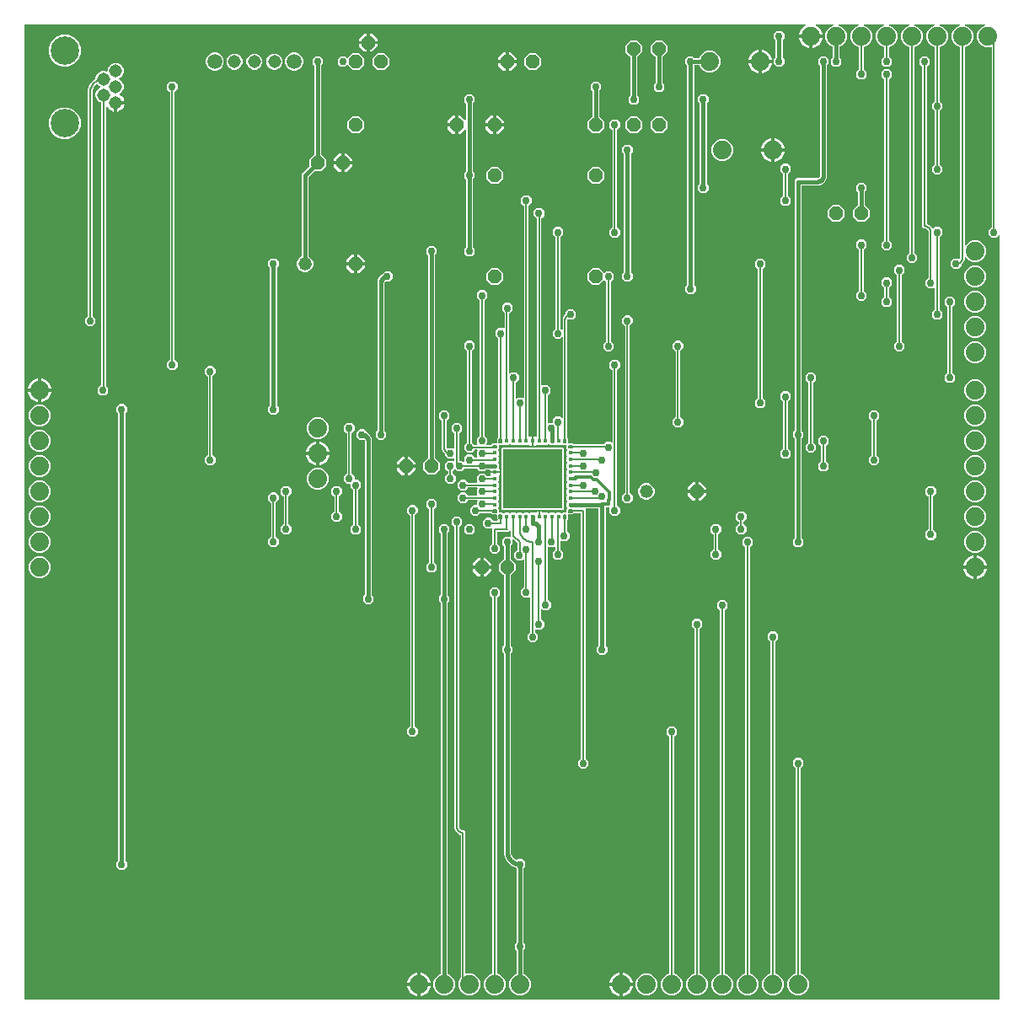
<source format=gbr>
G04 EAGLE Gerber RS-274X export*
G75*
%MOMM*%
%FSLAX34Y34*%
%LPD*%
%INBottom Copper*%
%IPPOS*%
%AMOC8*
5,1,8,0,0,1.08239X$1,22.5*%
G01*
%ADD10P,1.429621X8X202.500000*%
%ADD11P,1.429621X8X22.500000*%
%ADD12C,1.320800*%
%ADD13C,1.308000*%
%ADD14C,2.850000*%
%ADD15P,1.429621X8X112.500000*%
%ADD16C,0.132000*%
%ADD17R,0.450000X0.330000*%
%ADD18R,0.330000X0.450000*%
%ADD19R,6.000000X6.000000*%
%ADD20C,1.879600*%
%ADD21C,1.508000*%
%ADD22C,0.406400*%
%ADD23C,0.756400*%
%ADD24C,0.152400*%
%ADD25C,0.304800*%

G36*
X989098Y10164D02*
X989098Y10164D01*
X989117Y10162D01*
X989219Y10184D01*
X989321Y10200D01*
X989338Y10210D01*
X989358Y10214D01*
X989447Y10267D01*
X989538Y10316D01*
X989552Y10330D01*
X989569Y10340D01*
X989636Y10419D01*
X989708Y10494D01*
X989716Y10512D01*
X989729Y10527D01*
X989768Y10623D01*
X989811Y10717D01*
X989813Y10737D01*
X989821Y10755D01*
X989839Y10922D01*
X989839Y777297D01*
X989828Y777367D01*
X989826Y777439D01*
X989808Y777488D01*
X989800Y777539D01*
X989766Y777603D01*
X989741Y777670D01*
X989709Y777711D01*
X989684Y777757D01*
X989632Y777806D01*
X989588Y777862D01*
X989544Y777890D01*
X989506Y777926D01*
X989441Y777956D01*
X989381Y777995D01*
X989330Y778008D01*
X989283Y778030D01*
X989212Y778038D01*
X989142Y778055D01*
X989090Y778051D01*
X989039Y778057D01*
X988968Y778042D01*
X988897Y778036D01*
X988849Y778016D01*
X988798Y778005D01*
X988737Y777968D01*
X988671Y777940D01*
X988615Y777895D01*
X988587Y777878D01*
X988572Y777861D01*
X988540Y777835D01*
X986448Y775743D01*
X982052Y775743D01*
X978943Y778852D01*
X978943Y783248D01*
X981740Y786045D01*
X981793Y786119D01*
X981853Y786189D01*
X981865Y786219D01*
X981884Y786245D01*
X981911Y786332D01*
X981945Y786417D01*
X981949Y786458D01*
X981956Y786480D01*
X981955Y786512D01*
X981963Y786583D01*
X981963Y966621D01*
X981956Y966666D01*
X981958Y966712D01*
X981936Y966787D01*
X981924Y966864D01*
X981902Y966904D01*
X981889Y966949D01*
X981845Y967013D01*
X981808Y967081D01*
X981775Y967113D01*
X981749Y967151D01*
X981686Y967197D01*
X981630Y967251D01*
X981588Y967270D01*
X981552Y967297D01*
X981478Y967321D01*
X981407Y967354D01*
X981361Y967359D01*
X981318Y967374D01*
X981240Y967373D01*
X981163Y967381D01*
X981118Y967372D01*
X981072Y967371D01*
X980941Y967333D01*
X980922Y967329D01*
X980918Y967326D01*
X980911Y967324D01*
X980073Y966977D01*
X975727Y966977D01*
X971713Y968640D01*
X968640Y971713D01*
X966977Y975727D01*
X966977Y980073D01*
X968640Y984087D01*
X971713Y987160D01*
X974646Y988375D01*
X974729Y988426D01*
X974815Y988472D01*
X974833Y988490D01*
X974855Y988504D01*
X974917Y988580D01*
X974984Y988650D01*
X974995Y988674D01*
X975012Y988694D01*
X975047Y988785D01*
X975088Y988873D01*
X975090Y988899D01*
X975100Y988923D01*
X975104Y989021D01*
X975115Y989117D01*
X975109Y989143D01*
X975110Y989169D01*
X975083Y989263D01*
X975062Y989358D01*
X975049Y989380D01*
X975042Y989405D01*
X974986Y989485D01*
X974936Y989569D01*
X974916Y989586D01*
X974901Y989607D01*
X974823Y989666D01*
X974749Y989729D01*
X974725Y989739D01*
X974704Y989754D01*
X974612Y989784D01*
X974521Y989821D01*
X974489Y989824D01*
X974470Y989830D01*
X974437Y989830D01*
X974354Y989839D01*
X956046Y989839D01*
X955949Y989824D01*
X955853Y989814D01*
X955829Y989804D01*
X955803Y989800D01*
X955717Y989754D01*
X955628Y989714D01*
X955609Y989697D01*
X955585Y989684D01*
X955518Y989614D01*
X955447Y989548D01*
X955434Y989525D01*
X955416Y989506D01*
X955375Y989418D01*
X955328Y989332D01*
X955323Y989307D01*
X955312Y989283D01*
X955302Y989186D01*
X955284Y989090D01*
X955288Y989064D01*
X955285Y989039D01*
X955306Y988943D01*
X955320Y988847D01*
X955332Y988824D01*
X955338Y988798D01*
X955388Y988715D01*
X955432Y988628D01*
X955450Y988609D01*
X955464Y988587D01*
X955538Y988524D01*
X955607Y988456D01*
X955636Y988440D01*
X955651Y988427D01*
X955681Y988415D01*
X955754Y988375D01*
X958687Y987160D01*
X961760Y984087D01*
X963423Y980073D01*
X963423Y975727D01*
X961760Y971713D01*
X958687Y968640D01*
X955257Y967219D01*
X955157Y967158D01*
X955057Y967098D01*
X955053Y967093D01*
X955048Y967090D01*
X954973Y967000D01*
X954897Y966911D01*
X954895Y966905D01*
X954891Y966900D01*
X954849Y966792D01*
X954805Y966683D01*
X954804Y966675D01*
X954803Y966670D01*
X954802Y966652D01*
X954787Y966516D01*
X954787Y768872D01*
X954798Y768801D01*
X954800Y768729D01*
X954818Y768680D01*
X954826Y768629D01*
X954860Y768566D01*
X954885Y768498D01*
X954917Y768458D01*
X954942Y768411D01*
X954994Y768362D01*
X955038Y768306D01*
X955082Y768278D01*
X955120Y768242D01*
X955185Y768212D01*
X955245Y768173D01*
X955296Y768160D01*
X955343Y768138D01*
X955414Y768131D01*
X955484Y768113D01*
X955536Y768117D01*
X955587Y768111D01*
X955658Y768127D01*
X955729Y768132D01*
X955777Y768153D01*
X955828Y768164D01*
X955889Y768200D01*
X955955Y768229D01*
X956011Y768273D01*
X956039Y768290D01*
X956054Y768308D01*
X956086Y768333D01*
X959013Y771260D01*
X963027Y772923D01*
X967373Y772923D01*
X971387Y771260D01*
X974460Y768187D01*
X976123Y764173D01*
X976123Y759827D01*
X974460Y755813D01*
X971387Y752740D01*
X967373Y751077D01*
X963027Y751077D01*
X959013Y752740D01*
X956086Y755667D01*
X956028Y755709D01*
X955976Y755758D01*
X955929Y755780D01*
X955887Y755810D01*
X955818Y755831D01*
X955753Y755862D01*
X955701Y755867D01*
X955651Y755883D01*
X955580Y755881D01*
X955509Y755889D01*
X955458Y755878D01*
X955406Y755876D01*
X955338Y755852D01*
X955268Y755836D01*
X955223Y755810D01*
X955175Y755792D01*
X955119Y755747D01*
X955057Y755710D01*
X955023Y755671D01*
X954983Y755638D01*
X954944Y755578D01*
X954897Y755523D01*
X954878Y755475D01*
X954850Y755431D01*
X954832Y755362D01*
X954805Y755295D01*
X954797Y755224D01*
X954789Y755193D01*
X954791Y755169D01*
X954787Y755128D01*
X954787Y753336D01*
X952473Y749327D01*
X951837Y748961D01*
X951785Y748918D01*
X951727Y748883D01*
X951690Y748841D01*
X951647Y748805D01*
X951611Y748748D01*
X951567Y748696D01*
X951546Y748644D01*
X951516Y748597D01*
X951500Y748531D01*
X951475Y748468D01*
X951466Y748389D01*
X951459Y748357D01*
X951461Y748337D01*
X951457Y748302D01*
X951457Y747102D01*
X948348Y743993D01*
X943952Y743993D01*
X940843Y747102D01*
X940843Y751498D01*
X943952Y754607D01*
X948348Y754607D01*
X948763Y754191D01*
X948860Y754122D01*
X948956Y754052D01*
X948960Y754050D01*
X948963Y754048D01*
X949077Y754013D01*
X949190Y753977D01*
X949194Y753977D01*
X949198Y753976D01*
X949318Y753979D01*
X949436Y753980D01*
X949440Y753982D01*
X949444Y753982D01*
X949557Y754023D01*
X949668Y754062D01*
X949671Y754065D01*
X949675Y754066D01*
X949768Y754141D01*
X949862Y754214D01*
X949865Y754218D01*
X949867Y754220D01*
X949875Y754232D01*
X949961Y754349D01*
X949999Y754415D01*
X950022Y754476D01*
X950054Y754533D01*
X950074Y754614D01*
X950086Y754645D01*
X950086Y754664D01*
X950094Y754696D01*
X950207Y755551D01*
X950206Y755582D01*
X950213Y755650D01*
X950213Y966516D01*
X950194Y966631D01*
X950177Y966747D01*
X950175Y966752D01*
X950174Y966759D01*
X950119Y966861D01*
X950066Y966966D01*
X950061Y966970D01*
X950058Y966976D01*
X949974Y967056D01*
X949890Y967138D01*
X949884Y967142D01*
X949880Y967145D01*
X949863Y967153D01*
X949743Y967219D01*
X946313Y968640D01*
X943240Y971713D01*
X941577Y975727D01*
X941577Y980073D01*
X943240Y984087D01*
X946313Y987160D01*
X949246Y988375D01*
X949329Y988426D01*
X949415Y988472D01*
X949433Y988490D01*
X949455Y988504D01*
X949517Y988580D01*
X949584Y988650D01*
X949595Y988674D01*
X949612Y988694D01*
X949647Y988785D01*
X949688Y988873D01*
X949690Y988899D01*
X949700Y988923D01*
X949704Y989021D01*
X949715Y989117D01*
X949709Y989143D01*
X949710Y989169D01*
X949683Y989263D01*
X949662Y989358D01*
X949649Y989380D01*
X949642Y989405D01*
X949586Y989485D01*
X949536Y989569D01*
X949516Y989586D01*
X949501Y989607D01*
X949423Y989666D01*
X949349Y989729D01*
X949325Y989739D01*
X949304Y989754D01*
X949212Y989784D01*
X949121Y989821D01*
X949089Y989824D01*
X949070Y989830D01*
X949037Y989830D01*
X948954Y989839D01*
X930646Y989839D01*
X930549Y989824D01*
X930453Y989814D01*
X930429Y989804D01*
X930403Y989800D01*
X930317Y989754D01*
X930228Y989714D01*
X930209Y989697D01*
X930185Y989684D01*
X930118Y989614D01*
X930047Y989548D01*
X930034Y989525D01*
X930016Y989506D01*
X929975Y989418D01*
X929928Y989332D01*
X929923Y989307D01*
X929912Y989283D01*
X929902Y989186D01*
X929884Y989090D01*
X929888Y989064D01*
X929885Y989039D01*
X929906Y988943D01*
X929920Y988847D01*
X929932Y988824D01*
X929938Y988798D01*
X929988Y988715D01*
X930032Y988628D01*
X930050Y988609D01*
X930064Y988587D01*
X930138Y988524D01*
X930207Y988456D01*
X930236Y988440D01*
X930251Y988427D01*
X930281Y988415D01*
X930354Y988375D01*
X933287Y987160D01*
X936360Y984087D01*
X938023Y980073D01*
X938023Y975727D01*
X936360Y971713D01*
X933287Y968640D01*
X929857Y967219D01*
X929757Y967158D01*
X929657Y967098D01*
X929653Y967093D01*
X929648Y967090D01*
X929573Y967000D01*
X929497Y966911D01*
X929495Y966905D01*
X929491Y966900D01*
X929449Y966792D01*
X929405Y966683D01*
X929404Y966675D01*
X929403Y966670D01*
X929402Y966652D01*
X929387Y966516D01*
X929387Y913583D01*
X929401Y913493D01*
X929409Y913402D01*
X929421Y913373D01*
X929426Y913341D01*
X929469Y913260D01*
X929505Y913176D01*
X929531Y913144D01*
X929542Y913123D01*
X929565Y913101D01*
X929610Y913045D01*
X932407Y910248D01*
X932407Y905852D01*
X929610Y903055D01*
X929557Y902981D01*
X929497Y902911D01*
X929485Y902881D01*
X929466Y902855D01*
X929439Y902768D01*
X929405Y902683D01*
X929401Y902642D01*
X929394Y902620D01*
X929395Y902588D01*
X929387Y902517D01*
X929387Y850083D01*
X929401Y849993D01*
X929409Y849902D01*
X929421Y849873D01*
X929426Y849841D01*
X929469Y849760D01*
X929505Y849676D01*
X929531Y849644D01*
X929542Y849623D01*
X929565Y849601D01*
X929610Y849545D01*
X932407Y846748D01*
X932407Y842352D01*
X929298Y839243D01*
X924902Y839243D01*
X921793Y842352D01*
X921793Y846748D01*
X924590Y849545D01*
X924643Y849619D01*
X924703Y849689D01*
X924715Y849719D01*
X924734Y849745D01*
X924761Y849832D01*
X924795Y849917D01*
X924799Y849958D01*
X924806Y849980D01*
X924805Y850012D01*
X924813Y850083D01*
X924813Y902517D01*
X924799Y902607D01*
X924791Y902698D01*
X924779Y902727D01*
X924774Y902759D01*
X924731Y902840D01*
X924695Y902924D01*
X924669Y902956D01*
X924658Y902977D01*
X924635Y902999D01*
X924590Y903055D01*
X921793Y905852D01*
X921793Y910248D01*
X924590Y913045D01*
X924643Y913119D01*
X924703Y913189D01*
X924715Y913219D01*
X924734Y913245D01*
X924761Y913332D01*
X924795Y913417D01*
X924799Y913458D01*
X924806Y913480D01*
X924805Y913512D01*
X924813Y913583D01*
X924813Y966516D01*
X924794Y966631D01*
X924777Y966747D01*
X924775Y966752D01*
X924774Y966759D01*
X924719Y966861D01*
X924666Y966966D01*
X924661Y966970D01*
X924658Y966976D01*
X924574Y967056D01*
X924490Y967138D01*
X924484Y967142D01*
X924480Y967145D01*
X924463Y967153D01*
X924343Y967219D01*
X920913Y968640D01*
X917840Y971713D01*
X916177Y975727D01*
X916177Y980073D01*
X917840Y984087D01*
X920913Y987160D01*
X923846Y988375D01*
X923929Y988426D01*
X924015Y988472D01*
X924033Y988490D01*
X924055Y988504D01*
X924117Y988580D01*
X924184Y988650D01*
X924195Y988674D01*
X924212Y988694D01*
X924247Y988785D01*
X924288Y988873D01*
X924290Y988899D01*
X924300Y988923D01*
X924304Y989021D01*
X924315Y989117D01*
X924309Y989143D01*
X924310Y989169D01*
X924283Y989263D01*
X924262Y989358D01*
X924249Y989380D01*
X924242Y989405D01*
X924186Y989485D01*
X924136Y989569D01*
X924116Y989586D01*
X924101Y989607D01*
X924023Y989666D01*
X923949Y989729D01*
X923925Y989739D01*
X923904Y989754D01*
X923812Y989784D01*
X923721Y989821D01*
X923689Y989824D01*
X923670Y989830D01*
X923637Y989830D01*
X923554Y989839D01*
X905246Y989839D01*
X905149Y989824D01*
X905053Y989814D01*
X905029Y989804D01*
X905003Y989800D01*
X904917Y989754D01*
X904828Y989714D01*
X904809Y989697D01*
X904785Y989684D01*
X904718Y989614D01*
X904647Y989548D01*
X904634Y989525D01*
X904616Y989506D01*
X904575Y989418D01*
X904528Y989332D01*
X904523Y989307D01*
X904512Y989283D01*
X904502Y989186D01*
X904484Y989090D01*
X904488Y989064D01*
X904485Y989039D01*
X904506Y988943D01*
X904520Y988847D01*
X904532Y988824D01*
X904538Y988798D01*
X904588Y988715D01*
X904632Y988628D01*
X904650Y988609D01*
X904664Y988587D01*
X904738Y988524D01*
X904807Y988456D01*
X904836Y988440D01*
X904851Y988427D01*
X904881Y988415D01*
X904954Y988375D01*
X907887Y987160D01*
X910960Y984087D01*
X912623Y980073D01*
X912623Y975727D01*
X910960Y971713D01*
X907887Y968640D01*
X904457Y967219D01*
X904357Y967158D01*
X904257Y967098D01*
X904253Y967093D01*
X904248Y967090D01*
X904173Y967000D01*
X904097Y966911D01*
X904095Y966905D01*
X904091Y966900D01*
X904049Y966792D01*
X904005Y966683D01*
X904004Y966675D01*
X904003Y966670D01*
X904002Y966652D01*
X903987Y966516D01*
X903987Y761183D01*
X904001Y761093D01*
X904009Y761002D01*
X904021Y760973D01*
X904026Y760941D01*
X904069Y760860D01*
X904105Y760776D01*
X904131Y760744D01*
X904142Y760723D01*
X904165Y760701D01*
X904210Y760645D01*
X907007Y757848D01*
X907007Y753452D01*
X903898Y750343D01*
X899502Y750343D01*
X896393Y753452D01*
X896393Y757848D01*
X899190Y760645D01*
X899243Y760719D01*
X899303Y760789D01*
X899315Y760819D01*
X899334Y760845D01*
X899361Y760932D01*
X899395Y761017D01*
X899399Y761058D01*
X899406Y761080D01*
X899405Y761112D01*
X899413Y761183D01*
X899413Y966516D01*
X899394Y966631D01*
X899377Y966747D01*
X899375Y966752D01*
X899374Y966759D01*
X899319Y966861D01*
X899266Y966966D01*
X899261Y966970D01*
X899258Y966976D01*
X899174Y967056D01*
X899090Y967138D01*
X899084Y967142D01*
X899080Y967145D01*
X899063Y967153D01*
X898943Y967219D01*
X895513Y968640D01*
X892440Y971713D01*
X890777Y975727D01*
X890777Y980073D01*
X892440Y984087D01*
X895513Y987160D01*
X898446Y988375D01*
X898529Y988426D01*
X898615Y988472D01*
X898633Y988490D01*
X898655Y988504D01*
X898717Y988580D01*
X898784Y988650D01*
X898795Y988674D01*
X898812Y988694D01*
X898847Y988785D01*
X898888Y988873D01*
X898890Y988899D01*
X898900Y988923D01*
X898904Y989021D01*
X898915Y989117D01*
X898909Y989143D01*
X898910Y989169D01*
X898883Y989263D01*
X898862Y989358D01*
X898849Y989380D01*
X898842Y989405D01*
X898786Y989485D01*
X898736Y989569D01*
X898716Y989586D01*
X898701Y989607D01*
X898623Y989666D01*
X898549Y989729D01*
X898525Y989739D01*
X898504Y989754D01*
X898412Y989784D01*
X898321Y989821D01*
X898289Y989824D01*
X898270Y989830D01*
X898237Y989830D01*
X898154Y989839D01*
X879846Y989839D01*
X879750Y989824D01*
X879653Y989814D01*
X879629Y989804D01*
X879603Y989800D01*
X879517Y989754D01*
X879428Y989714D01*
X879409Y989697D01*
X879385Y989684D01*
X879319Y989614D01*
X879247Y989548D01*
X879234Y989525D01*
X879216Y989506D01*
X879175Y989418D01*
X879128Y989332D01*
X879123Y989307D01*
X879112Y989283D01*
X879102Y989186D01*
X879084Y989090D01*
X879088Y989064D01*
X879085Y989039D01*
X879106Y988943D01*
X879120Y988847D01*
X879132Y988824D01*
X879138Y988798D01*
X879188Y988715D01*
X879232Y988628D01*
X879250Y988609D01*
X879264Y988587D01*
X879338Y988524D01*
X879407Y988456D01*
X879436Y988440D01*
X879451Y988427D01*
X879481Y988415D01*
X879554Y988375D01*
X882487Y987160D01*
X885560Y984087D01*
X887223Y980073D01*
X887223Y975727D01*
X885560Y971713D01*
X882487Y968640D01*
X879057Y967219D01*
X878957Y967158D01*
X878857Y967098D01*
X878853Y967093D01*
X878848Y967090D01*
X878773Y967000D01*
X878697Y966911D01*
X878695Y966905D01*
X878691Y966900D01*
X878649Y966792D01*
X878605Y966683D01*
X878604Y966675D01*
X878603Y966670D01*
X878602Y966652D01*
X878587Y966516D01*
X878587Y958033D01*
X878601Y957943D01*
X878609Y957852D01*
X878621Y957823D01*
X878626Y957791D01*
X878669Y957710D01*
X878705Y957626D01*
X878731Y957594D01*
X878742Y957573D01*
X878765Y957551D01*
X878810Y957495D01*
X881607Y954698D01*
X881607Y950302D01*
X878498Y947193D01*
X874102Y947193D01*
X870993Y950302D01*
X870993Y954698D01*
X873790Y957495D01*
X873843Y957569D01*
X873903Y957639D01*
X873915Y957669D01*
X873934Y957695D01*
X873961Y957782D01*
X873995Y957867D01*
X873999Y957908D01*
X874006Y957930D01*
X874005Y957962D01*
X874013Y958033D01*
X874013Y966516D01*
X873994Y966631D01*
X873977Y966747D01*
X873975Y966752D01*
X873974Y966759D01*
X873919Y966861D01*
X873866Y966966D01*
X873861Y966970D01*
X873858Y966976D01*
X873774Y967056D01*
X873690Y967138D01*
X873684Y967142D01*
X873680Y967145D01*
X873663Y967153D01*
X873543Y967219D01*
X870113Y968640D01*
X867040Y971713D01*
X865377Y975727D01*
X865377Y980073D01*
X867040Y984087D01*
X870113Y987160D01*
X873046Y988375D01*
X873129Y988426D01*
X873215Y988472D01*
X873233Y988491D01*
X873255Y988504D01*
X873317Y988579D01*
X873384Y988650D01*
X873395Y988674D01*
X873412Y988694D01*
X873447Y988785D01*
X873488Y988873D01*
X873490Y988899D01*
X873500Y988923D01*
X873504Y989021D01*
X873515Y989117D01*
X873509Y989143D01*
X873510Y989169D01*
X873483Y989263D01*
X873462Y989358D01*
X873449Y989380D01*
X873442Y989405D01*
X873386Y989485D01*
X873336Y989569D01*
X873316Y989586D01*
X873301Y989607D01*
X873223Y989666D01*
X873149Y989729D01*
X873125Y989739D01*
X873104Y989754D01*
X873012Y989784D01*
X872921Y989821D01*
X872889Y989824D01*
X872870Y989830D01*
X872837Y989830D01*
X872754Y989839D01*
X854446Y989839D01*
X854350Y989824D01*
X854253Y989814D01*
X854229Y989804D01*
X854203Y989800D01*
X854117Y989754D01*
X854028Y989714D01*
X854009Y989697D01*
X853985Y989684D01*
X853919Y989614D01*
X853847Y989548D01*
X853834Y989525D01*
X853816Y989506D01*
X853775Y989418D01*
X853728Y989332D01*
X853723Y989307D01*
X853712Y989283D01*
X853702Y989186D01*
X853684Y989090D01*
X853688Y989064D01*
X853685Y989039D01*
X853706Y988943D01*
X853720Y988847D01*
X853732Y988824D01*
X853738Y988798D01*
X853788Y988715D01*
X853832Y988628D01*
X853850Y988609D01*
X853864Y988587D01*
X853938Y988524D01*
X854007Y988456D01*
X854036Y988440D01*
X854051Y988427D01*
X854081Y988415D01*
X854154Y988375D01*
X857087Y987160D01*
X860160Y984087D01*
X861823Y980073D01*
X861823Y975727D01*
X860160Y971713D01*
X857087Y968640D01*
X853657Y967219D01*
X853557Y967158D01*
X853457Y967098D01*
X853453Y967093D01*
X853448Y967090D01*
X853373Y967000D01*
X853297Y966911D01*
X853295Y966905D01*
X853291Y966900D01*
X853249Y966792D01*
X853205Y966683D01*
X853204Y966675D01*
X853203Y966670D01*
X853202Y966652D01*
X853187Y966516D01*
X853187Y945333D01*
X853201Y945243D01*
X853209Y945152D01*
X853221Y945123D01*
X853226Y945091D01*
X853269Y945010D01*
X853305Y944926D01*
X853331Y944894D01*
X853342Y944873D01*
X853365Y944851D01*
X853410Y944795D01*
X856207Y941998D01*
X856207Y937602D01*
X853098Y934493D01*
X848702Y934493D01*
X845593Y937602D01*
X845593Y941998D01*
X848390Y944795D01*
X848443Y944869D01*
X848503Y944939D01*
X848515Y944969D01*
X848534Y944995D01*
X848561Y945082D01*
X848595Y945167D01*
X848599Y945208D01*
X848606Y945230D01*
X848605Y945262D01*
X848613Y945333D01*
X848613Y966516D01*
X848594Y966631D01*
X848577Y966747D01*
X848575Y966752D01*
X848574Y966759D01*
X848519Y966861D01*
X848466Y966966D01*
X848461Y966970D01*
X848458Y966976D01*
X848374Y967056D01*
X848290Y967138D01*
X848284Y967142D01*
X848280Y967145D01*
X848263Y967153D01*
X848143Y967219D01*
X844713Y968640D01*
X841640Y971713D01*
X839977Y975727D01*
X839977Y980073D01*
X841640Y984087D01*
X844713Y987160D01*
X847646Y988375D01*
X847729Y988426D01*
X847815Y988472D01*
X847833Y988491D01*
X847855Y988504D01*
X847917Y988579D01*
X847984Y988650D01*
X847995Y988674D01*
X848012Y988694D01*
X848047Y988785D01*
X848088Y988873D01*
X848090Y988899D01*
X848100Y988923D01*
X848104Y989021D01*
X848115Y989117D01*
X848109Y989143D01*
X848110Y989169D01*
X848083Y989263D01*
X848062Y989358D01*
X848049Y989380D01*
X848042Y989405D01*
X847986Y989485D01*
X847936Y989569D01*
X847916Y989586D01*
X847901Y989607D01*
X847823Y989666D01*
X847749Y989729D01*
X847725Y989739D01*
X847704Y989754D01*
X847612Y989784D01*
X847521Y989821D01*
X847489Y989824D01*
X847470Y989830D01*
X847437Y989830D01*
X847354Y989839D01*
X829046Y989839D01*
X828950Y989824D01*
X828853Y989814D01*
X828829Y989804D01*
X828803Y989800D01*
X828717Y989754D01*
X828628Y989714D01*
X828609Y989697D01*
X828585Y989684D01*
X828519Y989614D01*
X828447Y989548D01*
X828434Y989525D01*
X828416Y989506D01*
X828375Y989418D01*
X828328Y989332D01*
X828323Y989307D01*
X828312Y989283D01*
X828302Y989186D01*
X828284Y989090D01*
X828288Y989064D01*
X828285Y989039D01*
X828306Y988943D01*
X828320Y988847D01*
X828332Y988824D01*
X828338Y988798D01*
X828388Y988715D01*
X828432Y988628D01*
X828450Y988609D01*
X828464Y988587D01*
X828538Y988524D01*
X828607Y988456D01*
X828636Y988440D01*
X828651Y988427D01*
X828681Y988415D01*
X828754Y988375D01*
X831687Y987160D01*
X834760Y984087D01*
X836423Y980073D01*
X836423Y975727D01*
X834760Y971713D01*
X831687Y968640D01*
X829527Y967745D01*
X829427Y967684D01*
X829408Y967672D01*
X829382Y967658D01*
X829378Y967654D01*
X829327Y967624D01*
X829323Y967619D01*
X829318Y967616D01*
X829243Y967526D01*
X829167Y967437D01*
X829165Y967431D01*
X829161Y967426D01*
X829119Y967318D01*
X829075Y967209D01*
X829074Y967201D01*
X829073Y967197D01*
X829072Y967178D01*
X829057Y967042D01*
X829057Y956763D01*
X829071Y956673D01*
X829079Y956582D01*
X829091Y956553D01*
X829096Y956521D01*
X829139Y956440D01*
X829175Y956356D01*
X829201Y956324D01*
X829212Y956303D01*
X829235Y956281D01*
X829280Y956225D01*
X830807Y954698D01*
X830807Y950302D01*
X827698Y947193D01*
X823302Y947193D01*
X820193Y950302D01*
X820193Y954698D01*
X821720Y956225D01*
X821773Y956299D01*
X821833Y956369D01*
X821845Y956399D01*
X821864Y956425D01*
X821891Y956512D01*
X821925Y956597D01*
X821929Y956638D01*
X821936Y956660D01*
X821935Y956692D01*
X821943Y956763D01*
X821943Y967042D01*
X821924Y967157D01*
X821907Y967273D01*
X821905Y967278D01*
X821904Y967285D01*
X821849Y967387D01*
X821796Y967492D01*
X821791Y967497D01*
X821788Y967502D01*
X821704Y967582D01*
X821620Y967664D01*
X821614Y967668D01*
X821610Y967671D01*
X821593Y967679D01*
X821557Y967699D01*
X821553Y967703D01*
X821544Y967706D01*
X821473Y967745D01*
X819313Y968640D01*
X816240Y971713D01*
X814577Y975727D01*
X814577Y980073D01*
X816240Y984087D01*
X819313Y987160D01*
X822246Y988375D01*
X822329Y988426D01*
X822415Y988472D01*
X822433Y988491D01*
X822455Y988504D01*
X822517Y988579D01*
X822584Y988650D01*
X822595Y988674D01*
X822612Y988694D01*
X822647Y988785D01*
X822688Y988873D01*
X822690Y988899D01*
X822700Y988923D01*
X822704Y989021D01*
X822715Y989117D01*
X822709Y989143D01*
X822710Y989169D01*
X822683Y989263D01*
X822662Y989358D01*
X822649Y989380D01*
X822642Y989405D01*
X822586Y989485D01*
X822536Y989569D01*
X822516Y989586D01*
X822501Y989607D01*
X822423Y989666D01*
X822349Y989729D01*
X822325Y989739D01*
X822304Y989754D01*
X822212Y989784D01*
X822121Y989821D01*
X822089Y989824D01*
X822070Y989830D01*
X822037Y989830D01*
X821954Y989839D01*
X806136Y989839D01*
X806069Y989828D01*
X806001Y989827D01*
X805948Y989809D01*
X805893Y989800D01*
X805833Y989768D01*
X805769Y989745D01*
X805725Y989711D01*
X805676Y989684D01*
X805629Y989635D01*
X805576Y989593D01*
X805545Y989547D01*
X805507Y989506D01*
X805478Y989444D01*
X805441Y989388D01*
X805427Y989334D01*
X805403Y989283D01*
X805395Y989216D01*
X805378Y989150D01*
X805382Y989094D01*
X805376Y989039D01*
X805390Y988972D01*
X805395Y988905D01*
X805416Y988853D01*
X805428Y988798D01*
X805463Y988740D01*
X805489Y988677D01*
X805526Y988635D01*
X805554Y988587D01*
X805606Y988543D01*
X805650Y988492D01*
X805716Y988449D01*
X805741Y988427D01*
X805761Y988419D01*
X805790Y988400D01*
X806357Y988111D01*
X807878Y987006D01*
X809206Y985678D01*
X810311Y984157D01*
X811164Y982483D01*
X811745Y980696D01*
X811946Y979423D01*
X800862Y979423D01*
X800842Y979420D01*
X800823Y979422D01*
X800721Y979400D01*
X800619Y979383D01*
X800602Y979374D01*
X800582Y979370D01*
X800493Y979317D01*
X800402Y979268D01*
X800388Y979254D01*
X800371Y979244D01*
X800304Y979165D01*
X800233Y979090D01*
X800224Y979072D01*
X800211Y979057D01*
X800173Y978961D01*
X800129Y978867D01*
X800127Y978847D01*
X800119Y978829D01*
X800101Y978662D01*
X800101Y977899D01*
X800099Y977899D01*
X800099Y978662D01*
X800096Y978682D01*
X800098Y978701D01*
X800076Y978803D01*
X800059Y978905D01*
X800050Y978922D01*
X800046Y978942D01*
X799993Y979031D01*
X799944Y979122D01*
X799930Y979136D01*
X799920Y979153D01*
X799841Y979220D01*
X799766Y979291D01*
X799748Y979300D01*
X799733Y979313D01*
X799637Y979352D01*
X799543Y979395D01*
X799523Y979397D01*
X799505Y979405D01*
X799338Y979423D01*
X788254Y979423D01*
X788455Y980696D01*
X789036Y982483D01*
X789889Y984157D01*
X790994Y985678D01*
X792322Y987006D01*
X793843Y988111D01*
X794410Y988400D01*
X794464Y988440D01*
X794524Y988472D01*
X794563Y988512D01*
X794608Y988545D01*
X794647Y988601D01*
X794693Y988650D01*
X794717Y988701D01*
X794749Y988747D01*
X794769Y988812D01*
X794797Y988873D01*
X794803Y988929D01*
X794819Y988982D01*
X794817Y989050D01*
X794824Y989117D01*
X794812Y989172D01*
X794810Y989228D01*
X794786Y989292D01*
X794772Y989358D01*
X794743Y989406D01*
X794723Y989458D01*
X794681Y989511D01*
X794646Y989569D01*
X794603Y989605D01*
X794568Y989649D01*
X794510Y989685D01*
X794459Y989729D01*
X794407Y989750D01*
X794359Y989780D01*
X794294Y989795D01*
X794231Y989821D01*
X794152Y989829D01*
X794120Y989837D01*
X794100Y989835D01*
X794064Y989839D01*
X10922Y989839D01*
X10902Y989836D01*
X10883Y989838D01*
X10781Y989816D01*
X10679Y989800D01*
X10662Y989790D01*
X10642Y989786D01*
X10553Y989733D01*
X10462Y989684D01*
X10448Y989670D01*
X10431Y989660D01*
X10364Y989581D01*
X10292Y989506D01*
X10284Y989488D01*
X10271Y989473D01*
X10232Y989377D01*
X10189Y989283D01*
X10187Y989263D01*
X10179Y989245D01*
X10161Y989078D01*
X10161Y10922D01*
X10164Y10902D01*
X10162Y10883D01*
X10184Y10781D01*
X10200Y10679D01*
X10210Y10662D01*
X10214Y10642D01*
X10267Y10553D01*
X10316Y10462D01*
X10330Y10448D01*
X10340Y10431D01*
X10419Y10364D01*
X10494Y10292D01*
X10512Y10284D01*
X10527Y10271D01*
X10623Y10232D01*
X10717Y10189D01*
X10737Y10187D01*
X10755Y10179D01*
X10922Y10161D01*
X989078Y10161D01*
X989098Y10164D01*
G37*
%LPC*%
G36*
X505827Y14477D02*
X505827Y14477D01*
X501813Y16140D01*
X498740Y19213D01*
X497077Y23227D01*
X497077Y27573D01*
X498740Y31587D01*
X501813Y34660D01*
X503973Y35555D01*
X504073Y35616D01*
X504173Y35676D01*
X504177Y35681D01*
X504182Y35684D01*
X504257Y35774D01*
X504333Y35863D01*
X504335Y35869D01*
X504339Y35874D01*
X504381Y35982D01*
X504425Y36091D01*
X504426Y36099D01*
X504427Y36103D01*
X504428Y36122D01*
X504443Y36258D01*
X504443Y59237D01*
X504429Y59327D01*
X504421Y59418D01*
X504409Y59447D01*
X504404Y59479D01*
X504361Y59560D01*
X504325Y59644D01*
X504299Y59676D01*
X504288Y59697D01*
X504265Y59719D01*
X504220Y59775D01*
X502693Y61302D01*
X502693Y65698D01*
X504220Y67225D01*
X504273Y67299D01*
X504333Y67369D01*
X504345Y67399D01*
X504364Y67425D01*
X504391Y67512D01*
X504425Y67597D01*
X504429Y67638D01*
X504436Y67660D01*
X504435Y67692D01*
X504443Y67763D01*
X504443Y141787D01*
X504429Y141877D01*
X504421Y141968D01*
X504409Y141997D01*
X504404Y142029D01*
X504361Y142110D01*
X504325Y142194D01*
X504299Y142226D01*
X504288Y142247D01*
X504265Y142269D01*
X504220Y142325D01*
X503654Y142891D01*
X503601Y142930D01*
X503554Y142976D01*
X503481Y143016D01*
X503454Y143035D01*
X503435Y143041D01*
X503407Y143056D01*
X498791Y144968D01*
X494218Y149541D01*
X491743Y155516D01*
X491743Y357687D01*
X491729Y357777D01*
X491721Y357868D01*
X491709Y357897D01*
X491704Y357929D01*
X491661Y358010D01*
X491625Y358094D01*
X491599Y358126D01*
X491588Y358147D01*
X491565Y358169D01*
X491520Y358225D01*
X489993Y359752D01*
X489993Y364148D01*
X491520Y365675D01*
X491573Y365749D01*
X491633Y365819D01*
X491645Y365849D01*
X491664Y365875D01*
X491691Y365962D01*
X491725Y366047D01*
X491729Y366088D01*
X491736Y366110D01*
X491735Y366142D01*
X491743Y366213D01*
X491743Y436246D01*
X491729Y436336D01*
X491721Y436427D01*
X491709Y436456D01*
X491704Y436488D01*
X491661Y436569D01*
X491625Y436653D01*
X491599Y436685D01*
X491588Y436706D01*
X491565Y436728D01*
X491520Y436784D01*
X487171Y441133D01*
X487171Y447867D01*
X491520Y452216D01*
X491573Y452290D01*
X491633Y452359D01*
X491645Y452390D01*
X491664Y452416D01*
X491691Y452503D01*
X491725Y452588D01*
X491729Y452629D01*
X491736Y452651D01*
X491735Y452683D01*
X491743Y452754D01*
X491743Y465637D01*
X491729Y465727D01*
X491721Y465818D01*
X491709Y465847D01*
X491704Y465879D01*
X491661Y465960D01*
X491625Y466044D01*
X491599Y466076D01*
X491588Y466097D01*
X491565Y466119D01*
X491520Y466175D01*
X489993Y467702D01*
X489993Y472098D01*
X493102Y475207D01*
X497498Y475207D01*
X497614Y475091D01*
X497672Y475049D01*
X497724Y475000D01*
X497771Y474978D01*
X497813Y474948D01*
X497882Y474926D01*
X497947Y474896D01*
X497999Y474891D01*
X498049Y474875D01*
X498120Y474877D01*
X498191Y474869D01*
X498242Y474880D01*
X498294Y474882D01*
X498362Y474906D01*
X498432Y474921D01*
X498477Y474948D01*
X498525Y474966D01*
X498581Y475011D01*
X498643Y475048D01*
X498677Y475087D01*
X498717Y475120D01*
X498756Y475180D01*
X498803Y475235D01*
X498822Y475283D01*
X498850Y475327D01*
X498868Y475396D01*
X498895Y475463D01*
X498903Y475534D01*
X498911Y475565D01*
X498909Y475588D01*
X498913Y475629D01*
X498913Y476198D01*
X498912Y476208D01*
X498913Y476224D01*
X498878Y477243D01*
X498895Y477285D01*
X498901Y477345D01*
X498909Y477374D01*
X498908Y477401D01*
X498913Y477452D01*
X498913Y481142D01*
X498902Y481212D01*
X498900Y481284D01*
X498882Y481333D01*
X498874Y481384D01*
X498840Y481448D01*
X498815Y481515D01*
X498783Y481556D01*
X498758Y481602D01*
X498706Y481651D01*
X498662Y481707D01*
X498618Y481735D01*
X498580Y481771D01*
X498515Y481801D01*
X498455Y481840D01*
X498404Y481853D01*
X498357Y481875D01*
X498286Y481883D01*
X498216Y481900D01*
X498164Y481896D01*
X498113Y481902D01*
X498042Y481887D01*
X497971Y481881D01*
X497923Y481861D01*
X497872Y481850D01*
X497811Y481813D01*
X497745Y481785D01*
X497689Y481740D01*
X497661Y481723D01*
X497646Y481706D01*
X497614Y481680D01*
X496247Y480313D01*
X485648Y480313D01*
X485628Y480310D01*
X485609Y480312D01*
X485507Y480290D01*
X485405Y480274D01*
X485388Y480264D01*
X485368Y480260D01*
X485279Y480207D01*
X485188Y480158D01*
X485174Y480144D01*
X485157Y480134D01*
X485090Y480055D01*
X485018Y479980D01*
X485010Y479962D01*
X484997Y479947D01*
X484958Y479851D01*
X484915Y479757D01*
X484913Y479737D01*
X484905Y479719D01*
X484887Y479552D01*
X484887Y469083D01*
X484901Y468993D01*
X484909Y468902D01*
X484921Y468873D01*
X484926Y468841D01*
X484969Y468760D01*
X485005Y468676D01*
X485031Y468644D01*
X485042Y468623D01*
X485065Y468601D01*
X485110Y468545D01*
X487907Y465748D01*
X487907Y461352D01*
X484798Y458243D01*
X480402Y458243D01*
X477293Y461352D01*
X477293Y465748D01*
X480090Y468545D01*
X480143Y468619D01*
X480203Y468689D01*
X480215Y468719D01*
X480234Y468745D01*
X480261Y468832D01*
X480295Y468917D01*
X480299Y468958D01*
X480306Y468980D01*
X480305Y469012D01*
X480313Y469083D01*
X480313Y483671D01*
X480311Y483685D01*
X480312Y483698D01*
X480302Y483747D01*
X480300Y483813D01*
X480282Y483862D01*
X480274Y483913D01*
X480240Y483977D01*
X480215Y484044D01*
X480183Y484085D01*
X480158Y484131D01*
X480106Y484180D01*
X480062Y484236D01*
X480018Y484264D01*
X479980Y484300D01*
X479915Y484330D01*
X479855Y484369D01*
X479804Y484382D01*
X479757Y484404D01*
X479686Y484412D01*
X479616Y484429D01*
X479564Y484425D01*
X479513Y484431D01*
X479442Y484416D01*
X479371Y484410D01*
X479323Y484390D01*
X479272Y484379D01*
X479211Y484342D01*
X479145Y484314D01*
X479091Y484271D01*
X479080Y484265D01*
X479077Y484262D01*
X479061Y484252D01*
X479046Y484235D01*
X479014Y484209D01*
X478448Y483643D01*
X474052Y483643D01*
X470943Y486752D01*
X470943Y491148D01*
X474052Y494257D01*
X478448Y494257D01*
X481245Y491460D01*
X481319Y491407D01*
X481389Y491347D01*
X481419Y491335D01*
X481445Y491316D01*
X481532Y491289D01*
X481617Y491255D01*
X481658Y491251D01*
X481680Y491244D01*
X481712Y491245D01*
X481783Y491237D01*
X484981Y491237D01*
X485052Y491248D01*
X485123Y491250D01*
X485172Y491268D01*
X485224Y491276D01*
X485287Y491310D01*
X485354Y491335D01*
X485395Y491367D01*
X485441Y491392D01*
X485490Y491444D01*
X485546Y491488D01*
X485574Y491532D01*
X485610Y491570D01*
X485641Y491635D01*
X485679Y491695D01*
X485692Y491746D01*
X485714Y491793D01*
X485722Y491864D01*
X485739Y491934D01*
X485735Y491986D01*
X485741Y492037D01*
X485726Y492108D01*
X485720Y492179D01*
X485700Y492227D01*
X485689Y492278D01*
X485652Y492339D01*
X485624Y492405D01*
X485579Y492461D01*
X485563Y492489D01*
X485545Y492504D01*
X485519Y492536D01*
X485025Y493030D01*
X485025Y496964D01*
X485022Y496984D01*
X485024Y497003D01*
X485002Y497105D01*
X484986Y497207D01*
X484976Y497224D01*
X484972Y497244D01*
X484919Y497333D01*
X484870Y497424D01*
X484856Y497438D01*
X484846Y497455D01*
X484767Y497522D01*
X484692Y497594D01*
X484674Y497602D01*
X484659Y497615D01*
X484563Y497654D01*
X484469Y497697D01*
X484449Y497699D01*
X484431Y497707D01*
X484264Y497725D01*
X480330Y497725D01*
X479665Y498390D01*
X479591Y498443D01*
X479522Y498503D01*
X479491Y498515D01*
X479465Y498534D01*
X479378Y498561D01*
X479293Y498595D01*
X479253Y498599D01*
X479230Y498606D01*
X479198Y498605D01*
X479127Y498613D01*
X468333Y498613D01*
X468243Y498599D01*
X468152Y498591D01*
X468123Y498579D01*
X468091Y498574D01*
X468010Y498531D01*
X467926Y498495D01*
X467894Y498469D01*
X467873Y498458D01*
X467851Y498435D01*
X467795Y498390D01*
X465672Y496267D01*
X461276Y496267D01*
X458167Y499376D01*
X458167Y503772D01*
X461276Y506881D01*
X463832Y506881D01*
X463852Y506884D01*
X463871Y506882D01*
X463973Y506904D01*
X464075Y506920D01*
X464092Y506930D01*
X464112Y506934D01*
X464201Y506987D01*
X464292Y507035D01*
X464306Y507050D01*
X464323Y507060D01*
X464390Y507139D01*
X464462Y507214D01*
X464470Y507232D01*
X464483Y507247D01*
X464522Y507343D01*
X464565Y507437D01*
X464567Y507457D01*
X464575Y507475D01*
X464593Y507642D01*
X464593Y510198D01*
X465159Y510764D01*
X465201Y510822D01*
X465250Y510874D01*
X465272Y510921D01*
X465302Y510963D01*
X465324Y511032D01*
X465354Y511097D01*
X465359Y511149D01*
X465375Y511199D01*
X465373Y511270D01*
X465381Y511341D01*
X465370Y511392D01*
X465368Y511444D01*
X465344Y511512D01*
X465329Y511582D01*
X465302Y511627D01*
X465284Y511675D01*
X465239Y511731D01*
X465202Y511793D01*
X465163Y511827D01*
X465130Y511867D01*
X465070Y511906D01*
X465015Y511953D01*
X464967Y511972D01*
X464923Y512000D01*
X464854Y512018D01*
X464787Y512045D01*
X464716Y512053D01*
X464685Y512061D01*
X464662Y512059D01*
X464621Y512063D01*
X456383Y512063D01*
X456293Y512049D01*
X456202Y512041D01*
X456173Y512029D01*
X456141Y512024D01*
X456060Y511981D01*
X455976Y511945D01*
X455944Y511919D01*
X455923Y511908D01*
X455901Y511885D01*
X455845Y511840D01*
X453048Y509043D01*
X448652Y509043D01*
X445543Y512152D01*
X445543Y516548D01*
X448652Y519657D01*
X453048Y519657D01*
X455845Y516860D01*
X455919Y516807D01*
X455989Y516747D01*
X456019Y516735D01*
X456045Y516716D01*
X456132Y516689D01*
X456217Y516655D01*
X456258Y516651D01*
X456280Y516644D01*
X456312Y516645D01*
X456383Y516637D01*
X464621Y516637D01*
X464691Y516648D01*
X464763Y516650D01*
X464812Y516668D01*
X464863Y516676D01*
X464927Y516710D01*
X464994Y516735D01*
X465035Y516767D01*
X465081Y516792D01*
X465130Y516844D01*
X465186Y516888D01*
X465214Y516932D01*
X465250Y516970D01*
X465280Y517035D01*
X465319Y517095D01*
X465332Y517146D01*
X465354Y517193D01*
X465362Y517264D01*
X465379Y517334D01*
X465375Y517386D01*
X465381Y517437D01*
X465366Y517508D01*
X465360Y517579D01*
X465340Y517627D01*
X465329Y517678D01*
X465292Y517739D01*
X465264Y517805D01*
X465219Y517861D01*
X465202Y517889D01*
X465185Y517904D01*
X465159Y517936D01*
X464593Y518502D01*
X464593Y522898D01*
X465159Y523464D01*
X465201Y523522D01*
X465250Y523574D01*
X465272Y523621D01*
X465302Y523663D01*
X465324Y523732D01*
X465354Y523797D01*
X465359Y523849D01*
X465375Y523899D01*
X465373Y523970D01*
X465381Y524041D01*
X465370Y524092D01*
X465368Y524144D01*
X465344Y524212D01*
X465329Y524282D01*
X465302Y524327D01*
X465284Y524375D01*
X465239Y524431D01*
X465202Y524493D01*
X465163Y524527D01*
X465130Y524567D01*
X465070Y524606D01*
X465015Y524653D01*
X464967Y524672D01*
X464923Y524700D01*
X464854Y524718D01*
X464787Y524745D01*
X464716Y524753D01*
X464685Y524761D01*
X464662Y524759D01*
X464621Y524763D01*
X456383Y524763D01*
X456293Y524749D01*
X456202Y524741D01*
X456173Y524729D01*
X456141Y524724D01*
X456060Y524681D01*
X455976Y524645D01*
X455944Y524619D01*
X455923Y524608D01*
X455901Y524585D01*
X455845Y524540D01*
X453048Y521743D01*
X448652Y521743D01*
X445543Y524852D01*
X445543Y529248D01*
X448652Y532357D01*
X453048Y532357D01*
X455845Y529560D01*
X455919Y529507D01*
X455989Y529447D01*
X456019Y529435D01*
X456045Y529416D01*
X456132Y529389D01*
X456217Y529355D01*
X456258Y529351D01*
X456280Y529344D01*
X456312Y529345D01*
X456383Y529337D01*
X464621Y529337D01*
X464691Y529348D01*
X464763Y529350D01*
X464812Y529368D01*
X464863Y529376D01*
X464927Y529410D01*
X464994Y529435D01*
X465035Y529467D01*
X465081Y529492D01*
X465130Y529544D01*
X465186Y529588D01*
X465214Y529632D01*
X465250Y529670D01*
X465280Y529735D01*
X465319Y529795D01*
X465332Y529846D01*
X465354Y529893D01*
X465362Y529964D01*
X465379Y530034D01*
X465375Y530086D01*
X465381Y530137D01*
X465366Y530208D01*
X465360Y530279D01*
X465340Y530327D01*
X465329Y530378D01*
X465292Y530439D01*
X465264Y530505D01*
X465219Y530561D01*
X465202Y530589D01*
X465185Y530604D01*
X465159Y530636D01*
X464593Y531202D01*
X464593Y535598D01*
X467702Y538707D01*
X472098Y538707D01*
X474895Y535910D01*
X474969Y535857D01*
X475039Y535797D01*
X475069Y535785D01*
X475095Y535766D01*
X475182Y535739D01*
X475267Y535705D01*
X475308Y535701D01*
X475330Y535694D01*
X475362Y535695D01*
X475433Y535687D01*
X477803Y535687D01*
X477897Y535702D01*
X477992Y535711D01*
X478018Y535722D01*
X478045Y535726D01*
X478129Y535771D01*
X478217Y535809D01*
X478238Y535828D01*
X478263Y535842D01*
X478328Y535911D01*
X478399Y535975D01*
X478413Y535999D01*
X478432Y536020D01*
X478472Y536106D01*
X478519Y536190D01*
X478524Y536217D01*
X478536Y536243D01*
X478546Y536338D01*
X478564Y536431D01*
X478560Y536459D01*
X478563Y536487D01*
X478543Y536581D01*
X478529Y536675D01*
X478515Y536707D01*
X478511Y536728D01*
X478494Y536756D01*
X478462Y536829D01*
X478207Y537269D01*
X478034Y537916D01*
X478034Y539076D01*
X482762Y539076D01*
X482781Y539079D01*
X482801Y539077D01*
X482827Y539082D01*
X482888Y539076D01*
X487616Y539076D01*
X487616Y537916D01*
X487443Y537269D01*
X487108Y536690D01*
X486823Y536405D01*
X486770Y536331D01*
X486710Y536261D01*
X486698Y536231D01*
X486679Y536205D01*
X486652Y536118D01*
X486618Y536033D01*
X486614Y535992D01*
X486607Y535970D01*
X486608Y535938D01*
X486600Y535866D01*
X486600Y531118D01*
X486170Y530688D01*
X486158Y530672D01*
X486142Y530660D01*
X486086Y530572D01*
X486026Y530489D01*
X486020Y530470D01*
X486009Y530453D01*
X485984Y530352D01*
X485954Y530253D01*
X485954Y530234D01*
X485949Y530214D01*
X485957Y530111D01*
X485960Y530008D01*
X485967Y529989D01*
X485968Y529969D01*
X486009Y529874D01*
X486044Y529777D01*
X486057Y529761D01*
X486065Y529743D01*
X486170Y529612D01*
X486600Y529182D01*
X486600Y524618D01*
X486170Y524188D01*
X486158Y524172D01*
X486142Y524160D01*
X486086Y524072D01*
X486026Y523989D01*
X486020Y523970D01*
X486009Y523953D01*
X485984Y523852D01*
X485954Y523753D01*
X485954Y523734D01*
X485949Y523714D01*
X485957Y523611D01*
X485960Y523508D01*
X485967Y523489D01*
X485968Y523469D01*
X486009Y523374D01*
X486044Y523277D01*
X486057Y523261D01*
X486065Y523243D01*
X486170Y523112D01*
X486600Y522682D01*
X486600Y518118D01*
X486170Y517688D01*
X486158Y517672D01*
X486142Y517660D01*
X486114Y517615D01*
X486082Y517581D01*
X486061Y517538D01*
X486026Y517489D01*
X486020Y517470D01*
X486009Y517453D01*
X485995Y517394D01*
X485978Y517358D01*
X485974Y517318D01*
X485954Y517253D01*
X485954Y517234D01*
X485949Y517214D01*
X485955Y517147D01*
X485951Y517114D01*
X485958Y517080D01*
X485960Y517008D01*
X485967Y516989D01*
X485968Y516969D01*
X485997Y516902D01*
X486003Y516873D01*
X486018Y516848D01*
X486044Y516777D01*
X486057Y516761D01*
X486065Y516743D01*
X486170Y516612D01*
X486600Y516182D01*
X486600Y511618D01*
X486170Y511188D01*
X486158Y511172D01*
X486142Y511160D01*
X486086Y511072D01*
X486026Y510989D01*
X486020Y510970D01*
X486009Y510953D01*
X485984Y510852D01*
X485954Y510753D01*
X485954Y510734D01*
X485949Y510714D01*
X485957Y510611D01*
X485960Y510508D01*
X485967Y510489D01*
X485968Y510469D01*
X486009Y510374D01*
X486044Y510277D01*
X486057Y510261D01*
X486065Y510243D01*
X486170Y510112D01*
X486600Y509682D01*
X486600Y505118D01*
X485976Y504495D01*
X485965Y504479D01*
X485949Y504466D01*
X485893Y504379D01*
X485833Y504295D01*
X485827Y504276D01*
X485816Y504259D01*
X485791Y504159D01*
X485760Y504060D01*
X485761Y504040D01*
X485756Y504021D01*
X485764Y503918D01*
X485767Y503814D01*
X485774Y503795D01*
X485775Y503776D01*
X485816Y503681D01*
X485851Y503583D01*
X485864Y503568D01*
X485871Y503549D01*
X485976Y503418D01*
X486600Y502795D01*
X486600Y500061D01*
X486603Y500041D01*
X486601Y500022D01*
X486623Y499920D01*
X486639Y499818D01*
X486649Y499801D01*
X486653Y499781D01*
X486706Y499692D01*
X486755Y499601D01*
X486769Y499587D01*
X486779Y499570D01*
X486858Y499503D01*
X486933Y499431D01*
X486951Y499423D01*
X486966Y499410D01*
X487062Y499371D01*
X487156Y499328D01*
X487176Y499326D01*
X487194Y499318D01*
X487361Y499300D01*
X490095Y499300D01*
X490718Y498676D01*
X490735Y498665D01*
X490747Y498649D01*
X490834Y498593D01*
X490918Y498533D01*
X490937Y498527D01*
X490954Y498516D01*
X491054Y498491D01*
X491153Y498460D01*
X491173Y498461D01*
X491192Y498456D01*
X491295Y498464D01*
X491399Y498467D01*
X491418Y498474D01*
X491438Y498475D01*
X491533Y498516D01*
X491630Y498551D01*
X491646Y498564D01*
X491664Y498571D01*
X491795Y498676D01*
X492418Y499300D01*
X496982Y499300D01*
X497412Y498870D01*
X497428Y498858D01*
X497440Y498842D01*
X497528Y498786D01*
X497611Y498726D01*
X497630Y498720D01*
X497647Y498709D01*
X497748Y498684D01*
X497847Y498654D01*
X497866Y498654D01*
X497886Y498649D01*
X497989Y498657D01*
X498092Y498660D01*
X498111Y498667D01*
X498131Y498668D01*
X498226Y498709D01*
X498323Y498744D01*
X498339Y498757D01*
X498357Y498765D01*
X498488Y498870D01*
X498918Y499300D01*
X503482Y499300D01*
X503912Y498870D01*
X503928Y498858D01*
X503940Y498842D01*
X504028Y498786D01*
X504111Y498726D01*
X504130Y498720D01*
X504147Y498709D01*
X504248Y498684D01*
X504347Y498654D01*
X504366Y498654D01*
X504386Y498649D01*
X504489Y498657D01*
X504592Y498660D01*
X504611Y498667D01*
X504631Y498668D01*
X504726Y498709D01*
X504823Y498744D01*
X504839Y498757D01*
X504857Y498765D01*
X504988Y498870D01*
X505418Y499300D01*
X509982Y499300D01*
X510412Y498870D01*
X510428Y498858D01*
X510440Y498842D01*
X510528Y498786D01*
X510611Y498726D01*
X510630Y498720D01*
X510647Y498709D01*
X510748Y498684D01*
X510847Y498654D01*
X510866Y498654D01*
X510886Y498649D01*
X510989Y498657D01*
X511092Y498660D01*
X511111Y498667D01*
X511131Y498668D01*
X511226Y498709D01*
X511323Y498744D01*
X511339Y498757D01*
X511357Y498765D01*
X511488Y498870D01*
X511918Y499300D01*
X516482Y499300D01*
X516912Y498870D01*
X516928Y498858D01*
X516940Y498842D01*
X517028Y498786D01*
X517111Y498726D01*
X517130Y498720D01*
X517147Y498709D01*
X517248Y498684D01*
X517347Y498654D01*
X517366Y498654D01*
X517386Y498649D01*
X517489Y498657D01*
X517592Y498660D01*
X517611Y498667D01*
X517631Y498668D01*
X517726Y498709D01*
X517823Y498744D01*
X517839Y498757D01*
X517857Y498765D01*
X517988Y498870D01*
X518418Y499300D01*
X523166Y499300D01*
X523256Y499314D01*
X523347Y499322D01*
X523377Y499334D01*
X523409Y499339D01*
X523490Y499382D01*
X523574Y499418D01*
X523606Y499444D01*
X523626Y499455D01*
X523649Y499478D01*
X523705Y499523D01*
X523990Y499808D01*
X524569Y500143D01*
X525216Y500316D01*
X526376Y500316D01*
X526376Y495588D01*
X526379Y495569D01*
X526377Y495549D01*
X526399Y495447D01*
X526415Y495345D01*
X526425Y495328D01*
X526429Y495308D01*
X526482Y495219D01*
X526531Y495128D01*
X526545Y495114D01*
X526555Y495097D01*
X526634Y495030D01*
X526709Y494959D01*
X526727Y494950D01*
X526742Y494937D01*
X526838Y494899D01*
X526932Y494855D01*
X526952Y494853D01*
X526970Y494845D01*
X527137Y494827D01*
X527263Y494827D01*
X527283Y494830D01*
X527302Y494828D01*
X527404Y494850D01*
X527506Y494867D01*
X527523Y494876D01*
X527543Y494880D01*
X527632Y494933D01*
X527723Y494982D01*
X527737Y494996D01*
X527754Y495006D01*
X527821Y495085D01*
X527893Y495160D01*
X527901Y495178D01*
X527914Y495193D01*
X527953Y495290D01*
X527996Y495383D01*
X527998Y495403D01*
X528006Y495421D01*
X528024Y495588D01*
X528024Y500316D01*
X529184Y500316D01*
X529831Y500143D01*
X530410Y499808D01*
X530695Y499523D01*
X530769Y499470D01*
X530839Y499410D01*
X530869Y499398D01*
X530895Y499379D01*
X530982Y499352D01*
X531067Y499318D01*
X531108Y499314D01*
X531130Y499307D01*
X531162Y499308D01*
X531234Y499300D01*
X535982Y499300D01*
X536412Y498870D01*
X536428Y498858D01*
X536440Y498842D01*
X536528Y498786D01*
X536611Y498726D01*
X536630Y498720D01*
X536647Y498709D01*
X536748Y498684D01*
X536847Y498654D01*
X536866Y498654D01*
X536886Y498649D01*
X536989Y498657D01*
X537092Y498660D01*
X537111Y498667D01*
X537131Y498668D01*
X537226Y498709D01*
X537323Y498744D01*
X537339Y498757D01*
X537357Y498765D01*
X537488Y498870D01*
X537918Y499300D01*
X542482Y499300D01*
X542912Y498870D01*
X542928Y498858D01*
X542940Y498842D01*
X543028Y498786D01*
X543111Y498726D01*
X543130Y498720D01*
X543147Y498709D01*
X543248Y498684D01*
X543347Y498654D01*
X543366Y498654D01*
X543386Y498649D01*
X543489Y498657D01*
X543592Y498660D01*
X543611Y498667D01*
X543631Y498668D01*
X543726Y498709D01*
X543823Y498744D01*
X543839Y498757D01*
X543857Y498765D01*
X543988Y498870D01*
X544418Y499300D01*
X548982Y499300D01*
X549605Y498676D01*
X549621Y498665D01*
X549634Y498649D01*
X549721Y498593D01*
X549805Y498533D01*
X549824Y498527D01*
X549841Y498516D01*
X549941Y498491D01*
X550040Y498460D01*
X550060Y498461D01*
X550079Y498456D01*
X550182Y498464D01*
X550286Y498467D01*
X550305Y498474D01*
X550324Y498475D01*
X550419Y498516D01*
X550517Y498551D01*
X550532Y498564D01*
X550551Y498571D01*
X550682Y498676D01*
X551305Y499300D01*
X554039Y499300D01*
X554059Y499303D01*
X554078Y499301D01*
X554180Y499323D01*
X554282Y499339D01*
X554299Y499349D01*
X554319Y499353D01*
X554408Y499406D01*
X554499Y499455D01*
X554513Y499469D01*
X554530Y499479D01*
X554597Y499558D01*
X554669Y499633D01*
X554677Y499651D01*
X554690Y499666D01*
X554729Y499762D01*
X554772Y499856D01*
X554774Y499876D01*
X554782Y499894D01*
X554800Y500061D01*
X554800Y502795D01*
X555424Y503418D01*
X555435Y503435D01*
X555451Y503447D01*
X555507Y503534D01*
X555567Y503618D01*
X555573Y503637D01*
X555584Y503654D01*
X555609Y503754D01*
X555640Y503853D01*
X555639Y503873D01*
X555644Y503892D01*
X555636Y503995D01*
X555633Y504099D01*
X555626Y504118D01*
X555625Y504138D01*
X555584Y504233D01*
X555549Y504330D01*
X555536Y504346D01*
X555529Y504364D01*
X555424Y504495D01*
X554800Y505118D01*
X554800Y509682D01*
X555230Y510112D01*
X555242Y510128D01*
X555258Y510140D01*
X555314Y510228D01*
X555374Y510311D01*
X555380Y510330D01*
X555391Y510347D01*
X555416Y510448D01*
X555446Y510547D01*
X555446Y510566D01*
X555451Y510586D01*
X555443Y510689D01*
X555440Y510792D01*
X555433Y510811D01*
X555432Y510831D01*
X555391Y510926D01*
X555356Y511023D01*
X555343Y511039D01*
X555335Y511057D01*
X555230Y511188D01*
X554800Y511618D01*
X554800Y516182D01*
X555230Y516612D01*
X555242Y516628D01*
X555258Y516640D01*
X555299Y516705D01*
X555318Y516725D01*
X555330Y516751D01*
X555374Y516811D01*
X555380Y516830D01*
X555391Y516847D01*
X555409Y516920D01*
X555422Y516948D01*
X555425Y516978D01*
X555446Y517047D01*
X555446Y517066D01*
X555451Y517086D01*
X555445Y517157D01*
X555449Y517193D01*
X555442Y517227D01*
X555440Y517292D01*
X555433Y517311D01*
X555432Y517331D01*
X555406Y517391D01*
X555397Y517433D01*
X555375Y517469D01*
X555356Y517523D01*
X555343Y517539D01*
X555335Y517557D01*
X555285Y517620D01*
X555271Y517644D01*
X555255Y517658D01*
X555230Y517688D01*
X554800Y518118D01*
X554800Y522682D01*
X555230Y523112D01*
X555242Y523128D01*
X555258Y523140D01*
X555314Y523228D01*
X555374Y523311D01*
X555380Y523330D01*
X555391Y523347D01*
X555416Y523448D01*
X555446Y523547D01*
X555446Y523566D01*
X555451Y523586D01*
X555443Y523689D01*
X555440Y523792D01*
X555433Y523811D01*
X555432Y523831D01*
X555391Y523926D01*
X555356Y524023D01*
X555343Y524039D01*
X555335Y524057D01*
X555230Y524188D01*
X554800Y524618D01*
X554800Y529182D01*
X555230Y529612D01*
X555242Y529628D01*
X555258Y529640D01*
X555314Y529728D01*
X555374Y529811D01*
X555380Y529830D01*
X555391Y529847D01*
X555416Y529948D01*
X555446Y530047D01*
X555446Y530066D01*
X555451Y530086D01*
X555443Y530189D01*
X555440Y530292D01*
X555433Y530311D01*
X555432Y530331D01*
X555391Y530426D01*
X555356Y530523D01*
X555343Y530539D01*
X555335Y530557D01*
X555230Y530688D01*
X554800Y531118D01*
X554800Y535682D01*
X555230Y536112D01*
X555242Y536128D01*
X555258Y536140D01*
X555314Y536228D01*
X555374Y536311D01*
X555380Y536330D01*
X555391Y536347D01*
X555416Y536448D01*
X555446Y536547D01*
X555446Y536566D01*
X555451Y536586D01*
X555443Y536689D01*
X555440Y536792D01*
X555433Y536811D01*
X555432Y536831D01*
X555391Y536926D01*
X555356Y537023D01*
X555343Y537039D01*
X555335Y537057D01*
X555230Y537188D01*
X554800Y537618D01*
X554800Y542182D01*
X555230Y542612D01*
X555242Y542628D01*
X555258Y542640D01*
X555314Y542728D01*
X555374Y542811D01*
X555380Y542830D01*
X555391Y542847D01*
X555416Y542948D01*
X555446Y543047D01*
X555446Y543066D01*
X555451Y543086D01*
X555443Y543189D01*
X555440Y543292D01*
X555433Y543311D01*
X555432Y543331D01*
X555391Y543426D01*
X555356Y543523D01*
X555343Y543539D01*
X555335Y543557D01*
X555230Y543688D01*
X554800Y544118D01*
X554800Y548682D01*
X555230Y549112D01*
X555242Y549128D01*
X555258Y549140D01*
X555314Y549228D01*
X555374Y549311D01*
X555380Y549330D01*
X555391Y549347D01*
X555416Y549448D01*
X555446Y549547D01*
X555446Y549566D01*
X555451Y549586D01*
X555443Y549689D01*
X555440Y549792D01*
X555433Y549811D01*
X555432Y549831D01*
X555391Y549926D01*
X555356Y550023D01*
X555343Y550039D01*
X555335Y550057D01*
X555230Y550188D01*
X554800Y550618D01*
X554800Y555182D01*
X555230Y555612D01*
X555242Y555628D01*
X555258Y555640D01*
X555314Y555728D01*
X555374Y555811D01*
X555380Y555830D01*
X555391Y555847D01*
X555416Y555948D01*
X555446Y556047D01*
X555446Y556066D01*
X555451Y556086D01*
X555443Y556189D01*
X555440Y556292D01*
X555433Y556311D01*
X555432Y556331D01*
X555391Y556426D01*
X555356Y556523D01*
X555343Y556539D01*
X555335Y556557D01*
X555230Y556688D01*
X554800Y557118D01*
X554800Y561682D01*
X555424Y562305D01*
X555435Y562321D01*
X555451Y562334D01*
X555481Y562380D01*
X555500Y562400D01*
X555514Y562431D01*
X555567Y562505D01*
X555573Y562524D01*
X555584Y562541D01*
X555609Y562641D01*
X555640Y562740D01*
X555639Y562760D01*
X555644Y562779D01*
X555636Y562882D01*
X555633Y562986D01*
X555626Y563005D01*
X555625Y563024D01*
X555584Y563119D01*
X555549Y563217D01*
X555536Y563232D01*
X555529Y563251D01*
X555424Y563382D01*
X554800Y564005D01*
X554800Y566739D01*
X554797Y566759D01*
X554799Y566778D01*
X554777Y566880D01*
X554761Y566982D01*
X554751Y566999D01*
X554747Y567019D01*
X554694Y567108D01*
X554645Y567199D01*
X554631Y567213D01*
X554621Y567230D01*
X554542Y567297D01*
X554467Y567369D01*
X554449Y567377D01*
X554434Y567390D01*
X554338Y567429D01*
X554244Y567472D01*
X554224Y567474D01*
X554206Y567482D01*
X554039Y567500D01*
X551305Y567500D01*
X550682Y568124D01*
X550665Y568135D01*
X550653Y568151D01*
X550566Y568207D01*
X550482Y568267D01*
X550463Y568273D01*
X550446Y568284D01*
X550346Y568309D01*
X550247Y568340D01*
X550227Y568339D01*
X550208Y568344D01*
X550105Y568336D01*
X550001Y568333D01*
X549982Y568326D01*
X549962Y568325D01*
X549867Y568284D01*
X549770Y568249D01*
X549754Y568236D01*
X549736Y568229D01*
X549605Y568124D01*
X548982Y567500D01*
X544418Y567500D01*
X543988Y567930D01*
X543972Y567942D01*
X543960Y567958D01*
X543872Y568014D01*
X543789Y568074D01*
X543770Y568080D01*
X543753Y568091D01*
X543652Y568116D01*
X543553Y568146D01*
X543534Y568146D01*
X543514Y568151D01*
X543411Y568143D01*
X543308Y568140D01*
X543289Y568133D01*
X543269Y568132D01*
X543174Y568091D01*
X543077Y568056D01*
X543061Y568043D01*
X543043Y568035D01*
X542912Y567930D01*
X542482Y567500D01*
X537918Y567500D01*
X537488Y567930D01*
X537472Y567942D01*
X537460Y567958D01*
X537372Y568014D01*
X537289Y568074D01*
X537270Y568080D01*
X537253Y568091D01*
X537152Y568116D01*
X537053Y568146D01*
X537034Y568146D01*
X537014Y568151D01*
X536911Y568143D01*
X536808Y568140D01*
X536789Y568133D01*
X536769Y568132D01*
X536674Y568091D01*
X536577Y568056D01*
X536561Y568043D01*
X536543Y568035D01*
X536412Y567930D01*
X535982Y567500D01*
X531418Y567500D01*
X530988Y567930D01*
X530972Y567942D01*
X530960Y567958D01*
X530872Y568014D01*
X530789Y568074D01*
X530770Y568080D01*
X530753Y568091D01*
X530652Y568116D01*
X530553Y568146D01*
X530534Y568146D01*
X530514Y568151D01*
X530411Y568143D01*
X530308Y568140D01*
X530289Y568133D01*
X530269Y568132D01*
X530174Y568091D01*
X530077Y568056D01*
X530061Y568043D01*
X530043Y568035D01*
X529912Y567930D01*
X529482Y567500D01*
X524734Y567500D01*
X524644Y567486D01*
X524553Y567478D01*
X524523Y567466D01*
X524491Y567461D01*
X524410Y567418D01*
X524326Y567382D01*
X524294Y567356D01*
X524274Y567345D01*
X524251Y567322D01*
X524195Y567277D01*
X523910Y566992D01*
X523331Y566657D01*
X522684Y566484D01*
X521524Y566484D01*
X521524Y571212D01*
X521522Y571228D01*
X521523Y571241D01*
X521523Y571245D01*
X521523Y571251D01*
X521518Y571277D01*
X521524Y571338D01*
X521524Y576066D01*
X522684Y576066D01*
X523331Y575893D01*
X523771Y575638D01*
X523861Y575604D01*
X523947Y575564D01*
X523975Y575561D01*
X524001Y575551D01*
X524097Y575548D01*
X524191Y575537D01*
X524219Y575543D01*
X524247Y575542D01*
X524339Y575569D01*
X524432Y575589D01*
X524456Y575604D01*
X524483Y575612D01*
X524561Y575667D01*
X524643Y575716D01*
X524661Y575737D01*
X524684Y575753D01*
X524741Y575830D01*
X524803Y575903D01*
X524813Y575929D01*
X524830Y575951D01*
X524859Y576042D01*
X524895Y576131D01*
X524899Y576166D01*
X524905Y576186D01*
X524905Y576219D01*
X524913Y576297D01*
X524913Y794417D01*
X524899Y794507D01*
X524891Y794598D01*
X524879Y794627D01*
X524874Y794659D01*
X524831Y794740D01*
X524795Y794824D01*
X524769Y794856D01*
X524758Y794877D01*
X524735Y794899D01*
X524690Y794955D01*
X521743Y797902D01*
X521743Y802298D01*
X524852Y805407D01*
X529248Y805407D01*
X532357Y802298D01*
X532357Y797902D01*
X529710Y795255D01*
X529657Y795181D01*
X529597Y795111D01*
X529585Y795081D01*
X529566Y795055D01*
X529539Y794968D01*
X529505Y794883D01*
X529501Y794842D01*
X529494Y794820D01*
X529495Y794788D01*
X529487Y794717D01*
X529487Y627729D01*
X529498Y627659D01*
X529500Y627587D01*
X529518Y627538D01*
X529526Y627487D01*
X529560Y627423D01*
X529585Y627356D01*
X529617Y627315D01*
X529642Y627269D01*
X529693Y627220D01*
X529738Y627164D01*
X529782Y627136D01*
X529820Y627100D01*
X529885Y627070D01*
X529945Y627031D01*
X529996Y627018D01*
X530043Y626996D01*
X530114Y626988D01*
X530184Y626971D01*
X530236Y626975D01*
X530287Y626969D01*
X530358Y626984D01*
X530429Y626990D01*
X530477Y627010D01*
X530528Y627021D01*
X530589Y627058D01*
X530655Y627086D01*
X530711Y627131D01*
X530739Y627148D01*
X530754Y627165D01*
X530786Y627191D01*
X531202Y627607D01*
X535598Y627607D01*
X538707Y624498D01*
X538707Y620102D01*
X535910Y617305D01*
X535857Y617231D01*
X535797Y617161D01*
X535785Y617131D01*
X535766Y617105D01*
X535739Y617018D01*
X535705Y616933D01*
X535701Y616892D01*
X535694Y616870D01*
X535695Y616838D01*
X535687Y616767D01*
X535687Y589479D01*
X535698Y589409D01*
X535700Y589337D01*
X535718Y589288D01*
X535726Y589237D01*
X535760Y589173D01*
X535785Y589106D01*
X535817Y589065D01*
X535842Y589019D01*
X535894Y588970D01*
X535938Y588914D01*
X535982Y588886D01*
X536020Y588850D01*
X536085Y588820D01*
X536145Y588781D01*
X536196Y588768D01*
X536243Y588746D01*
X536314Y588738D01*
X536384Y588721D01*
X536436Y588725D01*
X536487Y588719D01*
X536558Y588734D01*
X536629Y588740D01*
X536677Y588760D01*
X536728Y588771D01*
X536789Y588808D01*
X536855Y588836D01*
X536911Y588881D01*
X536939Y588898D01*
X536954Y588915D01*
X536986Y588941D01*
X537476Y589431D01*
X540032Y589431D01*
X540052Y589434D01*
X540071Y589432D01*
X540173Y589454D01*
X540275Y589470D01*
X540292Y589480D01*
X540312Y589484D01*
X540401Y589537D01*
X540492Y589585D01*
X540506Y589600D01*
X540523Y589610D01*
X540590Y589689D01*
X540662Y589764D01*
X540670Y589782D01*
X540683Y589797D01*
X540722Y589893D01*
X540765Y589987D01*
X540767Y590007D01*
X540775Y590025D01*
X540793Y590192D01*
X540793Y592748D01*
X543902Y595857D01*
X548298Y595857D01*
X549614Y594541D01*
X549672Y594499D01*
X549724Y594450D01*
X549771Y594428D01*
X549813Y594398D01*
X549882Y594376D01*
X549947Y594346D01*
X549999Y594341D01*
X550049Y594325D01*
X550120Y594327D01*
X550191Y594319D01*
X550242Y594330D01*
X550294Y594332D01*
X550362Y594356D01*
X550432Y594371D01*
X550477Y594398D01*
X550525Y594416D01*
X550581Y594461D01*
X550643Y594498D01*
X550677Y594537D01*
X550717Y594570D01*
X550756Y594630D01*
X550803Y594685D01*
X550822Y594733D01*
X550850Y594777D01*
X550868Y594846D01*
X550895Y594913D01*
X550903Y594984D01*
X550911Y595015D01*
X550909Y595038D01*
X550913Y595079D01*
X550913Y674921D01*
X550902Y674991D01*
X550900Y675063D01*
X550882Y675112D01*
X550874Y675163D01*
X550840Y675227D01*
X550815Y675294D01*
X550783Y675335D01*
X550758Y675381D01*
X550706Y675430D01*
X550662Y675486D01*
X550618Y675514D01*
X550580Y675550D01*
X550515Y675580D01*
X550455Y675619D01*
X550404Y675632D01*
X550357Y675654D01*
X550286Y675662D01*
X550216Y675679D01*
X550164Y675675D01*
X550113Y675681D01*
X550042Y675666D01*
X549971Y675660D01*
X549923Y675640D01*
X549872Y675629D01*
X549811Y675592D01*
X549745Y675564D01*
X549689Y675519D01*
X549661Y675502D01*
X549646Y675485D01*
X549614Y675459D01*
X548298Y674143D01*
X543902Y674143D01*
X540793Y677252D01*
X540793Y681648D01*
X543590Y684445D01*
X543643Y684519D01*
X543703Y684589D01*
X543715Y684619D01*
X543734Y684645D01*
X543761Y684732D01*
X543795Y684817D01*
X543799Y684858D01*
X543806Y684880D01*
X543805Y684912D01*
X543813Y684983D01*
X543813Y775517D01*
X543799Y775607D01*
X543791Y775698D01*
X543779Y775727D01*
X543774Y775759D01*
X543731Y775840D01*
X543695Y775924D01*
X543669Y775956D01*
X543658Y775977D01*
X543635Y775999D01*
X543590Y776055D01*
X540793Y778852D01*
X540793Y783248D01*
X543902Y786357D01*
X548298Y786357D01*
X551407Y783248D01*
X551407Y778852D01*
X548610Y776055D01*
X548557Y775981D01*
X548497Y775911D01*
X548485Y775881D01*
X548466Y775855D01*
X548439Y775768D01*
X548405Y775683D01*
X548401Y775642D01*
X548394Y775620D01*
X548395Y775588D01*
X548387Y775517D01*
X548387Y684983D01*
X548401Y684894D01*
X548409Y684802D01*
X548421Y684773D01*
X548426Y684741D01*
X548469Y684660D01*
X548505Y684576D01*
X548531Y684544D01*
X548542Y684523D01*
X548565Y684501D01*
X548610Y684445D01*
X549614Y683441D01*
X549672Y683399D01*
X549724Y683350D01*
X549771Y683328D01*
X549813Y683298D01*
X549882Y683276D01*
X549947Y683246D01*
X549999Y683241D01*
X550049Y683225D01*
X550120Y683227D01*
X550191Y683219D01*
X550242Y683230D01*
X550294Y683232D01*
X550362Y683256D01*
X550432Y683271D01*
X550477Y683298D01*
X550525Y683316D01*
X550581Y683361D01*
X550643Y683398D01*
X550677Y683437D01*
X550717Y683470D01*
X550756Y683530D01*
X550803Y683585D01*
X550822Y683633D01*
X550850Y683677D01*
X550868Y683746D01*
X550895Y683813D01*
X550903Y683884D01*
X550911Y683915D01*
X550909Y683938D01*
X550913Y683979D01*
X550913Y695013D01*
X553026Y698673D01*
X553113Y698723D01*
X553165Y698766D01*
X553223Y698801D01*
X553259Y698843D01*
X553303Y698879D01*
X553339Y698936D01*
X553383Y698988D01*
X553404Y699040D01*
X553434Y699087D01*
X553449Y699153D01*
X553475Y699216D01*
X553484Y699295D01*
X553491Y699326D01*
X553489Y699347D01*
X553493Y699382D01*
X553493Y700698D01*
X556602Y703807D01*
X560998Y703807D01*
X564107Y700698D01*
X564107Y696302D01*
X560998Y693193D01*
X556476Y693193D01*
X556453Y693204D01*
X556401Y693209D01*
X556352Y693225D01*
X556280Y693223D01*
X556209Y693231D01*
X556158Y693220D01*
X556106Y693218D01*
X556038Y693194D01*
X555968Y693179D01*
X555924Y693152D01*
X555875Y693134D01*
X555819Y693089D01*
X555757Y693052D01*
X555723Y693013D01*
X555683Y692980D01*
X555644Y692920D01*
X555597Y692865D01*
X555578Y692817D01*
X555550Y692774D01*
X555532Y692704D01*
X555505Y692637D01*
X555497Y692566D01*
X555489Y692535D01*
X555491Y692512D01*
X555487Y692471D01*
X555487Y574973D01*
X555501Y574883D01*
X555509Y574792D01*
X555521Y574762D01*
X555526Y574731D01*
X555569Y574650D01*
X555605Y574566D01*
X555631Y574534D01*
X555642Y574513D01*
X555665Y574491D01*
X555710Y574435D01*
X556375Y573770D01*
X556375Y569836D01*
X556378Y569816D01*
X556376Y569797D01*
X556398Y569695D01*
X556414Y569593D01*
X556424Y569576D01*
X556428Y569556D01*
X556481Y569467D01*
X556530Y569376D01*
X556544Y569362D01*
X556554Y569345D01*
X556633Y569278D01*
X556708Y569206D01*
X556726Y569198D01*
X556741Y569185D01*
X556837Y569146D01*
X556931Y569103D01*
X556951Y569101D01*
X556969Y569093D01*
X557136Y569075D01*
X561070Y569075D01*
X561735Y568410D01*
X561809Y568357D01*
X561878Y568297D01*
X561908Y568285D01*
X561935Y568266D01*
X562022Y568239D01*
X562107Y568205D01*
X562147Y568201D01*
X562170Y568194D01*
X562202Y568195D01*
X562273Y568187D01*
X592117Y568187D01*
X592207Y568201D01*
X592298Y568209D01*
X592327Y568221D01*
X592359Y568226D01*
X592440Y568269D01*
X592524Y568305D01*
X592556Y568331D01*
X592577Y568342D01*
X592599Y568365D01*
X592655Y568410D01*
X594702Y570457D01*
X599098Y570457D01*
X599664Y569891D01*
X599722Y569849D01*
X599774Y569800D01*
X599821Y569778D01*
X599863Y569748D01*
X599932Y569726D01*
X599997Y569696D01*
X600049Y569691D01*
X600099Y569675D01*
X600170Y569677D01*
X600241Y569669D01*
X600292Y569680D01*
X600344Y569682D01*
X600412Y569706D01*
X600482Y569721D01*
X600527Y569748D01*
X600575Y569766D01*
X600631Y569811D01*
X600693Y569848D01*
X600727Y569887D01*
X600767Y569920D01*
X600806Y569980D01*
X600853Y570035D01*
X600872Y570083D01*
X600900Y570127D01*
X600918Y570196D01*
X600926Y570216D01*
X600935Y570236D01*
X600936Y570240D01*
X600945Y570263D01*
X600953Y570334D01*
X600961Y570365D01*
X600959Y570388D01*
X600963Y570429D01*
X600963Y642167D01*
X600949Y642257D01*
X600941Y642348D01*
X600929Y642377D01*
X600924Y642409D01*
X600881Y642490D01*
X600845Y642574D01*
X600819Y642606D01*
X600808Y642627D01*
X600785Y642649D01*
X600740Y642705D01*
X597943Y645502D01*
X597943Y649898D01*
X601052Y653007D01*
X605448Y653007D01*
X608557Y649898D01*
X608557Y645502D01*
X605760Y642705D01*
X605707Y642631D01*
X605647Y642561D01*
X605635Y642531D01*
X605616Y642505D01*
X605589Y642418D01*
X605555Y642333D01*
X605551Y642292D01*
X605544Y642270D01*
X605545Y642238D01*
X605537Y642167D01*
X605537Y507183D01*
X605551Y507093D01*
X605559Y507002D01*
X605571Y506973D01*
X605576Y506941D01*
X605619Y506860D01*
X605655Y506776D01*
X605681Y506744D01*
X605692Y506723D01*
X605715Y506701D01*
X605760Y506645D01*
X608557Y503848D01*
X608557Y499452D01*
X605448Y496343D01*
X601052Y496343D01*
X597943Y499452D01*
X597943Y503999D01*
X597947Y504037D01*
X597963Y504086D01*
X597961Y504158D01*
X597969Y504229D01*
X597958Y504280D01*
X597957Y504332D01*
X597932Y504400D01*
X597917Y504470D01*
X597890Y504514D01*
X597872Y504563D01*
X597827Y504619D01*
X597790Y504681D01*
X597751Y504715D01*
X597719Y504755D01*
X597658Y504794D01*
X597603Y504841D01*
X597555Y504860D01*
X597512Y504888D01*
X597442Y504906D01*
X597375Y504933D01*
X597304Y504941D01*
X597273Y504949D01*
X597250Y504947D01*
X597209Y504951D01*
X594868Y504951D01*
X594848Y504948D01*
X594829Y504950D01*
X594727Y504928D01*
X594625Y504912D01*
X594608Y504902D01*
X594588Y504898D01*
X594499Y504845D01*
X594408Y504796D01*
X594394Y504782D01*
X594377Y504772D01*
X594310Y504693D01*
X594238Y504618D01*
X594230Y504600D01*
X594217Y504585D01*
X594178Y504489D01*
X594135Y504395D01*
X594133Y504375D01*
X594125Y504357D01*
X594107Y504190D01*
X594107Y366213D01*
X594121Y366123D01*
X594129Y366032D01*
X594141Y366003D01*
X594146Y365971D01*
X594189Y365890D01*
X594225Y365806D01*
X594251Y365774D01*
X594262Y365753D01*
X594285Y365731D01*
X594330Y365675D01*
X595857Y364148D01*
X595857Y359752D01*
X592748Y356643D01*
X588352Y356643D01*
X585243Y359752D01*
X585243Y364148D01*
X586770Y365675D01*
X586823Y365749D01*
X586883Y365819D01*
X586895Y365849D01*
X586914Y365875D01*
X586941Y365962D01*
X586975Y366047D01*
X586979Y366088D01*
X586986Y366110D01*
X586985Y366142D01*
X586993Y366213D01*
X586993Y503082D01*
X586990Y503102D01*
X586992Y503121D01*
X586970Y503223D01*
X586954Y503325D01*
X586944Y503342D01*
X586940Y503362D01*
X586887Y503451D01*
X586838Y503542D01*
X586824Y503556D01*
X586814Y503573D01*
X586735Y503640D01*
X586660Y503712D01*
X586642Y503720D01*
X586627Y503733D01*
X586531Y503772D01*
X586437Y503815D01*
X586417Y503817D01*
X586399Y503825D01*
X586232Y503843D01*
X574378Y503843D01*
X574308Y503832D01*
X574236Y503830D01*
X574187Y503812D01*
X574136Y503804D01*
X574072Y503770D01*
X574005Y503745D01*
X573964Y503713D01*
X573918Y503688D01*
X573869Y503636D01*
X573813Y503592D01*
X573785Y503548D01*
X573749Y503510D01*
X573719Y503445D01*
X573680Y503385D01*
X573667Y503334D01*
X573645Y503287D01*
X573637Y503216D01*
X573620Y503146D01*
X573624Y503094D01*
X573618Y503043D01*
X573633Y502972D01*
X573639Y502901D01*
X573659Y502853D01*
X573670Y502802D01*
X573707Y502741D01*
X573735Y502675D01*
X573780Y502619D01*
X573787Y502608D01*
X573787Y253183D01*
X573801Y253093D01*
X573809Y253002D01*
X573821Y252973D01*
X573826Y252941D01*
X573869Y252860D01*
X573905Y252776D01*
X573931Y252744D01*
X573942Y252723D01*
X573965Y252701D01*
X574010Y252645D01*
X576807Y249848D01*
X576807Y245452D01*
X573698Y242343D01*
X569302Y242343D01*
X566193Y245452D01*
X566193Y249848D01*
X568990Y252645D01*
X569043Y252719D01*
X569103Y252789D01*
X569115Y252819D01*
X569134Y252845D01*
X569161Y252932D01*
X569195Y253017D01*
X569199Y253058D01*
X569206Y253080D01*
X569205Y253112D01*
X569213Y253183D01*
X569213Y497852D01*
X569210Y497872D01*
X569212Y497891D01*
X569190Y497993D01*
X569174Y498095D01*
X569164Y498112D01*
X569160Y498132D01*
X569107Y498221D01*
X569058Y498312D01*
X569044Y498326D01*
X569034Y498343D01*
X568955Y498410D01*
X568880Y498482D01*
X568862Y498490D01*
X568847Y498503D01*
X568751Y498542D01*
X568657Y498585D01*
X568637Y498587D01*
X568619Y498595D01*
X568452Y498613D01*
X562273Y498613D01*
X562183Y498599D01*
X562092Y498591D01*
X562062Y498579D01*
X562031Y498574D01*
X561950Y498531D01*
X561866Y498495D01*
X561834Y498469D01*
X561813Y498458D01*
X561791Y498435D01*
X561735Y498390D01*
X561070Y497725D01*
X557136Y497725D01*
X557116Y497722D01*
X557097Y497724D01*
X556995Y497702D01*
X556893Y497686D01*
X556876Y497676D01*
X556856Y497672D01*
X556767Y497619D01*
X556676Y497570D01*
X556662Y497556D01*
X556645Y497546D01*
X556578Y497467D01*
X556506Y497392D01*
X556498Y497374D01*
X556485Y497359D01*
X556446Y497263D01*
X556403Y497169D01*
X556401Y497149D01*
X556393Y497131D01*
X556375Y496964D01*
X556375Y493030D01*
X555710Y492365D01*
X555657Y492291D01*
X555597Y492222D01*
X555585Y492192D01*
X555566Y492165D01*
X555539Y492078D01*
X555505Y491993D01*
X555501Y491953D01*
X555494Y491930D01*
X555495Y491898D01*
X555487Y491827D01*
X555487Y481033D01*
X555501Y480943D01*
X555509Y480852D01*
X555521Y480823D01*
X555526Y480791D01*
X555569Y480710D01*
X555605Y480626D01*
X555631Y480594D01*
X555642Y480573D01*
X555665Y480551D01*
X555710Y480495D01*
X557757Y478448D01*
X557757Y474052D01*
X554648Y470943D01*
X550252Y470943D01*
X549686Y471509D01*
X549628Y471551D01*
X549576Y471600D01*
X549529Y471622D01*
X549487Y471652D01*
X549418Y471674D01*
X549353Y471704D01*
X549301Y471709D01*
X549251Y471725D01*
X549180Y471723D01*
X549109Y471731D01*
X549058Y471720D01*
X549006Y471718D01*
X548938Y471694D01*
X548868Y471679D01*
X548823Y471652D01*
X548775Y471634D01*
X548719Y471589D01*
X548657Y471552D01*
X548623Y471513D01*
X548583Y471480D01*
X548544Y471420D01*
X548497Y471365D01*
X548478Y471317D01*
X548450Y471273D01*
X548432Y471204D01*
X548405Y471137D01*
X548397Y471066D01*
X548389Y471035D01*
X548391Y471012D01*
X548387Y470971D01*
X548387Y462733D01*
X548401Y462643D01*
X548409Y462552D01*
X548421Y462523D01*
X548426Y462491D01*
X548469Y462410D01*
X548505Y462326D01*
X548531Y462294D01*
X548542Y462273D01*
X548565Y462251D01*
X548610Y462195D01*
X551407Y459398D01*
X551407Y455002D01*
X548298Y451893D01*
X543902Y451893D01*
X540793Y455002D01*
X540793Y459398D01*
X543590Y462195D01*
X543643Y462269D01*
X543703Y462339D01*
X543715Y462369D01*
X543734Y462395D01*
X543761Y462482D01*
X543795Y462567D01*
X543799Y462608D01*
X543806Y462630D01*
X543805Y462662D01*
X543813Y462733D01*
X543813Y464603D01*
X543802Y464673D01*
X543800Y464745D01*
X543782Y464794D01*
X543774Y464845D01*
X543740Y464909D01*
X543715Y464976D01*
X543683Y465017D01*
X543658Y465063D01*
X543606Y465112D01*
X543562Y465168D01*
X543518Y465196D01*
X543480Y465232D01*
X543415Y465262D01*
X543355Y465301D01*
X543304Y465314D01*
X543257Y465336D01*
X543186Y465344D01*
X543116Y465361D01*
X543064Y465357D01*
X543013Y465363D01*
X542942Y465348D01*
X542871Y465342D01*
X542823Y465322D01*
X542772Y465311D01*
X542711Y465274D01*
X542645Y465246D01*
X542589Y465201D01*
X542561Y465184D01*
X542546Y465167D01*
X542514Y465141D01*
X541966Y464593D01*
X537570Y464593D01*
X537286Y464877D01*
X537228Y464919D01*
X537176Y464968D01*
X537129Y464990D01*
X537087Y465020D01*
X537018Y465042D01*
X536953Y465072D01*
X536901Y465077D01*
X536851Y465093D01*
X536780Y465091D01*
X536709Y465099D01*
X536658Y465088D01*
X536606Y465086D01*
X536538Y465062D01*
X536468Y465047D01*
X536423Y465020D01*
X536375Y465002D01*
X536319Y464957D01*
X536257Y464920D01*
X536223Y464881D01*
X536183Y464848D01*
X536144Y464788D01*
X536097Y464733D01*
X536078Y464685D01*
X536050Y464641D01*
X536032Y464572D01*
X536005Y464505D01*
X535997Y464434D01*
X535989Y464403D01*
X535991Y464380D01*
X535987Y464339D01*
X535987Y412233D01*
X536001Y412143D01*
X536009Y412052D01*
X536021Y412023D01*
X536026Y411991D01*
X536069Y411910D01*
X536105Y411826D01*
X536131Y411794D01*
X536142Y411773D01*
X536165Y411751D01*
X536210Y411695D01*
X539007Y408898D01*
X539007Y404502D01*
X535898Y401393D01*
X531502Y401393D01*
X530636Y402259D01*
X530578Y402301D01*
X530526Y402350D01*
X530479Y402372D01*
X530437Y402402D01*
X530368Y402424D01*
X530303Y402454D01*
X530251Y402459D01*
X530201Y402475D01*
X530130Y402473D01*
X530059Y402481D01*
X530008Y402470D01*
X529956Y402468D01*
X529888Y402444D01*
X529818Y402429D01*
X529773Y402402D01*
X529725Y402384D01*
X529669Y402339D01*
X529607Y402302D01*
X529573Y402263D01*
X529533Y402230D01*
X529494Y402170D01*
X529447Y402115D01*
X529428Y402067D01*
X529400Y402023D01*
X529382Y401954D01*
X529355Y401887D01*
X529347Y401816D01*
X529339Y401785D01*
X529341Y401762D01*
X529337Y401721D01*
X529337Y392883D01*
X529351Y392793D01*
X529359Y392702D01*
X529371Y392673D01*
X529376Y392641D01*
X529419Y392560D01*
X529455Y392476D01*
X529481Y392444D01*
X529492Y392423D01*
X529515Y392401D01*
X529560Y392345D01*
X532357Y389548D01*
X532357Y385152D01*
X529248Y382043D01*
X524852Y382043D01*
X524286Y382609D01*
X524228Y382651D01*
X524176Y382700D01*
X524129Y382722D01*
X524087Y382752D01*
X524018Y382774D01*
X523953Y382804D01*
X523901Y382809D01*
X523851Y382825D01*
X523780Y382823D01*
X523709Y382831D01*
X523658Y382820D01*
X523606Y382818D01*
X523538Y382794D01*
X523468Y382779D01*
X523423Y382752D01*
X523375Y382734D01*
X523319Y382689D01*
X523257Y382652D01*
X523223Y382613D01*
X523183Y382580D01*
X523144Y382520D01*
X523097Y382465D01*
X523078Y382417D01*
X523050Y382373D01*
X523032Y382304D01*
X523005Y382237D01*
X522997Y382166D01*
X522989Y382135D01*
X522991Y382112D01*
X522987Y382071D01*
X522987Y380183D01*
X523001Y380093D01*
X523009Y380002D01*
X523021Y379973D01*
X523026Y379941D01*
X523069Y379860D01*
X523105Y379776D01*
X523131Y379744D01*
X523142Y379723D01*
X523165Y379701D01*
X523210Y379645D01*
X526007Y376848D01*
X526007Y372452D01*
X522898Y369343D01*
X518502Y369343D01*
X515393Y372452D01*
X515393Y376848D01*
X518190Y379645D01*
X518243Y379719D01*
X518303Y379789D01*
X518315Y379819D01*
X518334Y379845D01*
X518361Y379932D01*
X518395Y380017D01*
X518399Y380058D01*
X518406Y380080D01*
X518405Y380112D01*
X518413Y380183D01*
X518413Y413821D01*
X518402Y413891D01*
X518400Y413963D01*
X518382Y414012D01*
X518374Y414063D01*
X518340Y414127D01*
X518315Y414194D01*
X518283Y414235D01*
X518258Y414281D01*
X518206Y414330D01*
X518162Y414386D01*
X518118Y414414D01*
X518080Y414450D01*
X518015Y414480D01*
X517955Y414519D01*
X517904Y414532D01*
X517857Y414554D01*
X517786Y414562D01*
X517716Y414579D01*
X517664Y414575D01*
X517613Y414581D01*
X517542Y414566D01*
X517471Y414560D01*
X517423Y414540D01*
X517372Y414529D01*
X517311Y414492D01*
X517245Y414464D01*
X517189Y414419D01*
X517161Y414402D01*
X517146Y414385D01*
X517114Y414359D01*
X516548Y413793D01*
X512152Y413793D01*
X509043Y416902D01*
X509043Y421298D01*
X511840Y424095D01*
X511893Y424169D01*
X511953Y424239D01*
X511965Y424269D01*
X511984Y424295D01*
X512011Y424382D01*
X512045Y424467D01*
X512049Y424508D01*
X512056Y424530D01*
X512055Y424562D01*
X512063Y424633D01*
X512063Y451921D01*
X512052Y451991D01*
X512050Y452063D01*
X512032Y452112D01*
X512024Y452163D01*
X511990Y452227D01*
X511965Y452294D01*
X511933Y452335D01*
X511908Y452381D01*
X511856Y452430D01*
X511812Y452486D01*
X511768Y452514D01*
X511730Y452550D01*
X511665Y452580D01*
X511605Y452619D01*
X511554Y452632D01*
X511507Y452654D01*
X511436Y452662D01*
X511366Y452679D01*
X511314Y452675D01*
X511263Y452681D01*
X511192Y452666D01*
X511121Y452660D01*
X511073Y452640D01*
X511022Y452629D01*
X510961Y452592D01*
X510895Y452564D01*
X510839Y452519D01*
X510811Y452502D01*
X510796Y452485D01*
X510764Y452459D01*
X509628Y451323D01*
X505232Y451323D01*
X502123Y454432D01*
X502123Y458828D01*
X505358Y462063D01*
X505412Y462091D01*
X505426Y462106D01*
X505443Y462116D01*
X505510Y462195D01*
X505582Y462270D01*
X505590Y462288D01*
X505603Y462303D01*
X505642Y462399D01*
X505685Y462493D01*
X505687Y462513D01*
X505695Y462531D01*
X505713Y462698D01*
X505713Y468576D01*
X505696Y468678D01*
X505685Y468782D01*
X505677Y468800D01*
X505674Y468819D01*
X505625Y468910D01*
X505581Y469005D01*
X505565Y469023D01*
X505558Y469036D01*
X505535Y469058D01*
X505472Y469132D01*
X501888Y472479D01*
X501839Y472512D01*
X501796Y472552D01*
X501737Y472580D01*
X501683Y472616D01*
X501626Y472631D01*
X501573Y472656D01*
X501508Y472663D01*
X501446Y472680D01*
X501387Y472677D01*
X501329Y472683D01*
X501265Y472669D01*
X501200Y472665D01*
X501146Y472643D01*
X501088Y472631D01*
X501032Y472597D01*
X500972Y472573D01*
X500927Y472535D01*
X500877Y472505D01*
X500835Y472455D01*
X500785Y472413D01*
X500755Y472362D01*
X500717Y472318D01*
X500693Y472257D01*
X500660Y472202D01*
X500647Y472144D01*
X500625Y472090D01*
X500614Y471992D01*
X500608Y471961D01*
X500609Y471946D01*
X500607Y471923D01*
X500607Y467702D01*
X499080Y466175D01*
X499027Y466101D01*
X498967Y466031D01*
X498955Y466001D01*
X498936Y465975D01*
X498909Y465888D01*
X498875Y465803D01*
X498871Y465762D01*
X498864Y465740D01*
X498865Y465708D01*
X498857Y465637D01*
X498857Y452754D01*
X498871Y452664D01*
X498879Y452573D01*
X498891Y452544D01*
X498896Y452512D01*
X498939Y452431D01*
X498975Y452347D01*
X499001Y452315D01*
X499012Y452294D01*
X499035Y452272D01*
X499080Y452216D01*
X503429Y447867D01*
X503429Y441133D01*
X499080Y436784D01*
X499027Y436710D01*
X498967Y436641D01*
X498955Y436610D01*
X498936Y436584D01*
X498909Y436497D01*
X498875Y436412D01*
X498871Y436371D01*
X498864Y436349D01*
X498865Y436317D01*
X498857Y436246D01*
X498857Y366213D01*
X498871Y366123D01*
X498879Y366032D01*
X498891Y366003D01*
X498896Y365971D01*
X498939Y365890D01*
X498975Y365806D01*
X499001Y365774D01*
X499012Y365753D01*
X499035Y365731D01*
X499080Y365675D01*
X500607Y364148D01*
X500607Y359752D01*
X499080Y358225D01*
X499027Y358151D01*
X498967Y358081D01*
X498955Y358051D01*
X498936Y358025D01*
X498909Y357938D01*
X498875Y357853D01*
X498871Y357812D01*
X498864Y357790D01*
X498865Y357758D01*
X498857Y357687D01*
X498857Y158750D01*
X498861Y158724D01*
X498860Y158675D01*
X499021Y157040D01*
X499029Y157013D01*
X499029Y156985D01*
X499076Y156823D01*
X500327Y153802D01*
X500362Y153746D01*
X500388Y153686D01*
X500439Y153621D01*
X500457Y153593D01*
X500472Y153580D01*
X500492Y153555D01*
X502805Y151242D01*
X502858Y151204D01*
X502905Y151158D01*
X502978Y151118D01*
X503005Y151099D01*
X503023Y151093D01*
X503052Y151077D01*
X504329Y150548D01*
X504443Y150522D01*
X504556Y150493D01*
X504562Y150494D01*
X504568Y150492D01*
X504685Y150503D01*
X504801Y150512D01*
X504807Y150515D01*
X504813Y150515D01*
X504920Y150563D01*
X505028Y150609D01*
X505033Y150613D01*
X505038Y150615D01*
X505052Y150628D01*
X505159Y150713D01*
X505802Y151357D01*
X510198Y151357D01*
X513307Y148248D01*
X513307Y143852D01*
X511780Y142325D01*
X511727Y142251D01*
X511667Y142181D01*
X511655Y142151D01*
X511636Y142125D01*
X511609Y142038D01*
X511575Y141953D01*
X511571Y141912D01*
X511564Y141890D01*
X511565Y141858D01*
X511557Y141787D01*
X511557Y67763D01*
X511571Y67673D01*
X511579Y67582D01*
X511591Y67553D01*
X511596Y67521D01*
X511639Y67440D01*
X511675Y67356D01*
X511701Y67324D01*
X511712Y67303D01*
X511735Y67281D01*
X511780Y67225D01*
X513307Y65698D01*
X513307Y61302D01*
X511780Y59775D01*
X511727Y59701D01*
X511667Y59631D01*
X511655Y59601D01*
X511636Y59575D01*
X511609Y59488D01*
X511575Y59403D01*
X511571Y59362D01*
X511564Y59340D01*
X511565Y59308D01*
X511557Y59237D01*
X511557Y36258D01*
X511576Y36143D01*
X511593Y36027D01*
X511595Y36022D01*
X511596Y36015D01*
X511651Y35913D01*
X511704Y35808D01*
X511709Y35803D01*
X511712Y35798D01*
X511796Y35718D01*
X511880Y35636D01*
X511886Y35632D01*
X511890Y35629D01*
X511907Y35621D01*
X512027Y35555D01*
X514187Y34660D01*
X517260Y31587D01*
X518923Y27573D01*
X518923Y23227D01*
X517260Y19213D01*
X514187Y16140D01*
X510173Y14477D01*
X505827Y14477D01*
G37*
%LPD*%
%LPC*%
G36*
X435952Y528093D02*
X435952Y528093D01*
X432843Y531202D01*
X432843Y535598D01*
X435640Y538395D01*
X435693Y538469D01*
X435753Y538539D01*
X435765Y538569D01*
X435784Y538595D01*
X435811Y538682D01*
X435845Y538767D01*
X435849Y538808D01*
X435856Y538830D01*
X435855Y538862D01*
X435863Y538933D01*
X435863Y540567D01*
X435849Y540657D01*
X435841Y540748D01*
X435829Y540777D01*
X435824Y540809D01*
X435781Y540890D01*
X435745Y540974D01*
X435719Y541006D01*
X435708Y541027D01*
X435685Y541049D01*
X435640Y541105D01*
X432843Y543902D01*
X432843Y548298D01*
X435952Y551407D01*
X440348Y551407D01*
X440914Y550841D01*
X440972Y550799D01*
X441024Y550750D01*
X441071Y550728D01*
X441113Y550698D01*
X441182Y550676D01*
X441247Y550646D01*
X441299Y550641D01*
X441349Y550625D01*
X441420Y550627D01*
X441491Y550619D01*
X441542Y550630D01*
X441594Y550632D01*
X441662Y550656D01*
X441732Y550671D01*
X441777Y550698D01*
X441825Y550716D01*
X441881Y550761D01*
X441943Y550798D01*
X441977Y550837D01*
X442017Y550870D01*
X442056Y550930D01*
X442103Y550985D01*
X442122Y551033D01*
X442150Y551077D01*
X442168Y551146D01*
X442195Y551213D01*
X442203Y551284D01*
X442211Y551315D01*
X442209Y551338D01*
X442213Y551379D01*
X442213Y553521D01*
X442202Y553591D01*
X442200Y553663D01*
X442182Y553712D01*
X442174Y553763D01*
X442140Y553827D01*
X442115Y553894D01*
X442083Y553935D01*
X442058Y553981D01*
X442006Y554030D01*
X441962Y554086D01*
X441918Y554114D01*
X441880Y554150D01*
X441815Y554180D01*
X441755Y554219D01*
X441704Y554232D01*
X441657Y554254D01*
X441586Y554262D01*
X441516Y554279D01*
X441464Y554275D01*
X441413Y554281D01*
X441342Y554266D01*
X441271Y554260D01*
X441223Y554240D01*
X441172Y554229D01*
X441111Y554192D01*
X441045Y554164D01*
X440989Y554119D01*
X440961Y554102D01*
X440946Y554085D01*
X440914Y554059D01*
X440348Y553493D01*
X435952Y553493D01*
X432843Y556602D01*
X432843Y557802D01*
X432832Y557868D01*
X432831Y557936D01*
X432813Y557989D01*
X432804Y558044D01*
X432772Y558104D01*
X432749Y558168D01*
X432715Y558212D01*
X432688Y558262D01*
X432640Y558308D01*
X432598Y558361D01*
X432534Y558408D01*
X432510Y558431D01*
X432491Y558440D01*
X432463Y558461D01*
X431827Y558827D01*
X429513Y562836D01*
X429513Y591367D01*
X429499Y591457D01*
X429491Y591548D01*
X429479Y591577D01*
X429474Y591609D01*
X429431Y591690D01*
X429395Y591774D01*
X429369Y591806D01*
X429358Y591827D01*
X429335Y591849D01*
X429290Y591905D01*
X426493Y594702D01*
X426493Y599098D01*
X429602Y602207D01*
X433998Y602207D01*
X437107Y599098D01*
X437107Y594702D01*
X434310Y591905D01*
X434257Y591831D01*
X434197Y591761D01*
X434185Y591731D01*
X434166Y591705D01*
X434139Y591618D01*
X434105Y591533D01*
X434101Y591492D01*
X434094Y591470D01*
X434095Y591438D01*
X434087Y591367D01*
X434087Y565150D01*
X434092Y565119D01*
X434093Y565051D01*
X434206Y564196D01*
X434225Y564133D01*
X434234Y564069D01*
X434267Y563992D01*
X434277Y563961D01*
X434288Y563945D01*
X434301Y563915D01*
X434339Y563849D01*
X434415Y563756D01*
X434489Y563664D01*
X434492Y563662D01*
X434495Y563659D01*
X434596Y563595D01*
X434696Y563531D01*
X434700Y563530D01*
X434703Y563528D01*
X434819Y563500D01*
X434934Y563471D01*
X434938Y563472D01*
X434942Y563471D01*
X435062Y563481D01*
X435179Y563490D01*
X435183Y563492D01*
X435187Y563492D01*
X435297Y563540D01*
X435406Y563587D01*
X435410Y563590D01*
X435413Y563591D01*
X435423Y563600D01*
X435537Y563691D01*
X435952Y564107D01*
X440348Y564107D01*
X440914Y563541D01*
X440972Y563499D01*
X441024Y563450D01*
X441071Y563428D01*
X441113Y563398D01*
X441182Y563376D01*
X441247Y563346D01*
X441299Y563341D01*
X441349Y563325D01*
X441420Y563327D01*
X441491Y563319D01*
X441542Y563330D01*
X441594Y563332D01*
X441662Y563356D01*
X441732Y563371D01*
X441777Y563398D01*
X441825Y563416D01*
X441881Y563461D01*
X441943Y563498D01*
X441977Y563537D01*
X442017Y563570D01*
X442056Y563630D01*
X442103Y563685D01*
X442122Y563733D01*
X442150Y563777D01*
X442168Y563846D01*
X442195Y563913D01*
X442203Y563984D01*
X442211Y564015D01*
X442209Y564038D01*
X442213Y564079D01*
X442213Y578667D01*
X442199Y578757D01*
X442191Y578848D01*
X442179Y578877D01*
X442174Y578909D01*
X442131Y578990D01*
X442095Y579074D01*
X442069Y579106D01*
X442058Y579127D01*
X442035Y579149D01*
X441990Y579205D01*
X439193Y582002D01*
X439193Y586398D01*
X442302Y589507D01*
X446698Y589507D01*
X449807Y586398D01*
X449807Y582002D01*
X447010Y579205D01*
X446957Y579131D01*
X446897Y579061D01*
X446885Y579031D01*
X446866Y579005D01*
X446839Y578918D01*
X446805Y578833D01*
X446801Y578792D01*
X446794Y578770D01*
X446795Y578738D01*
X446787Y578667D01*
X446787Y552168D01*
X446790Y552149D01*
X446788Y552131D01*
X446788Y552130D01*
X446788Y552129D01*
X446810Y552027D01*
X446826Y551925D01*
X446836Y551908D01*
X446840Y551888D01*
X446893Y551799D01*
X446942Y551708D01*
X446956Y551694D01*
X446966Y551677D01*
X447045Y551610D01*
X447120Y551538D01*
X447138Y551530D01*
X447153Y551517D01*
X447249Y551478D01*
X447343Y551435D01*
X447363Y551433D01*
X447381Y551425D01*
X447548Y551407D01*
X449436Y551407D01*
X450594Y550249D01*
X450652Y550207D01*
X450704Y550158D01*
X450751Y550136D01*
X450793Y550106D01*
X450862Y550084D01*
X450927Y550054D01*
X450979Y550049D01*
X451029Y550033D01*
X451100Y550035D01*
X451171Y550027D01*
X451222Y550038D01*
X451274Y550040D01*
X451342Y550064D01*
X451412Y550079D01*
X451457Y550106D01*
X451505Y550124D01*
X451561Y550169D01*
X451623Y550206D01*
X451657Y550245D01*
X451697Y550278D01*
X451736Y550338D01*
X451783Y550393D01*
X451802Y550441D01*
X451830Y550485D01*
X451848Y550554D01*
X451875Y550621D01*
X451883Y550692D01*
X451891Y550723D01*
X451889Y550746D01*
X451893Y550787D01*
X451893Y554648D01*
X455002Y557757D01*
X459398Y557757D01*
X462195Y554960D01*
X462269Y554907D01*
X462339Y554847D01*
X462369Y554835D01*
X462395Y554816D01*
X462482Y554789D01*
X462567Y554755D01*
X462608Y554751D01*
X462630Y554744D01*
X462662Y554745D01*
X462733Y554737D01*
X464621Y554737D01*
X464691Y554748D01*
X464763Y554750D01*
X464812Y554768D01*
X464863Y554776D01*
X464927Y554810D01*
X464994Y554835D01*
X465035Y554867D01*
X465081Y554892D01*
X465130Y554944D01*
X465186Y554988D01*
X465214Y555032D01*
X465250Y555070D01*
X465280Y555135D01*
X465319Y555195D01*
X465332Y555246D01*
X465354Y555293D01*
X465362Y555364D01*
X465379Y555434D01*
X465375Y555486D01*
X465381Y555537D01*
X465366Y555608D01*
X465360Y555679D01*
X465340Y555727D01*
X465329Y555778D01*
X465292Y555839D01*
X465264Y555905D01*
X465219Y555961D01*
X465202Y555989D01*
X465185Y556004D01*
X465159Y556036D01*
X464593Y556602D01*
X464593Y560998D01*
X465159Y561564D01*
X465201Y561622D01*
X465250Y561674D01*
X465272Y561721D01*
X465302Y561763D01*
X465324Y561832D01*
X465354Y561897D01*
X465359Y561949D01*
X465375Y561999D01*
X465373Y562070D01*
X465381Y562141D01*
X465370Y562192D01*
X465368Y562244D01*
X465344Y562312D01*
X465329Y562382D01*
X465302Y562427D01*
X465284Y562475D01*
X465239Y562531D01*
X465202Y562593D01*
X465163Y562627D01*
X465130Y562667D01*
X465070Y562706D01*
X465015Y562753D01*
X464967Y562772D01*
X464923Y562800D01*
X464854Y562818D01*
X464787Y562845D01*
X464716Y562853D01*
X464685Y562861D01*
X464662Y562859D01*
X464621Y562863D01*
X462733Y562863D01*
X462643Y562849D01*
X462552Y562841D01*
X462523Y562829D01*
X462491Y562824D01*
X462410Y562781D01*
X462326Y562745D01*
X462294Y562719D01*
X462273Y562708D01*
X462251Y562685D01*
X462195Y562640D01*
X459398Y559843D01*
X455002Y559843D01*
X451893Y562952D01*
X451893Y567348D01*
X454690Y570145D01*
X454743Y570219D01*
X454803Y570289D01*
X454815Y570319D01*
X454834Y570345D01*
X454861Y570432D01*
X454895Y570517D01*
X454899Y570558D01*
X454906Y570580D01*
X454905Y570612D01*
X454913Y570683D01*
X454913Y661217D01*
X454899Y661307D01*
X454891Y661398D01*
X454879Y661427D01*
X454874Y661459D01*
X454831Y661540D01*
X454795Y661624D01*
X454769Y661656D01*
X454758Y661677D01*
X454735Y661699D01*
X454690Y661755D01*
X451893Y664552D01*
X451893Y668948D01*
X455002Y672057D01*
X459398Y672057D01*
X462507Y668948D01*
X462507Y664552D01*
X459710Y661755D01*
X459657Y661681D01*
X459597Y661611D01*
X459585Y661581D01*
X459566Y661555D01*
X459539Y661468D01*
X459505Y661383D01*
X459501Y661342D01*
X459494Y661320D01*
X459495Y661288D01*
X459487Y661217D01*
X459487Y570683D01*
X459501Y570593D01*
X459509Y570502D01*
X459521Y570473D01*
X459526Y570441D01*
X459569Y570360D01*
X459605Y570276D01*
X459631Y570244D01*
X459642Y570223D01*
X459665Y570201D01*
X459710Y570145D01*
X462195Y567660D01*
X462269Y567607D01*
X462339Y567547D01*
X462369Y567535D01*
X462395Y567516D01*
X462482Y567489D01*
X462567Y567455D01*
X462608Y567451D01*
X462630Y567444D01*
X462662Y567445D01*
X462733Y567437D01*
X464621Y567437D01*
X464691Y567448D01*
X464763Y567450D01*
X464812Y567468D01*
X464863Y567476D01*
X464927Y567510D01*
X464994Y567535D01*
X465035Y567567D01*
X465081Y567592D01*
X465130Y567644D01*
X465186Y567688D01*
X465214Y567732D01*
X465250Y567770D01*
X465280Y567835D01*
X465319Y567895D01*
X465332Y567946D01*
X465354Y567993D01*
X465362Y568064D01*
X465379Y568134D01*
X465375Y568186D01*
X465381Y568237D01*
X465366Y568308D01*
X465360Y568379D01*
X465340Y568427D01*
X465329Y568478D01*
X465292Y568539D01*
X465264Y568605D01*
X465219Y568661D01*
X465202Y568689D01*
X465185Y568704D01*
X465159Y568736D01*
X464593Y569302D01*
X464593Y573698D01*
X467390Y576495D01*
X467443Y576569D01*
X467503Y576639D01*
X467515Y576669D01*
X467534Y576695D01*
X467561Y576782D01*
X467595Y576867D01*
X467599Y576908D01*
X467606Y576930D01*
X467605Y576962D01*
X467613Y577033D01*
X467613Y712017D01*
X467599Y712107D01*
X467591Y712198D01*
X467579Y712227D01*
X467574Y712259D01*
X467531Y712340D01*
X467495Y712424D01*
X467469Y712456D01*
X467458Y712477D01*
X467435Y712499D01*
X467424Y712513D01*
X467417Y712524D01*
X467410Y712530D01*
X467390Y712555D01*
X464593Y715352D01*
X464593Y719748D01*
X467702Y722857D01*
X472098Y722857D01*
X475207Y719748D01*
X475207Y715352D01*
X472410Y712555D01*
X472365Y712493D01*
X472335Y712461D01*
X472330Y712449D01*
X472297Y712411D01*
X472285Y712381D01*
X472266Y712355D01*
X472239Y712268D01*
X472205Y712183D01*
X472201Y712142D01*
X472194Y712120D01*
X472195Y712088D01*
X472187Y712017D01*
X472187Y577033D01*
X472201Y576943D01*
X472209Y576852D01*
X472221Y576823D01*
X472226Y576791D01*
X472269Y576710D01*
X472305Y576626D01*
X472331Y576594D01*
X472342Y576573D01*
X472365Y576551D01*
X472410Y576495D01*
X475207Y573698D01*
X475207Y569302D01*
X474641Y568736D01*
X474599Y568678D01*
X474550Y568626D01*
X474528Y568579D01*
X474498Y568537D01*
X474476Y568468D01*
X474446Y568403D01*
X474441Y568351D01*
X474425Y568301D01*
X474427Y568230D01*
X474419Y568159D01*
X474430Y568108D01*
X474432Y568056D01*
X474456Y567988D01*
X474471Y567918D01*
X474498Y567873D01*
X474516Y567825D01*
X474561Y567769D01*
X474598Y567707D01*
X474637Y567673D01*
X474670Y567633D01*
X474730Y567594D01*
X474785Y567547D01*
X474833Y567528D01*
X474877Y567500D01*
X474946Y567482D01*
X475013Y567455D01*
X475084Y567447D01*
X475115Y567439D01*
X475138Y567441D01*
X475179Y567437D01*
X478377Y567437D01*
X478467Y567451D01*
X478558Y567459D01*
X478588Y567471D01*
X478620Y567476D01*
X478700Y567519D01*
X478784Y567555D01*
X478816Y567581D01*
X478837Y567592D01*
X478859Y567615D01*
X478915Y567660D01*
X480330Y569075D01*
X484264Y569075D01*
X484284Y569078D01*
X484303Y569076D01*
X484405Y569098D01*
X484507Y569114D01*
X484524Y569124D01*
X484544Y569128D01*
X484633Y569181D01*
X484724Y569230D01*
X484738Y569244D01*
X484755Y569254D01*
X484822Y569333D01*
X484894Y569408D01*
X484902Y569426D01*
X484915Y569441D01*
X484954Y569537D01*
X484997Y569631D01*
X484999Y569651D01*
X485007Y569669D01*
X485025Y569836D01*
X485025Y573770D01*
X486122Y574867D01*
X486175Y574941D01*
X486235Y575010D01*
X486247Y575040D01*
X486266Y575067D01*
X486293Y575154D01*
X486327Y575239D01*
X486331Y575279D01*
X486338Y575302D01*
X486337Y575334D01*
X486345Y575405D01*
X486345Y673917D01*
X486331Y674007D01*
X486323Y674098D01*
X486311Y674127D01*
X486306Y674159D01*
X486263Y674240D01*
X486227Y674324D01*
X486201Y674356D01*
X486190Y674377D01*
X486167Y674399D01*
X486122Y674455D01*
X483325Y677252D01*
X483325Y681648D01*
X486434Y684757D01*
X490830Y684757D01*
X491114Y684473D01*
X491172Y684431D01*
X491224Y684382D01*
X491271Y684360D01*
X491313Y684330D01*
X491382Y684308D01*
X491447Y684278D01*
X491499Y684273D01*
X491549Y684257D01*
X491620Y684259D01*
X491691Y684251D01*
X491742Y684262D01*
X491794Y684264D01*
X491862Y684288D01*
X491932Y684303D01*
X491977Y684330D01*
X492025Y684348D01*
X492081Y684393D01*
X492143Y684430D01*
X492177Y684469D01*
X492217Y684502D01*
X492256Y684562D01*
X492303Y684617D01*
X492322Y684665D01*
X492350Y684709D01*
X492368Y684778D01*
X492395Y684845D01*
X492403Y684916D01*
X492411Y684947D01*
X492409Y684970D01*
X492413Y685011D01*
X492413Y699917D01*
X492399Y700007D01*
X492391Y700098D01*
X492379Y700127D01*
X492374Y700159D01*
X492331Y700240D01*
X492295Y700324D01*
X492269Y700356D01*
X492258Y700377D01*
X492235Y700399D01*
X492190Y700455D01*
X489993Y702652D01*
X489993Y707048D01*
X493102Y710157D01*
X497498Y710157D01*
X500607Y707048D01*
X500607Y702652D01*
X497410Y699455D01*
X497379Y699437D01*
X497288Y699388D01*
X497274Y699374D01*
X497257Y699364D01*
X497190Y699285D01*
X497118Y699210D01*
X497110Y699192D01*
X497097Y699177D01*
X497058Y699081D01*
X497015Y698987D01*
X497013Y698967D01*
X497005Y698949D01*
X496987Y698782D01*
X496987Y639679D01*
X496998Y639609D01*
X497000Y639537D01*
X497018Y639488D01*
X497026Y639437D01*
X497060Y639373D01*
X497085Y639306D01*
X497117Y639265D01*
X497142Y639219D01*
X497194Y639170D01*
X497238Y639114D01*
X497282Y639086D01*
X497320Y639050D01*
X497385Y639020D01*
X497445Y638981D01*
X497496Y638968D01*
X497543Y638946D01*
X497614Y638938D01*
X497684Y638921D01*
X497736Y638925D01*
X497787Y638919D01*
X497858Y638934D01*
X497929Y638940D01*
X497977Y638960D01*
X498028Y638971D01*
X498089Y639008D01*
X498155Y639036D01*
X498211Y639081D01*
X498239Y639098D01*
X498254Y639115D01*
X498286Y639141D01*
X499452Y640307D01*
X503848Y640307D01*
X506957Y637198D01*
X506957Y632802D01*
X504160Y630005D01*
X504107Y629931D01*
X504047Y629861D01*
X504035Y629831D01*
X504016Y629805D01*
X503989Y629718D01*
X503955Y629633D01*
X503951Y629592D01*
X503944Y629570D01*
X503945Y629538D01*
X503937Y629467D01*
X503937Y614879D01*
X503948Y614809D01*
X503950Y614737D01*
X503968Y614688D01*
X503976Y614637D01*
X504010Y614573D01*
X504035Y614506D01*
X504067Y614465D01*
X504092Y614419D01*
X504144Y614370D01*
X504188Y614314D01*
X504232Y614286D01*
X504270Y614250D01*
X504335Y614220D01*
X504395Y614181D01*
X504446Y614168D01*
X504493Y614146D01*
X504564Y614138D01*
X504634Y614121D01*
X504686Y614125D01*
X504737Y614119D01*
X504808Y614134D01*
X504879Y614140D01*
X504927Y614160D01*
X504978Y614171D01*
X505039Y614208D01*
X505105Y614236D01*
X505161Y614281D01*
X505189Y614298D01*
X505204Y614315D01*
X505236Y614341D01*
X505802Y614907D01*
X510198Y614907D01*
X510614Y614491D01*
X510672Y614449D01*
X510724Y614400D01*
X510771Y614378D01*
X510813Y614348D01*
X510882Y614326D01*
X510947Y614296D01*
X510999Y614291D01*
X511049Y614275D01*
X511120Y614277D01*
X511191Y614269D01*
X511242Y614280D01*
X511294Y614282D01*
X511362Y614306D01*
X511432Y614321D01*
X511477Y614348D01*
X511525Y614366D01*
X511581Y614411D01*
X511643Y614448D01*
X511677Y614487D01*
X511717Y614520D01*
X511756Y614580D01*
X511803Y614635D01*
X511822Y614683D01*
X511850Y614727D01*
X511868Y614796D01*
X511895Y614863D01*
X511903Y614934D01*
X511911Y614965D01*
X511909Y614988D01*
X511913Y615029D01*
X511913Y807417D01*
X511899Y807507D01*
X511891Y807598D01*
X511879Y807627D01*
X511874Y807659D01*
X511831Y807740D01*
X511795Y807824D01*
X511769Y807856D01*
X511758Y807877D01*
X511735Y807899D01*
X511690Y807955D01*
X509043Y810602D01*
X509043Y814998D01*
X512152Y818107D01*
X516548Y818107D01*
X519657Y814998D01*
X519657Y810602D01*
X516710Y807655D01*
X516657Y807581D01*
X516597Y807511D01*
X516585Y807481D01*
X516566Y807455D01*
X516539Y807368D01*
X516505Y807283D01*
X516501Y807242D01*
X516494Y807220D01*
X516495Y807188D01*
X516487Y807117D01*
X516487Y576297D01*
X516502Y576203D01*
X516511Y576108D01*
X516522Y576082D01*
X516526Y576055D01*
X516571Y575970D01*
X516609Y575883D01*
X516628Y575862D01*
X516642Y575837D01*
X516711Y575772D01*
X516775Y575701D01*
X516799Y575687D01*
X516820Y575668D01*
X516906Y575628D01*
X516990Y575581D01*
X517017Y575576D01*
X517043Y575564D01*
X517138Y575554D01*
X517231Y575536D01*
X517259Y575540D01*
X517287Y575537D01*
X517381Y575557D01*
X517475Y575571D01*
X517507Y575585D01*
X517528Y575589D01*
X517556Y575606D01*
X517629Y575638D01*
X518069Y575893D01*
X518716Y576066D01*
X519876Y576066D01*
X519876Y571338D01*
X519879Y571319D01*
X519877Y571299D01*
X519882Y571273D01*
X519876Y571212D01*
X519876Y566484D01*
X518716Y566484D01*
X518069Y566657D01*
X517490Y566992D01*
X517205Y567277D01*
X517131Y567330D01*
X517061Y567390D01*
X517031Y567402D01*
X517005Y567421D01*
X516918Y567448D01*
X516833Y567482D01*
X516792Y567486D01*
X516770Y567493D01*
X516738Y567492D01*
X516666Y567500D01*
X511918Y567500D01*
X511488Y567930D01*
X511472Y567942D01*
X511460Y567958D01*
X511372Y568014D01*
X511289Y568074D01*
X511270Y568080D01*
X511253Y568091D01*
X511152Y568116D01*
X511053Y568146D01*
X511034Y568146D01*
X511014Y568151D01*
X510911Y568143D01*
X510808Y568140D01*
X510789Y568133D01*
X510769Y568132D01*
X510674Y568091D01*
X510577Y568056D01*
X510561Y568043D01*
X510543Y568035D01*
X510412Y567930D01*
X509982Y567500D01*
X505418Y567500D01*
X504988Y567930D01*
X504972Y567942D01*
X504960Y567958D01*
X504872Y568014D01*
X504789Y568074D01*
X504770Y568080D01*
X504753Y568091D01*
X504652Y568116D01*
X504553Y568146D01*
X504534Y568146D01*
X504514Y568151D01*
X504411Y568143D01*
X504308Y568140D01*
X504289Y568133D01*
X504269Y568132D01*
X504174Y568091D01*
X504077Y568056D01*
X504061Y568043D01*
X504043Y568035D01*
X503912Y567930D01*
X503482Y567500D01*
X498918Y567500D01*
X498488Y567930D01*
X498472Y567942D01*
X498460Y567958D01*
X498372Y568014D01*
X498289Y568074D01*
X498270Y568080D01*
X498253Y568091D01*
X498152Y568116D01*
X498053Y568146D01*
X498034Y568146D01*
X498014Y568151D01*
X497911Y568143D01*
X497808Y568140D01*
X497789Y568133D01*
X497769Y568132D01*
X497674Y568091D01*
X497577Y568056D01*
X497561Y568043D01*
X497543Y568035D01*
X497412Y567930D01*
X496982Y567500D01*
X492418Y567500D01*
X491795Y568124D01*
X491779Y568135D01*
X491766Y568151D01*
X491679Y568207D01*
X491595Y568267D01*
X491576Y568273D01*
X491559Y568284D01*
X491459Y568309D01*
X491360Y568340D01*
X491340Y568339D01*
X491321Y568344D01*
X491218Y568336D01*
X491114Y568333D01*
X491095Y568326D01*
X491076Y568325D01*
X490981Y568284D01*
X490883Y568249D01*
X490868Y568236D01*
X490849Y568229D01*
X490718Y568124D01*
X490095Y567500D01*
X487361Y567500D01*
X487341Y567497D01*
X487322Y567499D01*
X487220Y567477D01*
X487118Y567461D01*
X487101Y567451D01*
X487081Y567447D01*
X486992Y567394D01*
X486901Y567345D01*
X486887Y567331D01*
X486870Y567321D01*
X486803Y567242D01*
X486731Y567167D01*
X486723Y567149D01*
X486710Y567134D01*
X486671Y567038D01*
X486628Y566944D01*
X486626Y566924D01*
X486618Y566906D01*
X486600Y566739D01*
X486600Y564005D01*
X485976Y563382D01*
X485965Y563365D01*
X485949Y563353D01*
X485893Y563266D01*
X485833Y563182D01*
X485827Y563163D01*
X485816Y563146D01*
X485791Y563046D01*
X485760Y562947D01*
X485761Y562927D01*
X485756Y562908D01*
X485764Y562805D01*
X485767Y562701D01*
X485774Y562682D01*
X485775Y562662D01*
X485816Y562567D01*
X485821Y562554D01*
X485822Y562548D01*
X485824Y562545D01*
X485851Y562470D01*
X485864Y562454D01*
X485871Y562436D01*
X485940Y562350D01*
X485948Y562337D01*
X485956Y562330D01*
X485976Y562305D01*
X486600Y561682D01*
X486600Y557118D01*
X486170Y556688D01*
X486158Y556672D01*
X486142Y556660D01*
X486086Y556572D01*
X486026Y556489D01*
X486020Y556470D01*
X486009Y556453D01*
X485984Y556352D01*
X485954Y556253D01*
X485954Y556234D01*
X485949Y556214D01*
X485957Y556111D01*
X485960Y556008D01*
X485967Y555989D01*
X485968Y555969D01*
X486009Y555874D01*
X486044Y555777D01*
X486057Y555761D01*
X486065Y555743D01*
X486170Y555612D01*
X486600Y555182D01*
X486600Y550618D01*
X486170Y550188D01*
X486158Y550172D01*
X486142Y550160D01*
X486086Y550072D01*
X486026Y549989D01*
X486020Y549970D01*
X486009Y549953D01*
X485984Y549852D01*
X485954Y549753D01*
X485954Y549734D01*
X485949Y549714D01*
X485957Y549611D01*
X485960Y549508D01*
X485967Y549489D01*
X485968Y549469D01*
X486009Y549374D01*
X486044Y549277D01*
X486057Y549261D01*
X486065Y549243D01*
X486170Y549112D01*
X486600Y548682D01*
X486600Y543934D01*
X486615Y543843D01*
X486622Y543753D01*
X486634Y543723D01*
X486639Y543691D01*
X486682Y543610D01*
X486718Y543526D01*
X486744Y543494D01*
X486755Y543474D01*
X486778Y543451D01*
X486823Y543395D01*
X487108Y543110D01*
X487443Y542531D01*
X487616Y541884D01*
X487616Y540724D01*
X482888Y540724D01*
X482869Y540721D01*
X482849Y540723D01*
X482823Y540718D01*
X482762Y540724D01*
X478034Y540724D01*
X478034Y541782D01*
X478031Y541802D01*
X478033Y541821D01*
X478011Y541922D01*
X477995Y542025D01*
X477985Y542042D01*
X477981Y542062D01*
X477928Y542151D01*
X477879Y542242D01*
X477865Y542256D01*
X477855Y542273D01*
X477776Y542340D01*
X477701Y542411D01*
X477683Y542420D01*
X477668Y542433D01*
X477572Y542472D01*
X477478Y542515D01*
X477458Y542517D01*
X477440Y542525D01*
X477273Y542543D01*
X474163Y542543D01*
X474073Y542529D01*
X473982Y542521D01*
X473953Y542509D01*
X473921Y542504D01*
X473840Y542461D01*
X473756Y542425D01*
X473724Y542399D01*
X473703Y542388D01*
X473681Y542365D01*
X473625Y542320D01*
X472098Y540793D01*
X467702Y540793D01*
X464905Y543590D01*
X464831Y543643D01*
X464761Y543703D01*
X464731Y543715D01*
X464705Y543734D01*
X464618Y543761D01*
X464533Y543795D01*
X464492Y543799D01*
X464470Y543806D01*
X464438Y543805D01*
X464367Y543813D01*
X452771Y543813D01*
X452681Y543799D01*
X452590Y543791D01*
X452561Y543779D01*
X452529Y543774D01*
X452448Y543731D01*
X452364Y543695D01*
X452332Y543669D01*
X452311Y543658D01*
X452297Y543643D01*
X452295Y543642D01*
X452286Y543632D01*
X452233Y543590D01*
X449436Y540793D01*
X445040Y540793D01*
X443232Y542601D01*
X443216Y542612D01*
X443204Y542628D01*
X443116Y542684D01*
X443033Y542744D01*
X443014Y542750D01*
X442997Y542761D01*
X442896Y542786D01*
X442797Y542817D01*
X442778Y542816D01*
X442758Y542821D01*
X442655Y542813D01*
X442552Y542810D01*
X442533Y542804D01*
X442513Y542802D01*
X442418Y542762D01*
X442321Y542726D01*
X442305Y542713D01*
X442287Y542706D01*
X442156Y542601D01*
X440660Y541105D01*
X440607Y541031D01*
X440547Y540961D01*
X440535Y540931D01*
X440516Y540905D01*
X440489Y540818D01*
X440455Y540733D01*
X440451Y540692D01*
X440444Y540670D01*
X440445Y540638D01*
X440437Y540567D01*
X440437Y538933D01*
X440451Y538843D01*
X440459Y538752D01*
X440471Y538723D01*
X440476Y538691D01*
X440519Y538610D01*
X440555Y538526D01*
X440581Y538494D01*
X440592Y538473D01*
X440615Y538451D01*
X440660Y538395D01*
X443457Y535598D01*
X443457Y531202D01*
X440348Y528093D01*
X435952Y528093D01*
G37*
%LPD*%
%LPC*%
G36*
X490068Y501875D02*
X490068Y501875D01*
X489175Y502768D01*
X489175Y564032D01*
X490068Y564925D01*
X551332Y564925D01*
X552225Y564032D01*
X552225Y502768D01*
X551332Y501875D01*
X490068Y501875D01*
G37*
%LPD*%
%LPC*%
G36*
X785202Y464593D02*
X785202Y464593D01*
X782093Y467702D01*
X782093Y472098D01*
X783620Y473625D01*
X783673Y473699D01*
X783733Y473769D01*
X783745Y473799D01*
X783764Y473825D01*
X783791Y473912D01*
X783825Y473997D01*
X783829Y474038D01*
X783836Y474060D01*
X783835Y474092D01*
X783843Y474163D01*
X783843Y573587D01*
X783829Y573677D01*
X783821Y573768D01*
X783809Y573797D01*
X783804Y573829D01*
X783761Y573910D01*
X783725Y573994D01*
X783699Y574026D01*
X783688Y574047D01*
X783665Y574069D01*
X783620Y574125D01*
X782093Y575652D01*
X782093Y580048D01*
X783620Y581575D01*
X783673Y581649D01*
X783733Y581719D01*
X783745Y581749D01*
X783764Y581775D01*
X783791Y581862D01*
X783825Y581947D01*
X783829Y581988D01*
X783836Y582010D01*
X783835Y582042D01*
X783843Y582113D01*
X783843Y833323D01*
X785927Y835407D01*
X806450Y835407D01*
X806481Y835412D01*
X806549Y835413D01*
X807075Y835482D01*
X807138Y835501D01*
X807203Y835511D01*
X807279Y835544D01*
X807311Y835554D01*
X807327Y835565D01*
X807357Y835578D01*
X808267Y836104D01*
X808357Y836177D01*
X808447Y836247D01*
X808453Y836255D01*
X808458Y836260D01*
X808470Y836279D01*
X808546Y836383D01*
X809072Y837293D01*
X809095Y837355D01*
X809127Y837412D01*
X809147Y837493D01*
X809159Y837524D01*
X809160Y837543D01*
X809168Y837575D01*
X809237Y838101D01*
X809236Y838132D01*
X809243Y838200D01*
X809243Y948237D01*
X809229Y948327D01*
X809221Y948418D01*
X809209Y948447D01*
X809204Y948479D01*
X809161Y948560D01*
X809125Y948644D01*
X809099Y948676D01*
X809088Y948697D01*
X809065Y948719D01*
X809020Y948775D01*
X807493Y950302D01*
X807493Y954698D01*
X810602Y957807D01*
X814998Y957807D01*
X818107Y954698D01*
X818107Y950302D01*
X816580Y948775D01*
X816527Y948701D01*
X816467Y948631D01*
X816455Y948601D01*
X816436Y948575D01*
X816409Y948488D01*
X816375Y948403D01*
X816371Y948362D01*
X816364Y948340D01*
X816365Y948308D01*
X816357Y948237D01*
X816357Y835545D01*
X813702Y830948D01*
X809105Y828293D01*
X791718Y828293D01*
X791698Y828290D01*
X791679Y828292D01*
X791577Y828270D01*
X791475Y828254D01*
X791458Y828244D01*
X791438Y828240D01*
X791349Y828187D01*
X791258Y828138D01*
X791244Y828124D01*
X791227Y828114D01*
X791160Y828035D01*
X791088Y827960D01*
X791080Y827942D01*
X791067Y827927D01*
X791028Y827831D01*
X790985Y827737D01*
X790983Y827717D01*
X790975Y827699D01*
X790957Y827532D01*
X790957Y582113D01*
X790971Y582023D01*
X790979Y581932D01*
X790991Y581903D01*
X790996Y581871D01*
X791039Y581790D01*
X791075Y581706D01*
X791101Y581674D01*
X791112Y581653D01*
X791135Y581631D01*
X791180Y581575D01*
X792707Y580048D01*
X792707Y575652D01*
X791180Y574125D01*
X791127Y574051D01*
X791067Y573981D01*
X791055Y573951D01*
X791036Y573925D01*
X791009Y573838D01*
X790975Y573753D01*
X790971Y573712D01*
X790964Y573690D01*
X790965Y573658D01*
X790957Y573587D01*
X790957Y474163D01*
X790971Y474073D01*
X790979Y473982D01*
X790991Y473953D01*
X790996Y473921D01*
X791039Y473840D01*
X791075Y473756D01*
X791101Y473724D01*
X791112Y473703D01*
X791135Y473681D01*
X791180Y473625D01*
X792707Y472098D01*
X792707Y467702D01*
X789598Y464593D01*
X785202Y464593D01*
G37*
%LPD*%
%LPC*%
G36*
X429627Y14477D02*
X429627Y14477D01*
X425613Y16140D01*
X422540Y19213D01*
X420877Y23227D01*
X420877Y27573D01*
X422540Y31587D01*
X425613Y34660D01*
X427773Y35555D01*
X427873Y35616D01*
X427973Y35676D01*
X427977Y35681D01*
X427982Y35684D01*
X428057Y35774D01*
X428133Y35863D01*
X428135Y35869D01*
X428139Y35874D01*
X428181Y35982D01*
X428225Y36091D01*
X428226Y36099D01*
X428227Y36103D01*
X428228Y36122D01*
X428243Y36258D01*
X428243Y408487D01*
X428229Y408577D01*
X428221Y408668D01*
X428209Y408697D01*
X428204Y408729D01*
X428161Y408810D01*
X428125Y408894D01*
X428099Y408926D01*
X428088Y408947D01*
X428065Y408969D01*
X428020Y409025D01*
X426493Y410552D01*
X426493Y414948D01*
X428020Y416475D01*
X428073Y416549D01*
X428133Y416619D01*
X428145Y416649D01*
X428164Y416675D01*
X428191Y416762D01*
X428225Y416847D01*
X428229Y416888D01*
X428236Y416910D01*
X428235Y416942D01*
X428243Y417013D01*
X428243Y478337D01*
X428241Y478353D01*
X428242Y478369D01*
X428228Y478435D01*
X428221Y478518D01*
X428209Y478547D01*
X428204Y478579D01*
X428192Y478602D01*
X428190Y478609D01*
X428169Y478644D01*
X428161Y478660D01*
X428125Y478744D01*
X428099Y478776D01*
X428088Y478797D01*
X428065Y478819D01*
X428020Y478875D01*
X426493Y480402D01*
X426493Y484798D01*
X429602Y487907D01*
X433998Y487907D01*
X437107Y484798D01*
X437107Y480402D01*
X435580Y478875D01*
X435527Y478801D01*
X435499Y478768D01*
X435488Y478758D01*
X435487Y478755D01*
X435467Y478731D01*
X435455Y478701D01*
X435436Y478675D01*
X435409Y478588D01*
X435407Y478582D01*
X435385Y478534D01*
X435384Y478524D01*
X435375Y478503D01*
X435371Y478462D01*
X435364Y478440D01*
X435365Y478408D01*
X435357Y478337D01*
X435357Y417013D01*
X435371Y416923D01*
X435379Y416832D01*
X435391Y416803D01*
X435396Y416771D01*
X435439Y416690D01*
X435475Y416606D01*
X435501Y416574D01*
X435512Y416553D01*
X435535Y416531D01*
X435580Y416475D01*
X437107Y414948D01*
X437107Y410552D01*
X435580Y409025D01*
X435527Y408951D01*
X435467Y408881D01*
X435455Y408851D01*
X435436Y408825D01*
X435409Y408738D01*
X435375Y408653D01*
X435371Y408612D01*
X435364Y408590D01*
X435365Y408558D01*
X435357Y408487D01*
X435357Y36258D01*
X435376Y36143D01*
X435393Y36027D01*
X435395Y36022D01*
X435396Y36015D01*
X435451Y35913D01*
X435504Y35808D01*
X435509Y35803D01*
X435512Y35798D01*
X435596Y35718D01*
X435680Y35636D01*
X435686Y35632D01*
X435690Y35629D01*
X435707Y35621D01*
X435827Y35555D01*
X437987Y34660D01*
X441060Y31587D01*
X442723Y27573D01*
X442723Y23227D01*
X441060Y19213D01*
X437987Y16140D01*
X433973Y14477D01*
X429627Y14477D01*
G37*
%LPD*%
%LPC*%
G36*
X86702Y616993D02*
X86702Y616993D01*
X83593Y620102D01*
X83593Y624498D01*
X86702Y627607D01*
X86752Y627607D01*
X86772Y627610D01*
X86791Y627608D01*
X86893Y627630D01*
X86995Y627646D01*
X87012Y627656D01*
X87032Y627660D01*
X87121Y627713D01*
X87212Y627762D01*
X87226Y627776D01*
X87243Y627786D01*
X87310Y627865D01*
X87382Y627940D01*
X87390Y627958D01*
X87403Y627973D01*
X87442Y628069D01*
X87485Y628163D01*
X87487Y628183D01*
X87495Y628201D01*
X87513Y628368D01*
X87513Y910809D01*
X87494Y910924D01*
X87477Y911040D01*
X87475Y911046D01*
X87474Y911052D01*
X87420Y911154D01*
X87366Y911260D01*
X87361Y911264D01*
X87358Y911269D01*
X87274Y911349D01*
X87190Y911432D01*
X87184Y911435D01*
X87180Y911439D01*
X87163Y911447D01*
X87043Y911513D01*
X85232Y912263D01*
X82963Y914532D01*
X81735Y917496D01*
X81735Y920704D01*
X82963Y923668D01*
X85232Y925937D01*
X86342Y926397D01*
X86403Y926434D01*
X86468Y926464D01*
X86507Y926499D01*
X86551Y926526D01*
X86596Y926582D01*
X86649Y926630D01*
X86674Y926676D01*
X86708Y926716D01*
X86733Y926783D01*
X86768Y926846D01*
X86777Y926897D01*
X86796Y926945D01*
X86799Y927017D01*
X86812Y927088D01*
X86804Y927139D01*
X86806Y927191D01*
X86786Y927260D01*
X86776Y927331D01*
X86752Y927377D01*
X86738Y927427D01*
X86697Y927486D01*
X86664Y927550D01*
X86627Y927587D01*
X86597Y927629D01*
X86540Y927672D01*
X86489Y927722D01*
X86426Y927757D01*
X86400Y927776D01*
X86378Y927783D01*
X86342Y927803D01*
X85232Y928263D01*
X83579Y929915D01*
X83563Y929927D01*
X83551Y929943D01*
X83464Y929999D01*
X83380Y930059D01*
X83361Y930065D01*
X83344Y930076D01*
X83243Y930101D01*
X83145Y930131D01*
X83125Y930131D01*
X83105Y930136D01*
X83002Y930128D01*
X82899Y930125D01*
X82880Y930118D01*
X82860Y930117D01*
X82765Y930076D01*
X82668Y930041D01*
X82652Y930028D01*
X82634Y930020D01*
X82503Y929915D01*
X80488Y927901D01*
X80450Y927848D01*
X80404Y927801D01*
X80364Y927728D01*
X80345Y927701D01*
X80339Y927682D01*
X80323Y927654D01*
X78747Y923850D01*
X78741Y923822D01*
X78728Y923797D01*
X78693Y923633D01*
X78490Y921575D01*
X78492Y921548D01*
X78487Y921500D01*
X78487Y697683D01*
X78501Y697593D01*
X78509Y697502D01*
X78521Y697473D01*
X78526Y697441D01*
X78569Y697360D01*
X78605Y697276D01*
X78631Y697244D01*
X78642Y697223D01*
X78665Y697201D01*
X78710Y697145D01*
X81507Y694348D01*
X81507Y689952D01*
X78398Y686843D01*
X74002Y686843D01*
X70893Y689952D01*
X70893Y694348D01*
X73690Y697145D01*
X73743Y697219D01*
X73803Y697289D01*
X73815Y697319D01*
X73834Y697345D01*
X73861Y697432D01*
X73895Y697517D01*
X73899Y697558D01*
X73906Y697580D01*
X73905Y697612D01*
X73913Y697683D01*
X73913Y924660D01*
X76332Y930499D01*
X80801Y934968D01*
X81265Y935160D01*
X81365Y935222D01*
X81465Y935282D01*
X81469Y935287D01*
X81474Y935290D01*
X81549Y935380D01*
X81625Y935469D01*
X81627Y935475D01*
X81631Y935480D01*
X81673Y935588D01*
X81717Y935697D01*
X81718Y935705D01*
X81719Y935709D01*
X81720Y935727D01*
X81735Y935864D01*
X81735Y936704D01*
X82963Y939668D01*
X85232Y941937D01*
X88196Y943165D01*
X91404Y943165D01*
X92683Y942635D01*
X92727Y942625D01*
X92769Y942605D01*
X92846Y942597D01*
X92922Y942579D01*
X92968Y942583D01*
X93013Y942578D01*
X93090Y942595D01*
X93167Y942602D01*
X93209Y942621D01*
X93254Y942630D01*
X93321Y942670D01*
X93392Y942702D01*
X93426Y942733D01*
X93465Y942757D01*
X93516Y942816D01*
X93573Y942868D01*
X93595Y942909D01*
X93625Y942944D01*
X93654Y943016D01*
X93691Y943084D01*
X93700Y943129D01*
X93717Y943172D01*
X93732Y943308D01*
X93735Y943326D01*
X93734Y943331D01*
X93735Y943338D01*
X93735Y944704D01*
X94963Y947668D01*
X97232Y949937D01*
X100196Y951165D01*
X103404Y951165D01*
X106368Y949937D01*
X108637Y947668D01*
X109865Y944704D01*
X109865Y941496D01*
X108637Y938532D01*
X106368Y936263D01*
X105258Y935803D01*
X105197Y935766D01*
X105132Y935736D01*
X105094Y935701D01*
X105049Y935674D01*
X105004Y935619D01*
X104951Y935570D01*
X104926Y935524D01*
X104892Y935484D01*
X104867Y935417D01*
X104832Y935354D01*
X104823Y935303D01*
X104804Y935255D01*
X104801Y935183D01*
X104788Y935112D01*
X104796Y935061D01*
X104794Y935009D01*
X104814Y934940D01*
X104824Y934869D01*
X104848Y934823D01*
X104862Y934773D01*
X104903Y934714D01*
X104936Y934650D01*
X104973Y934613D01*
X105003Y934571D01*
X105060Y934528D01*
X105111Y934478D01*
X105174Y934443D01*
X105200Y934424D01*
X105222Y934417D01*
X105258Y934397D01*
X106368Y933937D01*
X108637Y931668D01*
X109865Y928704D01*
X109865Y925496D01*
X108637Y922532D01*
X106306Y920200D01*
X106284Y920187D01*
X106282Y920185D01*
X106280Y920184D01*
X106202Y920089D01*
X106126Y919999D01*
X106125Y919996D01*
X106123Y919994D01*
X106079Y919881D01*
X106036Y919770D01*
X106035Y919767D01*
X106034Y919765D01*
X106029Y919646D01*
X106023Y919525D01*
X106024Y919522D01*
X106024Y919519D01*
X106057Y919403D01*
X106090Y919288D01*
X106091Y919285D01*
X106092Y919283D01*
X106161Y919183D01*
X106228Y919085D01*
X106231Y919082D01*
X106232Y919081D01*
X106241Y919074D01*
X106357Y918977D01*
X107589Y918153D01*
X108853Y916889D01*
X109847Y915401D01*
X110532Y913749D01*
X110756Y912623D01*
X102562Y912623D01*
X102542Y912620D01*
X102523Y912622D01*
X102421Y912600D01*
X102319Y912583D01*
X102302Y912574D01*
X102282Y912570D01*
X102193Y912517D01*
X102102Y912468D01*
X102088Y912454D01*
X102071Y912444D01*
X102004Y912365D01*
X101933Y912290D01*
X101924Y912272D01*
X101911Y912257D01*
X101873Y912161D01*
X101829Y912067D01*
X101827Y912047D01*
X101819Y912029D01*
X101801Y911862D01*
X101801Y911099D01*
X101038Y911099D01*
X101018Y911096D01*
X100999Y911098D01*
X100897Y911076D01*
X100795Y911059D01*
X100778Y911050D01*
X100758Y911046D01*
X100669Y910993D01*
X100578Y910944D01*
X100564Y910930D01*
X100547Y910920D01*
X100480Y910841D01*
X100409Y910766D01*
X100400Y910748D01*
X100387Y910733D01*
X100348Y910637D01*
X100305Y910543D01*
X100303Y910523D01*
X100295Y910505D01*
X100277Y910338D01*
X100277Y902144D01*
X99151Y902368D01*
X97499Y903053D01*
X96011Y904047D01*
X94747Y905311D01*
X93753Y906799D01*
X93551Y907285D01*
X93500Y907368D01*
X93454Y907454D01*
X93435Y907472D01*
X93422Y907494D01*
X93347Y907556D01*
X93276Y907623D01*
X93252Y907634D01*
X93232Y907651D01*
X93141Y907686D01*
X93053Y907727D01*
X93027Y907730D01*
X93003Y907739D01*
X92905Y907743D01*
X92809Y907754D01*
X92783Y907748D01*
X92757Y907750D01*
X92663Y907722D01*
X92568Y907702D01*
X92546Y907688D01*
X92521Y907681D01*
X92441Y907626D01*
X92357Y907576D01*
X92340Y907556D01*
X92319Y907541D01*
X92261Y907463D01*
X92197Y907389D01*
X92187Y907364D01*
X92172Y907343D01*
X92142Y907251D01*
X92105Y907161D01*
X92102Y907128D01*
X92096Y907110D01*
X92096Y907077D01*
X92087Y906994D01*
X92087Y626933D01*
X92101Y626843D01*
X92109Y626752D01*
X92121Y626723D01*
X92126Y626691D01*
X92169Y626610D01*
X92205Y626526D01*
X92231Y626494D01*
X92242Y626473D01*
X92265Y626451D01*
X92310Y626395D01*
X94207Y624498D01*
X94207Y620102D01*
X91098Y616993D01*
X86702Y616993D01*
G37*
%LPD*%
%LPC*%
G36*
X105752Y140743D02*
X105752Y140743D01*
X102643Y143852D01*
X102643Y148248D01*
X104170Y149775D01*
X104223Y149849D01*
X104283Y149919D01*
X104295Y149949D01*
X104314Y149975D01*
X104341Y150062D01*
X104375Y150147D01*
X104379Y150188D01*
X104386Y150210D01*
X104385Y150242D01*
X104393Y150313D01*
X104393Y598987D01*
X104379Y599077D01*
X104371Y599168D01*
X104359Y599197D01*
X104354Y599229D01*
X104311Y599310D01*
X104275Y599394D01*
X104249Y599426D01*
X104238Y599447D01*
X104215Y599469D01*
X104170Y599525D01*
X102643Y601052D01*
X102643Y605448D01*
X105752Y608557D01*
X110148Y608557D01*
X113257Y605448D01*
X113257Y601052D01*
X111730Y599525D01*
X111677Y599451D01*
X111617Y599381D01*
X111605Y599351D01*
X111586Y599325D01*
X111559Y599238D01*
X111525Y599153D01*
X111521Y599112D01*
X111514Y599090D01*
X111515Y599058D01*
X111507Y598987D01*
X111507Y150313D01*
X111521Y150223D01*
X111529Y150132D01*
X111541Y150103D01*
X111546Y150071D01*
X111589Y149990D01*
X111625Y149906D01*
X111651Y149874D01*
X111662Y149853D01*
X111685Y149831D01*
X111730Y149775D01*
X113257Y148248D01*
X113257Y143852D01*
X110148Y140743D01*
X105752Y140743D01*
G37*
%LPD*%
%LPC*%
G36*
X455027Y14477D02*
X455027Y14477D01*
X451013Y16140D01*
X447940Y19213D01*
X446277Y23227D01*
X446277Y27573D01*
X447940Y31587D01*
X448340Y31987D01*
X448393Y32061D01*
X448453Y32131D01*
X448465Y32161D01*
X448484Y32187D01*
X448511Y32274D01*
X448545Y32359D01*
X448549Y32400D01*
X448556Y32422D01*
X448555Y32454D01*
X448563Y32526D01*
X448563Y175058D01*
X448552Y175125D01*
X448551Y175192D01*
X448533Y175245D01*
X448524Y175301D01*
X448492Y175360D01*
X448469Y175424D01*
X448435Y175468D01*
X448408Y175518D01*
X448360Y175564D01*
X448318Y175618D01*
X448254Y175665D01*
X448230Y175687D01*
X448211Y175696D01*
X448183Y175717D01*
X444527Y177827D01*
X442213Y181836D01*
X442213Y484405D01*
X442199Y484495D01*
X442191Y484586D01*
X442179Y484615D01*
X442174Y484647D01*
X442131Y484728D01*
X442095Y484812D01*
X442069Y484844D01*
X442058Y484865D01*
X442035Y484887D01*
X442027Y484897D01*
X442019Y484910D01*
X442011Y484918D01*
X441990Y484943D01*
X439193Y487740D01*
X439193Y492136D01*
X442302Y495245D01*
X446698Y495245D01*
X449807Y492136D01*
X449807Y487740D01*
X447010Y484943D01*
X446966Y484881D01*
X446933Y484848D01*
X446928Y484835D01*
X446897Y484799D01*
X446885Y484769D01*
X446866Y484743D01*
X446839Y484656D01*
X446805Y484571D01*
X446801Y484530D01*
X446794Y484508D01*
X446795Y484476D01*
X446787Y484405D01*
X446787Y184150D01*
X446792Y184119D01*
X446793Y184051D01*
X446906Y183196D01*
X446925Y183133D01*
X446934Y183068D01*
X446967Y182992D01*
X446977Y182961D01*
X446988Y182945D01*
X447001Y182915D01*
X447856Y181435D01*
X447929Y181346D01*
X447999Y181255D01*
X448007Y181249D01*
X448012Y181244D01*
X448031Y181232D01*
X448135Y181156D01*
X449615Y180301D01*
X449676Y180278D01*
X449733Y180246D01*
X449814Y180226D01*
X449845Y180214D01*
X449864Y180214D01*
X449896Y180206D01*
X450751Y180093D01*
X450782Y180094D01*
X450850Y180087D01*
X451797Y180087D01*
X453137Y178747D01*
X453137Y36679D01*
X453144Y36634D01*
X453142Y36588D01*
X453164Y36513D01*
X453176Y36436D01*
X453198Y36396D01*
X453211Y36351D01*
X453255Y36287D01*
X453292Y36219D01*
X453325Y36187D01*
X453351Y36149D01*
X453414Y36103D01*
X453470Y36049D01*
X453512Y36030D01*
X453548Y36003D01*
X453622Y35979D01*
X453693Y35946D01*
X453739Y35941D01*
X453782Y35926D01*
X453860Y35927D01*
X453937Y35919D01*
X453982Y35928D01*
X454028Y35929D01*
X454159Y35967D01*
X454178Y35971D01*
X454182Y35974D01*
X454189Y35976D01*
X455027Y36323D01*
X459373Y36323D01*
X463387Y34660D01*
X466460Y31587D01*
X468123Y27573D01*
X468123Y23227D01*
X466460Y19213D01*
X463387Y16140D01*
X459373Y14477D01*
X455027Y14477D01*
G37*
%LPD*%
%LPC*%
G36*
X734427Y14477D02*
X734427Y14477D01*
X730413Y16140D01*
X727340Y19213D01*
X725677Y23227D01*
X725677Y27573D01*
X727340Y31587D01*
X730413Y34660D01*
X733843Y36081D01*
X733943Y36142D01*
X734043Y36202D01*
X734047Y36207D01*
X734052Y36210D01*
X734127Y36300D01*
X734203Y36389D01*
X734205Y36395D01*
X734209Y36400D01*
X734251Y36508D01*
X734295Y36617D01*
X734296Y36625D01*
X734297Y36630D01*
X734298Y36648D01*
X734313Y36784D01*
X734313Y464367D01*
X734299Y464457D01*
X734291Y464548D01*
X734279Y464577D01*
X734274Y464609D01*
X734231Y464690D01*
X734195Y464774D01*
X734169Y464806D01*
X734158Y464827D01*
X734135Y464849D01*
X734090Y464905D01*
X731293Y467702D01*
X731293Y472098D01*
X734402Y475207D01*
X738798Y475207D01*
X741907Y472098D01*
X741907Y467702D01*
X739110Y464905D01*
X739057Y464831D01*
X738997Y464761D01*
X738985Y464731D01*
X738966Y464705D01*
X738939Y464618D01*
X738905Y464533D01*
X738901Y464492D01*
X738894Y464470D01*
X738895Y464438D01*
X738887Y464367D01*
X738887Y36784D01*
X738889Y36773D01*
X738888Y36765D01*
X738896Y36726D01*
X738906Y36669D01*
X738923Y36553D01*
X738925Y36548D01*
X738926Y36541D01*
X738981Y36439D01*
X739034Y36334D01*
X739039Y36330D01*
X739042Y36324D01*
X739126Y36244D01*
X739210Y36162D01*
X739216Y36158D01*
X739220Y36155D01*
X739237Y36147D01*
X739357Y36081D01*
X742787Y34660D01*
X745860Y31587D01*
X747523Y27573D01*
X747523Y23227D01*
X745860Y19213D01*
X742787Y16140D01*
X738773Y14477D01*
X734427Y14477D01*
G37*
%LPD*%
%LPC*%
G36*
X480427Y14477D02*
X480427Y14477D01*
X476413Y16140D01*
X473340Y19213D01*
X471677Y23227D01*
X471677Y27573D01*
X473340Y31587D01*
X476413Y34660D01*
X479843Y36081D01*
X479943Y36142D01*
X480043Y36202D01*
X480047Y36207D01*
X480052Y36210D01*
X480127Y36300D01*
X480203Y36389D01*
X480205Y36395D01*
X480209Y36400D01*
X480251Y36508D01*
X480295Y36617D01*
X480296Y36625D01*
X480297Y36630D01*
X480298Y36648D01*
X480313Y36784D01*
X480313Y413567D01*
X480299Y413657D01*
X480291Y413748D01*
X480279Y413777D01*
X480274Y413809D01*
X480231Y413890D01*
X480195Y413974D01*
X480169Y414006D01*
X480158Y414027D01*
X480135Y414049D01*
X480090Y414105D01*
X477293Y416902D01*
X477293Y421298D01*
X480402Y424407D01*
X484798Y424407D01*
X487907Y421298D01*
X487907Y416902D01*
X485110Y414105D01*
X485057Y414031D01*
X484997Y413961D01*
X484985Y413931D01*
X484966Y413905D01*
X484939Y413818D01*
X484905Y413733D01*
X484901Y413692D01*
X484894Y413670D01*
X484895Y413638D01*
X484887Y413567D01*
X484887Y36784D01*
X484889Y36773D01*
X484888Y36765D01*
X484896Y36726D01*
X484906Y36669D01*
X484923Y36553D01*
X484925Y36548D01*
X484926Y36541D01*
X484981Y36439D01*
X485034Y36334D01*
X485039Y36330D01*
X485042Y36324D01*
X485126Y36244D01*
X485210Y36162D01*
X485216Y36158D01*
X485220Y36155D01*
X485237Y36147D01*
X485357Y36081D01*
X488787Y34660D01*
X491860Y31587D01*
X493523Y27573D01*
X493523Y23227D01*
X491860Y19213D01*
X488787Y16140D01*
X484773Y14477D01*
X480427Y14477D01*
G37*
%LPD*%
%LPC*%
G36*
X677252Y718593D02*
X677252Y718593D01*
X674143Y721702D01*
X674143Y726098D01*
X675670Y727625D01*
X675723Y727699D01*
X675783Y727769D01*
X675795Y727799D01*
X675814Y727825D01*
X675841Y727912D01*
X675875Y727997D01*
X675879Y728038D01*
X675886Y728060D01*
X675885Y728092D01*
X675893Y728163D01*
X675893Y948237D01*
X675879Y948327D01*
X675871Y948418D01*
X675859Y948447D01*
X675854Y948479D01*
X675811Y948560D01*
X675775Y948644D01*
X675749Y948676D01*
X675738Y948697D01*
X675715Y948719D01*
X675670Y948775D01*
X674143Y950302D01*
X674143Y954698D01*
X677252Y957807D01*
X681648Y957807D01*
X683175Y956280D01*
X683249Y956227D01*
X683319Y956167D01*
X683349Y956155D01*
X683375Y956136D01*
X683462Y956109D01*
X683547Y956075D01*
X683588Y956071D01*
X683610Y956064D01*
X683642Y956065D01*
X683713Y956057D01*
X687642Y956057D01*
X687757Y956076D01*
X687873Y956093D01*
X687878Y956095D01*
X687885Y956096D01*
X687987Y956151D01*
X688092Y956204D01*
X688097Y956209D01*
X688102Y956212D01*
X688182Y956296D01*
X688264Y956380D01*
X688268Y956386D01*
X688271Y956390D01*
X688279Y956407D01*
X688345Y956527D01*
X689240Y958687D01*
X692313Y961760D01*
X696327Y963423D01*
X700673Y963423D01*
X704687Y961760D01*
X707760Y958687D01*
X709423Y954673D01*
X709423Y950327D01*
X707760Y946313D01*
X704687Y943240D01*
X700673Y941577D01*
X696327Y941577D01*
X692313Y943240D01*
X689240Y946313D01*
X688345Y948473D01*
X688284Y948573D01*
X688224Y948673D01*
X688219Y948677D01*
X688216Y948682D01*
X688126Y948757D01*
X688037Y948833D01*
X688031Y948835D01*
X688026Y948839D01*
X687918Y948881D01*
X687809Y948925D01*
X687801Y948926D01*
X687797Y948927D01*
X687778Y948928D01*
X687642Y948943D01*
X683768Y948943D01*
X683748Y948940D01*
X683729Y948942D01*
X683627Y948920D01*
X683525Y948904D01*
X683508Y948894D01*
X683488Y948890D01*
X683399Y948837D01*
X683308Y948788D01*
X683294Y948774D01*
X683277Y948764D01*
X683210Y948685D01*
X683138Y948610D01*
X683130Y948592D01*
X683117Y948577D01*
X683078Y948481D01*
X683035Y948387D01*
X683033Y948367D01*
X683025Y948349D01*
X683007Y948182D01*
X683007Y728163D01*
X683021Y728073D01*
X683029Y727982D01*
X683041Y727953D01*
X683046Y727921D01*
X683089Y727840D01*
X683125Y727756D01*
X683151Y727724D01*
X683162Y727703D01*
X683185Y727681D01*
X683230Y727625D01*
X684757Y726098D01*
X684757Y721702D01*
X681648Y718593D01*
X677252Y718593D01*
G37*
%LPD*%
%LPC*%
G36*
X709027Y14477D02*
X709027Y14477D01*
X705013Y16140D01*
X701940Y19213D01*
X700277Y23227D01*
X700277Y27573D01*
X701940Y31587D01*
X705013Y34660D01*
X708443Y36081D01*
X708543Y36142D01*
X708643Y36202D01*
X708647Y36207D01*
X708652Y36210D01*
X708727Y36300D01*
X708803Y36389D01*
X708805Y36395D01*
X708809Y36400D01*
X708851Y36508D01*
X708895Y36617D01*
X708896Y36625D01*
X708897Y36630D01*
X708898Y36648D01*
X708913Y36784D01*
X708913Y400867D01*
X708899Y400957D01*
X708891Y401048D01*
X708879Y401077D01*
X708874Y401109D01*
X708831Y401190D01*
X708795Y401274D01*
X708769Y401306D01*
X708758Y401327D01*
X708735Y401349D01*
X708690Y401405D01*
X705893Y404202D01*
X705893Y408598D01*
X709002Y411707D01*
X713398Y411707D01*
X716507Y408598D01*
X716507Y404202D01*
X713710Y401405D01*
X713657Y401331D01*
X713597Y401261D01*
X713585Y401231D01*
X713566Y401205D01*
X713539Y401118D01*
X713505Y401033D01*
X713501Y400992D01*
X713494Y400970D01*
X713495Y400938D01*
X713487Y400867D01*
X713487Y36784D01*
X713489Y36773D01*
X713488Y36765D01*
X713496Y36726D01*
X713506Y36669D01*
X713523Y36553D01*
X713525Y36548D01*
X713526Y36541D01*
X713581Y36439D01*
X713634Y36334D01*
X713639Y36330D01*
X713642Y36324D01*
X713726Y36244D01*
X713810Y36162D01*
X713816Y36158D01*
X713820Y36155D01*
X713837Y36147D01*
X713957Y36081D01*
X717387Y34660D01*
X720460Y31587D01*
X722123Y27573D01*
X722123Y23227D01*
X720460Y19213D01*
X717387Y16140D01*
X713373Y14477D01*
X709027Y14477D01*
G37*
%LPD*%
%LPC*%
G36*
X683627Y14477D02*
X683627Y14477D01*
X679613Y16140D01*
X676540Y19213D01*
X674877Y23227D01*
X674877Y27573D01*
X676540Y31587D01*
X679613Y34660D01*
X683043Y36081D01*
X683143Y36142D01*
X683243Y36202D01*
X683247Y36207D01*
X683252Y36210D01*
X683327Y36300D01*
X683403Y36389D01*
X683405Y36395D01*
X683409Y36400D01*
X683451Y36508D01*
X683495Y36617D01*
X683496Y36625D01*
X683497Y36630D01*
X683498Y36648D01*
X683513Y36784D01*
X683513Y381817D01*
X683499Y381907D01*
X683491Y381998D01*
X683479Y382027D01*
X683474Y382059D01*
X683431Y382140D01*
X683395Y382224D01*
X683369Y382256D01*
X683358Y382277D01*
X683335Y382299D01*
X683290Y382355D01*
X680493Y385152D01*
X680493Y389548D01*
X683602Y392657D01*
X687998Y392657D01*
X691107Y389548D01*
X691107Y385152D01*
X688310Y382355D01*
X688257Y382281D01*
X688197Y382211D01*
X688185Y382181D01*
X688166Y382155D01*
X688139Y382068D01*
X688105Y381983D01*
X688101Y381942D01*
X688094Y381920D01*
X688095Y381888D01*
X688087Y381817D01*
X688087Y36784D01*
X688089Y36773D01*
X688088Y36765D01*
X688096Y36726D01*
X688106Y36669D01*
X688123Y36553D01*
X688125Y36548D01*
X688126Y36541D01*
X688181Y36439D01*
X688234Y36334D01*
X688239Y36330D01*
X688242Y36324D01*
X688326Y36244D01*
X688410Y36162D01*
X688416Y36158D01*
X688420Y36155D01*
X688437Y36147D01*
X688557Y36081D01*
X691987Y34660D01*
X695060Y31587D01*
X696723Y27573D01*
X696723Y23227D01*
X695060Y19213D01*
X691987Y16140D01*
X687973Y14477D01*
X683627Y14477D01*
G37*
%LPD*%
%LPC*%
G36*
X759827Y14477D02*
X759827Y14477D01*
X755813Y16140D01*
X752740Y19213D01*
X751077Y23227D01*
X751077Y27573D01*
X752740Y31587D01*
X755813Y34660D01*
X759243Y36081D01*
X759343Y36142D01*
X759443Y36202D01*
X759447Y36207D01*
X759452Y36210D01*
X759527Y36300D01*
X759603Y36389D01*
X759605Y36395D01*
X759609Y36400D01*
X759651Y36508D01*
X759695Y36617D01*
X759696Y36625D01*
X759697Y36630D01*
X759698Y36648D01*
X759713Y36784D01*
X759713Y369117D01*
X759699Y369207D01*
X759691Y369298D01*
X759679Y369327D01*
X759674Y369359D01*
X759631Y369440D01*
X759595Y369524D01*
X759569Y369556D01*
X759558Y369577D01*
X759535Y369599D01*
X759490Y369655D01*
X756693Y372452D01*
X756693Y376848D01*
X759802Y379957D01*
X764198Y379957D01*
X767307Y376848D01*
X767307Y372452D01*
X764510Y369655D01*
X764457Y369581D01*
X764397Y369511D01*
X764385Y369481D01*
X764366Y369455D01*
X764339Y369368D01*
X764305Y369283D01*
X764301Y369242D01*
X764294Y369220D01*
X764295Y369188D01*
X764287Y369117D01*
X764287Y36784D01*
X764289Y36773D01*
X764288Y36765D01*
X764296Y36726D01*
X764306Y36669D01*
X764323Y36553D01*
X764325Y36548D01*
X764326Y36541D01*
X764381Y36439D01*
X764434Y36334D01*
X764439Y36330D01*
X764442Y36324D01*
X764526Y36244D01*
X764610Y36162D01*
X764616Y36158D01*
X764620Y36155D01*
X764637Y36147D01*
X764757Y36081D01*
X768187Y34660D01*
X771260Y31587D01*
X772923Y27573D01*
X772923Y23227D01*
X771260Y19213D01*
X768187Y16140D01*
X764173Y14477D01*
X759827Y14477D01*
G37*
%LPD*%
%LPC*%
G36*
X290483Y741171D02*
X290483Y741171D01*
X287495Y742409D01*
X285209Y744695D01*
X283971Y747683D01*
X283971Y750917D01*
X285209Y753905D01*
X287495Y756191D01*
X288073Y756431D01*
X288173Y756492D01*
X288273Y756552D01*
X288277Y756557D01*
X288282Y756560D01*
X288357Y756650D01*
X288433Y756739D01*
X288435Y756745D01*
X288439Y756750D01*
X288481Y756858D01*
X288525Y756967D01*
X288526Y756975D01*
X288527Y756979D01*
X288528Y756998D01*
X288543Y757134D01*
X288543Y839673D01*
X290850Y841980D01*
X296448Y847578D01*
X296501Y847652D01*
X296561Y847722D01*
X296573Y847752D01*
X296592Y847778D01*
X296619Y847865D01*
X296653Y847950D01*
X296657Y847991D01*
X296664Y848013D01*
X296663Y848045D01*
X296671Y848117D01*
X296671Y854267D01*
X301020Y858616D01*
X301073Y858690D01*
X301133Y858759D01*
X301145Y858790D01*
X301164Y858816D01*
X301191Y858903D01*
X301225Y858988D01*
X301229Y859029D01*
X301236Y859051D01*
X301235Y859083D01*
X301243Y859154D01*
X301243Y948237D01*
X301229Y948327D01*
X301221Y948418D01*
X301209Y948447D01*
X301204Y948479D01*
X301161Y948560D01*
X301125Y948644D01*
X301099Y948676D01*
X301088Y948697D01*
X301065Y948719D01*
X301020Y948775D01*
X299493Y950302D01*
X299493Y954698D01*
X302602Y957807D01*
X306998Y957807D01*
X310107Y954698D01*
X310107Y950302D01*
X308580Y948775D01*
X308527Y948701D01*
X308467Y948631D01*
X308455Y948601D01*
X308436Y948575D01*
X308409Y948488D01*
X308375Y948403D01*
X308371Y948362D01*
X308364Y948340D01*
X308365Y948308D01*
X308357Y948237D01*
X308357Y859154D01*
X308371Y859064D01*
X308379Y858973D01*
X308391Y858944D01*
X308396Y858912D01*
X308439Y858831D01*
X308475Y858747D01*
X308501Y858715D01*
X308512Y858694D01*
X308535Y858672D01*
X308580Y858616D01*
X312929Y854267D01*
X312929Y847533D01*
X308167Y842771D01*
X302017Y842771D01*
X301926Y842757D01*
X301836Y842749D01*
X301806Y842737D01*
X301774Y842732D01*
X301693Y842689D01*
X301609Y842653D01*
X301577Y842627D01*
X301556Y842616D01*
X301534Y842593D01*
X301478Y842548D01*
X295880Y836950D01*
X295827Y836876D01*
X295767Y836806D01*
X295755Y836776D01*
X295736Y836750D01*
X295709Y836663D01*
X295675Y836578D01*
X295671Y836537D01*
X295664Y836515D01*
X295665Y836483D01*
X295657Y836411D01*
X295657Y757134D01*
X295676Y757019D01*
X295693Y756903D01*
X295695Y756897D01*
X295696Y756891D01*
X295751Y756789D01*
X295804Y756684D01*
X295809Y756679D01*
X295812Y756674D01*
X295896Y756594D01*
X295980Y756511D01*
X295986Y756508D01*
X295990Y756504D01*
X296007Y756497D01*
X296127Y756431D01*
X296705Y756191D01*
X298991Y753905D01*
X300229Y750917D01*
X300229Y747683D01*
X298991Y744695D01*
X296705Y742409D01*
X293717Y741171D01*
X290483Y741171D01*
G37*
%LPD*%
%LPC*%
G36*
X415733Y537971D02*
X415733Y537971D01*
X410971Y542733D01*
X410971Y549467D01*
X415320Y553816D01*
X415373Y553890D01*
X415433Y553959D01*
X415445Y553990D01*
X415464Y554016D01*
X415491Y554103D01*
X415525Y554188D01*
X415529Y554229D01*
X415536Y554251D01*
X415535Y554283D01*
X415543Y554354D01*
X415543Y757737D01*
X415542Y757745D01*
X415542Y757748D01*
X415539Y757763D01*
X415529Y757827D01*
X415521Y757918D01*
X415509Y757947D01*
X415504Y757979D01*
X415461Y758060D01*
X415425Y758144D01*
X415399Y758176D01*
X415388Y758197D01*
X415365Y758219D01*
X415320Y758275D01*
X413793Y759802D01*
X413793Y764198D01*
X416902Y767307D01*
X421298Y767307D01*
X424407Y764198D01*
X424407Y759802D01*
X422880Y758275D01*
X422827Y758201D01*
X422767Y758131D01*
X422755Y758101D01*
X422736Y758075D01*
X422709Y757988D01*
X422675Y757903D01*
X422671Y757862D01*
X422664Y757840D01*
X422665Y757808D01*
X422657Y757737D01*
X422657Y554354D01*
X422671Y554264D01*
X422679Y554173D01*
X422691Y554144D01*
X422696Y554112D01*
X422739Y554031D01*
X422775Y553947D01*
X422801Y553915D01*
X422812Y553894D01*
X422835Y553872D01*
X422880Y553816D01*
X427229Y549467D01*
X427229Y542733D01*
X422467Y537971D01*
X415733Y537971D01*
G37*
%LPD*%
%LPC*%
G36*
X924902Y693193D02*
X924902Y693193D01*
X921793Y696302D01*
X921793Y700698D01*
X924590Y703495D01*
X924643Y703569D01*
X924703Y703639D01*
X924715Y703669D01*
X924734Y703695D01*
X924761Y703782D01*
X924795Y703867D01*
X924799Y703908D01*
X924806Y703930D01*
X924805Y703962D01*
X924813Y704033D01*
X924813Y724971D01*
X924802Y725041D01*
X924800Y725113D01*
X924782Y725162D01*
X924774Y725213D01*
X924740Y725277D01*
X924715Y725344D01*
X924683Y725385D01*
X924658Y725431D01*
X924606Y725480D01*
X924562Y725536D01*
X924518Y725564D01*
X924480Y725600D01*
X924415Y725630D01*
X924355Y725669D01*
X924304Y725682D01*
X924257Y725704D01*
X924186Y725712D01*
X924116Y725729D01*
X924064Y725725D01*
X924013Y725731D01*
X923942Y725716D01*
X923871Y725710D01*
X923823Y725690D01*
X923772Y725679D01*
X923711Y725642D01*
X923645Y725614D01*
X923589Y725569D01*
X923561Y725552D01*
X923546Y725535D01*
X923514Y725509D01*
X922948Y724943D01*
X918552Y724943D01*
X915443Y728052D01*
X915443Y732448D01*
X918240Y735245D01*
X918293Y735319D01*
X918353Y735389D01*
X918365Y735419D01*
X918384Y735445D01*
X918411Y735532D01*
X918445Y735617D01*
X918449Y735658D01*
X918456Y735680D01*
X918455Y735712D01*
X918463Y735783D01*
X918463Y781050D01*
X918458Y781081D01*
X918457Y781149D01*
X918344Y782004D01*
X918325Y782067D01*
X918316Y782132D01*
X918283Y782208D01*
X918273Y782239D01*
X918262Y782255D01*
X918249Y782285D01*
X917394Y783765D01*
X917321Y783854D01*
X917251Y783945D01*
X917243Y783951D01*
X917238Y783956D01*
X917219Y783968D01*
X917115Y784044D01*
X915635Y784899D01*
X915574Y784922D01*
X915517Y784954D01*
X915436Y784974D01*
X915405Y784986D01*
X915386Y784986D01*
X915354Y784994D01*
X914499Y785107D01*
X914468Y785106D01*
X914400Y785113D01*
X913453Y785113D01*
X912113Y786453D01*
X912113Y946967D01*
X912099Y947057D01*
X912091Y947148D01*
X912079Y947177D01*
X912074Y947209D01*
X912031Y947290D01*
X911995Y947374D01*
X911969Y947406D01*
X911958Y947427D01*
X911935Y947449D01*
X911890Y947505D01*
X909093Y950302D01*
X909093Y954698D01*
X912202Y957807D01*
X916598Y957807D01*
X919707Y954698D01*
X919707Y950302D01*
X916910Y947505D01*
X916857Y947431D01*
X916797Y947361D01*
X916785Y947331D01*
X916766Y947305D01*
X916739Y947218D01*
X916705Y947133D01*
X916701Y947092D01*
X916694Y947070D01*
X916695Y947038D01*
X916687Y946967D01*
X916687Y790142D01*
X916698Y790075D01*
X916699Y790008D01*
X916717Y789955D01*
X916726Y789899D01*
X916758Y789840D01*
X916781Y789776D01*
X916815Y789732D01*
X916842Y789682D01*
X916890Y789636D01*
X916932Y789582D01*
X916996Y789535D01*
X917020Y789513D01*
X917039Y789504D01*
X917067Y789483D01*
X920723Y787373D01*
X922128Y784938D01*
X922204Y784846D01*
X922278Y784753D01*
X922281Y784751D01*
X922284Y784748D01*
X922384Y784685D01*
X922485Y784620D01*
X922489Y784619D01*
X922492Y784617D01*
X922608Y784589D01*
X922723Y784560D01*
X922727Y784560D01*
X922731Y784560D01*
X922850Y784570D01*
X922968Y784579D01*
X922972Y784581D01*
X922976Y784581D01*
X923086Y784630D01*
X923195Y784676D01*
X923198Y784679D01*
X923202Y784680D01*
X923212Y784689D01*
X923326Y784780D01*
X924902Y786357D01*
X929298Y786357D01*
X932407Y783248D01*
X932407Y778852D01*
X929610Y776055D01*
X929557Y775981D01*
X929497Y775911D01*
X929485Y775881D01*
X929466Y775855D01*
X929439Y775768D01*
X929405Y775683D01*
X929401Y775642D01*
X929394Y775620D01*
X929395Y775588D01*
X929387Y775517D01*
X929387Y704033D01*
X929401Y703943D01*
X929409Y703852D01*
X929421Y703823D01*
X929426Y703791D01*
X929469Y703710D01*
X929505Y703626D01*
X929531Y703594D01*
X929542Y703573D01*
X929565Y703551D01*
X929610Y703495D01*
X932407Y700698D01*
X932407Y696302D01*
X929298Y693193D01*
X924902Y693193D01*
G37*
%LPD*%
%LPC*%
G36*
X658227Y14477D02*
X658227Y14477D01*
X654213Y16140D01*
X651140Y19213D01*
X649477Y23227D01*
X649477Y27573D01*
X651140Y31587D01*
X654213Y34660D01*
X657643Y36081D01*
X657743Y36142D01*
X657843Y36202D01*
X657847Y36207D01*
X657852Y36210D01*
X657927Y36300D01*
X658003Y36389D01*
X658005Y36395D01*
X658009Y36400D01*
X658051Y36508D01*
X658095Y36617D01*
X658096Y36625D01*
X658097Y36630D01*
X658098Y36648D01*
X658113Y36784D01*
X658113Y273867D01*
X658099Y273957D01*
X658091Y274048D01*
X658079Y274077D01*
X658074Y274109D01*
X658031Y274190D01*
X657995Y274274D01*
X657969Y274306D01*
X657958Y274327D01*
X657935Y274349D01*
X657890Y274405D01*
X655093Y277202D01*
X655093Y281598D01*
X658202Y284707D01*
X662598Y284707D01*
X665707Y281598D01*
X665707Y277202D01*
X662910Y274405D01*
X662857Y274331D01*
X662797Y274261D01*
X662785Y274231D01*
X662766Y274205D01*
X662739Y274118D01*
X662705Y274033D01*
X662701Y273992D01*
X662694Y273970D01*
X662695Y273938D01*
X662687Y273867D01*
X662687Y36784D01*
X662689Y36773D01*
X662688Y36765D01*
X662696Y36726D01*
X662706Y36669D01*
X662723Y36553D01*
X662725Y36548D01*
X662726Y36541D01*
X662781Y36439D01*
X662834Y36334D01*
X662839Y36330D01*
X662842Y36324D01*
X662926Y36244D01*
X663010Y36162D01*
X663016Y36158D01*
X663020Y36155D01*
X663037Y36147D01*
X663157Y36081D01*
X666587Y34660D01*
X669660Y31587D01*
X671323Y27573D01*
X671323Y23227D01*
X669660Y19213D01*
X666587Y16140D01*
X662573Y14477D01*
X658227Y14477D01*
G37*
%LPD*%
%LPC*%
G36*
X156552Y642393D02*
X156552Y642393D01*
X153443Y645502D01*
X153443Y649898D01*
X156240Y652695D01*
X156293Y652769D01*
X156353Y652839D01*
X156365Y652869D01*
X156384Y652895D01*
X156411Y652982D01*
X156445Y653067D01*
X156449Y653108D01*
X156456Y653130D01*
X156455Y653162D01*
X156463Y653233D01*
X156463Y921567D01*
X156449Y921657D01*
X156441Y921748D01*
X156429Y921777D01*
X156424Y921809D01*
X156381Y921890D01*
X156345Y921974D01*
X156319Y922006D01*
X156308Y922027D01*
X156285Y922049D01*
X156240Y922105D01*
X153443Y924902D01*
X153443Y929298D01*
X156552Y932407D01*
X160948Y932407D01*
X164057Y929298D01*
X164057Y924902D01*
X161260Y922105D01*
X161207Y922031D01*
X161147Y921961D01*
X161135Y921931D01*
X161116Y921905D01*
X161089Y921818D01*
X161055Y921733D01*
X161051Y921692D01*
X161044Y921670D01*
X161045Y921638D01*
X161037Y921567D01*
X161037Y653233D01*
X161051Y653143D01*
X161059Y653052D01*
X161071Y653023D01*
X161076Y652991D01*
X161119Y652910D01*
X161155Y652826D01*
X161181Y652794D01*
X161192Y652773D01*
X161215Y652751D01*
X161260Y652695D01*
X164057Y649898D01*
X164057Y645502D01*
X160948Y642393D01*
X156552Y642393D01*
G37*
%LPD*%
%LPC*%
G36*
X785227Y14477D02*
X785227Y14477D01*
X781213Y16140D01*
X778140Y19213D01*
X776477Y23227D01*
X776477Y27573D01*
X778140Y31587D01*
X781213Y34660D01*
X784643Y36081D01*
X784743Y36142D01*
X784843Y36202D01*
X784847Y36207D01*
X784852Y36210D01*
X784927Y36300D01*
X785003Y36389D01*
X785005Y36395D01*
X785009Y36400D01*
X785051Y36508D01*
X785095Y36617D01*
X785096Y36625D01*
X785097Y36630D01*
X785098Y36648D01*
X785113Y36784D01*
X785113Y242117D01*
X785099Y242207D01*
X785091Y242298D01*
X785079Y242327D01*
X785074Y242359D01*
X785031Y242440D01*
X784995Y242524D01*
X784969Y242556D01*
X784958Y242577D01*
X784935Y242599D01*
X784890Y242655D01*
X782093Y245452D01*
X782093Y249848D01*
X785202Y252957D01*
X789598Y252957D01*
X792707Y249848D01*
X792707Y245452D01*
X789910Y242655D01*
X789857Y242581D01*
X789797Y242511D01*
X789785Y242481D01*
X789766Y242455D01*
X789739Y242368D01*
X789705Y242283D01*
X789701Y242242D01*
X789694Y242220D01*
X789695Y242188D01*
X789687Y242117D01*
X789687Y36784D01*
X789689Y36773D01*
X789688Y36765D01*
X789696Y36726D01*
X789706Y36669D01*
X789723Y36553D01*
X789725Y36548D01*
X789726Y36541D01*
X789781Y36439D01*
X789834Y36334D01*
X789839Y36330D01*
X789842Y36324D01*
X789926Y36244D01*
X790010Y36162D01*
X790016Y36158D01*
X790020Y36155D01*
X790037Y36147D01*
X790157Y36081D01*
X793587Y34660D01*
X796660Y31587D01*
X798323Y27573D01*
X798323Y23227D01*
X796660Y19213D01*
X793587Y16140D01*
X789573Y14477D01*
X785227Y14477D01*
G37*
%LPD*%
%LPC*%
G36*
X455002Y756693D02*
X455002Y756693D01*
X451893Y759802D01*
X451893Y764198D01*
X453420Y765725D01*
X453473Y765799D01*
X453533Y765869D01*
X453545Y765899D01*
X453564Y765925D01*
X453591Y766012D01*
X453625Y766097D01*
X453629Y766138D01*
X453636Y766160D01*
X453635Y766192D01*
X453643Y766263D01*
X453643Y833937D01*
X453629Y834027D01*
X453621Y834118D01*
X453609Y834147D01*
X453604Y834179D01*
X453561Y834260D01*
X453525Y834344D01*
X453499Y834376D01*
X453488Y834397D01*
X453465Y834419D01*
X453420Y834475D01*
X451893Y836002D01*
X451893Y840398D01*
X453420Y841925D01*
X453473Y841999D01*
X453533Y842069D01*
X453545Y842099D01*
X453564Y842125D01*
X453591Y842212D01*
X453625Y842297D01*
X453629Y842338D01*
X453636Y842360D01*
X453635Y842392D01*
X453643Y842463D01*
X453643Y883373D01*
X453632Y883444D01*
X453630Y883515D01*
X453612Y883564D01*
X453604Y883616D01*
X453570Y883679D01*
X453545Y883746D01*
X453513Y883787D01*
X453488Y883833D01*
X453436Y883882D01*
X453392Y883938D01*
X453348Y883967D01*
X453310Y884002D01*
X453245Y884033D01*
X453185Y884071D01*
X453134Y884084D01*
X453087Y884106D01*
X453016Y884114D01*
X452946Y884131D01*
X452894Y884127D01*
X452843Y884133D01*
X452772Y884118D01*
X452701Y884112D01*
X452653Y884092D01*
X452602Y884081D01*
X452541Y884044D01*
X452475Y884016D01*
X452419Y883971D01*
X452391Y883955D01*
X452376Y883937D01*
X452344Y883911D01*
X448288Y879855D01*
X446023Y879855D01*
X446023Y888238D01*
X446020Y888258D01*
X446022Y888277D01*
X446000Y888379D01*
X445983Y888481D01*
X445974Y888498D01*
X445970Y888518D01*
X445917Y888607D01*
X445868Y888698D01*
X445854Y888712D01*
X445844Y888729D01*
X445765Y888796D01*
X445690Y888867D01*
X445672Y888876D01*
X445657Y888889D01*
X445561Y888927D01*
X445467Y888971D01*
X445447Y888973D01*
X445429Y888981D01*
X445262Y888999D01*
X444499Y888999D01*
X444499Y889001D01*
X445262Y889001D01*
X445282Y889004D01*
X445301Y889002D01*
X445403Y889024D01*
X445505Y889041D01*
X445522Y889050D01*
X445542Y889054D01*
X445631Y889107D01*
X445722Y889156D01*
X445736Y889170D01*
X445753Y889180D01*
X445820Y889259D01*
X445891Y889334D01*
X445900Y889352D01*
X445913Y889367D01*
X445952Y889463D01*
X445995Y889557D01*
X445997Y889577D01*
X446005Y889595D01*
X446023Y889762D01*
X446023Y898145D01*
X448288Y898145D01*
X452344Y894089D01*
X452402Y894047D01*
X452454Y893998D01*
X452501Y893976D01*
X452543Y893945D01*
X452612Y893924D01*
X452677Y893894D01*
X452729Y893888D01*
X452779Y893873D01*
X452850Y893875D01*
X452921Y893867D01*
X452972Y893878D01*
X453024Y893879D01*
X453092Y893904D01*
X453162Y893919D01*
X453207Y893946D01*
X453255Y893964D01*
X453311Y894009D01*
X453373Y894045D01*
X453407Y894085D01*
X453447Y894117D01*
X453486Y894178D01*
X453533Y894232D01*
X453552Y894281D01*
X453580Y894324D01*
X453598Y894394D01*
X453625Y894460D01*
X453633Y894532D01*
X453641Y894563D01*
X453639Y894586D01*
X453643Y894627D01*
X453643Y910137D01*
X453629Y910227D01*
X453621Y910318D01*
X453609Y910347D01*
X453604Y910379D01*
X453561Y910460D01*
X453525Y910544D01*
X453499Y910576D01*
X453488Y910597D01*
X453465Y910619D01*
X453420Y910675D01*
X451893Y912202D01*
X451893Y916598D01*
X455002Y919707D01*
X459398Y919707D01*
X462507Y916598D01*
X462507Y912202D01*
X460980Y910675D01*
X460927Y910601D01*
X460867Y910531D01*
X460855Y910501D01*
X460836Y910475D01*
X460809Y910388D01*
X460775Y910303D01*
X460771Y910262D01*
X460764Y910240D01*
X460765Y910208D01*
X460757Y910137D01*
X460757Y842463D01*
X460771Y842373D01*
X460779Y842282D01*
X460791Y842253D01*
X460796Y842221D01*
X460839Y842140D01*
X460875Y842056D01*
X460901Y842024D01*
X460912Y842003D01*
X460935Y841981D01*
X460980Y841925D01*
X462507Y840398D01*
X462507Y836002D01*
X460980Y834475D01*
X460927Y834401D01*
X460867Y834331D01*
X460855Y834301D01*
X460836Y834275D01*
X460809Y834188D01*
X460775Y834103D01*
X460771Y834062D01*
X460764Y834040D01*
X460765Y834008D01*
X460757Y833937D01*
X460757Y766263D01*
X460771Y766173D01*
X460779Y766082D01*
X460791Y766053D01*
X460796Y766021D01*
X460839Y765940D01*
X460875Y765856D01*
X460901Y765824D01*
X460912Y765803D01*
X460935Y765781D01*
X460980Y765725D01*
X462507Y764198D01*
X462507Y759802D01*
X459398Y756693D01*
X455002Y756693D01*
G37*
%LPD*%
%LPC*%
G36*
X353402Y407443D02*
X353402Y407443D01*
X350293Y410552D01*
X350293Y414948D01*
X351820Y416475D01*
X351873Y416549D01*
X351933Y416619D01*
X351945Y416649D01*
X351964Y416675D01*
X351991Y416762D01*
X352025Y416847D01*
X352029Y416888D01*
X352036Y416910D01*
X352035Y416942D01*
X352043Y417013D01*
X352043Y571500D01*
X352038Y571531D01*
X352037Y571599D01*
X352000Y571881D01*
X351973Y571971D01*
X351953Y572062D01*
X351937Y572088D01*
X351929Y572117D01*
X351874Y572193D01*
X351827Y572273D01*
X351804Y572293D01*
X351786Y572317D01*
X351711Y572372D01*
X351640Y572433D01*
X351612Y572444D01*
X351587Y572462D01*
X351498Y572490D01*
X351412Y572525D01*
X351374Y572529D01*
X351352Y572536D01*
X351320Y572535D01*
X351245Y572543D01*
X347052Y572543D01*
X343943Y575652D01*
X343943Y580048D01*
X347052Y583157D01*
X351448Y583157D01*
X354648Y579957D01*
X354651Y579949D01*
X354685Y579905D01*
X354712Y579855D01*
X354760Y579808D01*
X354802Y579755D01*
X354866Y579708D01*
X354890Y579685D01*
X354909Y579677D01*
X354937Y579656D01*
X356502Y578752D01*
X359157Y574155D01*
X359157Y417013D01*
X359171Y416923D01*
X359179Y416832D01*
X359191Y416803D01*
X359196Y416771D01*
X359239Y416690D01*
X359275Y416606D01*
X359301Y416574D01*
X359312Y416553D01*
X359335Y416531D01*
X359380Y416475D01*
X360907Y414948D01*
X360907Y410552D01*
X357798Y407443D01*
X353402Y407443D01*
G37*
%LPD*%
%LPC*%
G36*
X366102Y572543D02*
X366102Y572543D01*
X362993Y575652D01*
X362993Y580048D01*
X364520Y581575D01*
X364573Y581649D01*
X364633Y581719D01*
X364645Y581749D01*
X364664Y581775D01*
X364691Y581862D01*
X364725Y581947D01*
X364729Y581988D01*
X364736Y582010D01*
X364735Y582042D01*
X364743Y582113D01*
X364743Y732905D01*
X367398Y737502D01*
X368963Y738406D01*
X369015Y738449D01*
X369073Y738483D01*
X369110Y738526D01*
X369153Y738562D01*
X369189Y738619D01*
X369233Y738670D01*
X369245Y738700D01*
X372452Y741907D01*
X376848Y741907D01*
X379957Y738798D01*
X379957Y734402D01*
X376848Y731293D01*
X372655Y731293D01*
X372563Y731278D01*
X372470Y731270D01*
X372442Y731258D01*
X372412Y731254D01*
X372330Y731210D01*
X372244Y731173D01*
X372222Y731153D01*
X372195Y731138D01*
X372131Y731071D01*
X372061Y731008D01*
X372046Y730982D01*
X372026Y730960D01*
X371986Y730875D01*
X371940Y730794D01*
X371931Y730757D01*
X371922Y730737D01*
X371918Y730705D01*
X371900Y730631D01*
X371863Y730349D01*
X371864Y730318D01*
X371857Y730250D01*
X371857Y582113D01*
X371871Y582023D01*
X371879Y581932D01*
X371891Y581903D01*
X371896Y581871D01*
X371939Y581790D01*
X371975Y581706D01*
X372001Y581674D01*
X372012Y581653D01*
X372035Y581631D01*
X372080Y581575D01*
X373607Y580048D01*
X373607Y575652D01*
X370498Y572543D01*
X366102Y572543D01*
G37*
%LPD*%
%LPC*%
G36*
X397852Y274093D02*
X397852Y274093D01*
X394743Y277202D01*
X394743Y281598D01*
X397540Y284395D01*
X397593Y284469D01*
X397653Y284539D01*
X397665Y284569D01*
X397684Y284595D01*
X397711Y284682D01*
X397745Y284767D01*
X397749Y284808D01*
X397756Y284830D01*
X397755Y284862D01*
X397763Y284933D01*
X397763Y496117D01*
X397749Y496207D01*
X397741Y496298D01*
X397729Y496327D01*
X397724Y496359D01*
X397681Y496440D01*
X397645Y496524D01*
X397619Y496556D01*
X397608Y496577D01*
X397585Y496599D01*
X397540Y496655D01*
X394743Y499452D01*
X394743Y503848D01*
X397852Y506957D01*
X402248Y506957D01*
X405357Y503848D01*
X405357Y499452D01*
X402560Y496655D01*
X402507Y496581D01*
X402447Y496511D01*
X402435Y496481D01*
X402416Y496455D01*
X402389Y496368D01*
X402355Y496283D01*
X402351Y496242D01*
X402344Y496220D01*
X402345Y496188D01*
X402337Y496117D01*
X402337Y284933D01*
X402351Y284843D01*
X402359Y284752D01*
X402371Y284723D01*
X402376Y284691D01*
X402419Y284610D01*
X402455Y284526D01*
X402481Y284494D01*
X402492Y284473D01*
X402515Y284451D01*
X402560Y284395D01*
X405357Y281598D01*
X405357Y277202D01*
X402248Y274093D01*
X397852Y274093D01*
G37*
%LPD*%
%LPC*%
G36*
X258152Y597943D02*
X258152Y597943D01*
X255043Y601052D01*
X255043Y605448D01*
X256570Y606975D01*
X256623Y607049D01*
X256683Y607119D01*
X256695Y607149D01*
X256714Y607175D01*
X256741Y607262D01*
X256775Y607347D01*
X256779Y607388D01*
X256786Y607410D01*
X256785Y607442D01*
X256793Y607513D01*
X256793Y745037D01*
X256779Y745127D01*
X256771Y745218D01*
X256759Y745247D01*
X256754Y745279D01*
X256711Y745360D01*
X256675Y745444D01*
X256649Y745476D01*
X256638Y745497D01*
X256615Y745519D01*
X256570Y745575D01*
X255043Y747102D01*
X255043Y751498D01*
X258152Y754607D01*
X262548Y754607D01*
X265657Y751498D01*
X265657Y747102D01*
X264130Y745575D01*
X264077Y745501D01*
X264017Y745431D01*
X264005Y745401D01*
X263986Y745375D01*
X263959Y745288D01*
X263925Y745203D01*
X263921Y745162D01*
X263914Y745140D01*
X263915Y745108D01*
X263907Y745037D01*
X263907Y607513D01*
X263921Y607423D01*
X263929Y607332D01*
X263941Y607303D01*
X263946Y607271D01*
X263989Y607190D01*
X264025Y607106D01*
X264051Y607074D01*
X264062Y607053D01*
X264085Y607031D01*
X264130Y606975D01*
X265657Y605448D01*
X265657Y601052D01*
X262548Y597943D01*
X258152Y597943D01*
G37*
%LPD*%
%LPC*%
G36*
X613752Y731293D02*
X613752Y731293D01*
X610643Y734402D01*
X610643Y738798D01*
X612170Y740325D01*
X612223Y740399D01*
X612283Y740469D01*
X612295Y740499D01*
X612314Y740525D01*
X612341Y740612D01*
X612375Y740697D01*
X612379Y740738D01*
X612386Y740760D01*
X612385Y740792D01*
X612393Y740863D01*
X612393Y859337D01*
X612379Y859427D01*
X612371Y859518D01*
X612359Y859547D01*
X612354Y859579D01*
X612311Y859660D01*
X612275Y859744D01*
X612249Y859776D01*
X612238Y859797D01*
X612215Y859819D01*
X612170Y859875D01*
X610643Y861402D01*
X610643Y865798D01*
X613752Y868907D01*
X618148Y868907D01*
X621257Y865798D01*
X621257Y861402D01*
X619730Y859875D01*
X619677Y859801D01*
X619617Y859731D01*
X619605Y859701D01*
X619586Y859675D01*
X619559Y859588D01*
X619525Y859503D01*
X619521Y859462D01*
X619514Y859440D01*
X619515Y859408D01*
X619507Y859337D01*
X619507Y740863D01*
X619521Y740773D01*
X619529Y740682D01*
X619541Y740653D01*
X619546Y740621D01*
X619589Y740540D01*
X619625Y740456D01*
X619651Y740424D01*
X619662Y740403D01*
X619685Y740381D01*
X619730Y740325D01*
X621257Y738798D01*
X621257Y734402D01*
X618148Y731293D01*
X613752Y731293D01*
G37*
%LPD*%
%LPC*%
G36*
X613752Y509043D02*
X613752Y509043D01*
X610643Y512152D01*
X610643Y516548D01*
X613440Y519345D01*
X613493Y519419D01*
X613553Y519489D01*
X613565Y519519D01*
X613584Y519545D01*
X613611Y519632D01*
X613645Y519717D01*
X613649Y519758D01*
X613656Y519780D01*
X613655Y519812D01*
X613663Y519883D01*
X613663Y686617D01*
X613649Y686707D01*
X613641Y686798D01*
X613629Y686827D01*
X613624Y686859D01*
X613581Y686940D01*
X613545Y687024D01*
X613519Y687056D01*
X613508Y687077D01*
X613485Y687099D01*
X613440Y687155D01*
X610643Y689952D01*
X610643Y694348D01*
X613752Y697457D01*
X618148Y697457D01*
X621257Y694348D01*
X621257Y689952D01*
X618460Y687155D01*
X618407Y687081D01*
X618347Y687011D01*
X618335Y686981D01*
X618316Y686955D01*
X618289Y686868D01*
X618255Y686783D01*
X618251Y686742D01*
X618244Y686720D01*
X618245Y686688D01*
X618237Y686617D01*
X618237Y519883D01*
X618251Y519793D01*
X618259Y519702D01*
X618271Y519673D01*
X618276Y519641D01*
X618319Y519560D01*
X618355Y519476D01*
X618381Y519444D01*
X618392Y519423D01*
X618415Y519401D01*
X618460Y519345D01*
X621257Y516548D01*
X621257Y512152D01*
X618148Y509043D01*
X613752Y509043D01*
G37*
%LPD*%
%LPC*%
G36*
X874102Y763043D02*
X874102Y763043D01*
X870993Y766152D01*
X870993Y770548D01*
X873790Y773345D01*
X873843Y773419D01*
X873903Y773489D01*
X873915Y773519D01*
X873934Y773545D01*
X873961Y773632D01*
X873995Y773717D01*
X873999Y773758D01*
X874006Y773780D01*
X874005Y773812D01*
X874013Y773883D01*
X874013Y934267D01*
X873999Y934357D01*
X873991Y934448D01*
X873979Y934477D01*
X873974Y934509D01*
X873931Y934590D01*
X873895Y934674D01*
X873869Y934706D01*
X873858Y934727D01*
X873835Y934749D01*
X873790Y934805D01*
X870993Y937602D01*
X870993Y941998D01*
X874102Y945107D01*
X878498Y945107D01*
X881607Y941998D01*
X881607Y937602D01*
X878810Y934805D01*
X878757Y934731D01*
X878697Y934661D01*
X878685Y934631D01*
X878666Y934605D01*
X878639Y934518D01*
X878605Y934433D01*
X878601Y934392D01*
X878594Y934370D01*
X878595Y934338D01*
X878587Y934267D01*
X878587Y773883D01*
X878601Y773793D01*
X878609Y773702D01*
X878621Y773673D01*
X878626Y773641D01*
X878669Y773560D01*
X878705Y773476D01*
X878731Y773444D01*
X878742Y773423D01*
X878765Y773401D01*
X878810Y773345D01*
X881607Y770548D01*
X881607Y766152D01*
X878498Y763043D01*
X874102Y763043D01*
G37*
%LPD*%
%LPC*%
G36*
X47662Y947825D02*
X47662Y947825D01*
X41864Y950227D01*
X37427Y954664D01*
X35025Y960462D01*
X35025Y966738D01*
X37427Y972536D01*
X41864Y976973D01*
X47662Y979375D01*
X53938Y979375D01*
X59736Y976973D01*
X64173Y972536D01*
X66575Y966738D01*
X66575Y960462D01*
X64173Y954664D01*
X59736Y950227D01*
X53938Y947825D01*
X47662Y947825D01*
G37*
%LPD*%
%LPC*%
G36*
X47662Y874825D02*
X47662Y874825D01*
X41864Y877227D01*
X37427Y881664D01*
X35025Y887462D01*
X35025Y893738D01*
X37427Y899536D01*
X41864Y903973D01*
X47662Y906375D01*
X53938Y906375D01*
X59736Y903973D01*
X64173Y899536D01*
X66575Y893738D01*
X66575Y887462D01*
X64173Y881664D01*
X59736Y877227D01*
X53938Y874825D01*
X47662Y874825D01*
G37*
%LPD*%
%LPC*%
G36*
X747102Y604293D02*
X747102Y604293D01*
X743993Y607402D01*
X743993Y611798D01*
X746790Y614595D01*
X746843Y614669D01*
X746903Y614739D01*
X746915Y614769D01*
X746934Y614795D01*
X746961Y614882D01*
X746995Y614967D01*
X746999Y615008D01*
X747006Y615030D01*
X747005Y615062D01*
X747013Y615133D01*
X747013Y743767D01*
X746999Y743857D01*
X746991Y743948D01*
X746979Y743977D01*
X746974Y744009D01*
X746931Y744090D01*
X746895Y744174D01*
X746869Y744206D01*
X746858Y744227D01*
X746835Y744249D01*
X746790Y744305D01*
X743993Y747102D01*
X743993Y751498D01*
X747102Y754607D01*
X751498Y754607D01*
X754607Y751498D01*
X754607Y747102D01*
X751810Y744305D01*
X751757Y744231D01*
X751697Y744161D01*
X751685Y744131D01*
X751666Y744105D01*
X751639Y744018D01*
X751605Y743933D01*
X751601Y743892D01*
X751594Y743870D01*
X751595Y743838D01*
X751587Y743767D01*
X751587Y615133D01*
X751601Y615043D01*
X751609Y614952D01*
X751621Y614923D01*
X751626Y614891D01*
X751669Y614810D01*
X751705Y614726D01*
X751731Y614694D01*
X751742Y614673D01*
X751765Y614651D01*
X751810Y614595D01*
X754607Y611798D01*
X754607Y607402D01*
X751498Y604293D01*
X747102Y604293D01*
G37*
%LPD*%
%LPC*%
G36*
X689952Y820193D02*
X689952Y820193D01*
X686843Y823302D01*
X686843Y827698D01*
X688370Y829225D01*
X688423Y829299D01*
X688483Y829369D01*
X688495Y829399D01*
X688514Y829425D01*
X688541Y829512D01*
X688575Y829597D01*
X688579Y829638D01*
X688586Y829660D01*
X688585Y829692D01*
X688593Y829763D01*
X688593Y910137D01*
X688579Y910227D01*
X688571Y910318D01*
X688559Y910347D01*
X688554Y910379D01*
X688511Y910460D01*
X688475Y910544D01*
X688449Y910576D01*
X688438Y910597D01*
X688415Y910619D01*
X688370Y910675D01*
X686843Y912202D01*
X686843Y916598D01*
X689952Y919707D01*
X694348Y919707D01*
X697457Y916598D01*
X697457Y912202D01*
X695930Y910675D01*
X695877Y910601D01*
X695817Y910531D01*
X695805Y910501D01*
X695786Y910475D01*
X695759Y910388D01*
X695725Y910303D01*
X695721Y910262D01*
X695714Y910240D01*
X695715Y910208D01*
X695707Y910137D01*
X695707Y829763D01*
X695721Y829673D01*
X695729Y829582D01*
X695741Y829553D01*
X695746Y829521D01*
X695789Y829440D01*
X695825Y829356D01*
X695851Y829324D01*
X695862Y829303D01*
X695885Y829281D01*
X695930Y829225D01*
X697457Y827698D01*
X697457Y823302D01*
X694348Y820193D01*
X689952Y820193D01*
G37*
%LPD*%
%LPC*%
G36*
X340702Y477293D02*
X340702Y477293D01*
X337593Y480402D01*
X337593Y484798D01*
X340390Y487595D01*
X340443Y487669D01*
X340503Y487739D01*
X340515Y487769D01*
X340534Y487795D01*
X340561Y487882D01*
X340595Y487967D01*
X340599Y488008D01*
X340606Y488030D01*
X340605Y488062D01*
X340613Y488133D01*
X340613Y521517D01*
X340599Y521607D01*
X340591Y521698D01*
X340579Y521727D01*
X340574Y521759D01*
X340531Y521840D01*
X340495Y521924D01*
X340469Y521956D01*
X340458Y521977D01*
X340435Y521999D01*
X340390Y522055D01*
X337593Y524852D01*
X337593Y527408D01*
X337590Y527428D01*
X337592Y527448D01*
X337570Y527549D01*
X337554Y527651D01*
X337544Y527669D01*
X337540Y527688D01*
X337487Y527777D01*
X337438Y527868D01*
X337424Y527882D01*
X337414Y527899D01*
X337335Y527966D01*
X337260Y528038D01*
X337242Y528046D01*
X337227Y528059D01*
X337131Y528098D01*
X337037Y528141D01*
X337017Y528144D01*
X336999Y528151D01*
X336832Y528169D01*
X334276Y528169D01*
X331167Y531278D01*
X331167Y535674D01*
X334040Y538548D01*
X334093Y538622D01*
X334153Y538691D01*
X334165Y538721D01*
X334184Y538747D01*
X334211Y538834D01*
X334245Y538919D01*
X334249Y538960D01*
X334256Y538982D01*
X334255Y539015D01*
X334263Y539086D01*
X334263Y578667D01*
X334249Y578757D01*
X334241Y578848D01*
X334229Y578877D01*
X334224Y578909D01*
X334181Y578990D01*
X334145Y579074D01*
X334119Y579106D01*
X334108Y579127D01*
X334085Y579149D01*
X334040Y579205D01*
X331243Y582002D01*
X331243Y586398D01*
X334352Y589507D01*
X338748Y589507D01*
X341857Y586398D01*
X341857Y582002D01*
X339060Y579205D01*
X339007Y579131D01*
X338947Y579061D01*
X338935Y579031D01*
X338916Y579005D01*
X338889Y578918D01*
X338855Y578833D01*
X338851Y578792D01*
X338844Y578770D01*
X338845Y578738D01*
X338837Y578667D01*
X338837Y538933D01*
X338851Y538843D01*
X338859Y538752D01*
X338871Y538723D01*
X338876Y538691D01*
X338919Y538610D01*
X338955Y538526D01*
X338981Y538494D01*
X338992Y538473D01*
X339015Y538451D01*
X339060Y538395D01*
X341781Y535674D01*
X341781Y533118D01*
X341782Y533107D01*
X341782Y533100D01*
X341783Y533093D01*
X341782Y533079D01*
X341804Y532977D01*
X341820Y532875D01*
X341830Y532858D01*
X341834Y532838D01*
X341887Y532749D01*
X341935Y532658D01*
X341950Y532644D01*
X341960Y532627D01*
X342039Y532560D01*
X342114Y532488D01*
X342132Y532480D01*
X342147Y532467D01*
X342243Y532428D01*
X342337Y532385D01*
X342357Y532383D01*
X342375Y532375D01*
X342542Y532357D01*
X345098Y532357D01*
X348207Y529248D01*
X348207Y524852D01*
X345410Y522055D01*
X345357Y521981D01*
X345297Y521911D01*
X345285Y521881D01*
X345266Y521855D01*
X345239Y521768D01*
X345205Y521683D01*
X345201Y521642D01*
X345194Y521620D01*
X345195Y521588D01*
X345187Y521517D01*
X345187Y488133D01*
X345201Y488043D01*
X345209Y487952D01*
X345221Y487923D01*
X345226Y487891D01*
X345269Y487810D01*
X345305Y487726D01*
X345331Y487694D01*
X345342Y487673D01*
X345365Y487651D01*
X345410Y487595D01*
X348207Y484798D01*
X348207Y480402D01*
X345098Y477293D01*
X340702Y477293D01*
G37*
%LPD*%
%LPC*%
G36*
X594702Y661443D02*
X594702Y661443D01*
X591593Y664552D01*
X591593Y668948D01*
X594390Y671745D01*
X594443Y671819D01*
X594503Y671889D01*
X594515Y671919D01*
X594534Y671945D01*
X594561Y672032D01*
X594595Y672117D01*
X594599Y672158D01*
X594606Y672180D01*
X594605Y672212D01*
X594613Y672283D01*
X594613Y731067D01*
X594610Y731085D01*
X594612Y731104D01*
X594597Y731173D01*
X594591Y731248D01*
X594579Y731277D01*
X594574Y731309D01*
X594563Y731328D01*
X594560Y731344D01*
X594526Y731401D01*
X594495Y731474D01*
X594469Y731506D01*
X594458Y731527D01*
X594441Y731543D01*
X594434Y731555D01*
X594421Y731566D01*
X594390Y731605D01*
X593084Y732911D01*
X593068Y732923D01*
X593055Y732939D01*
X592968Y732995D01*
X592884Y733055D01*
X592865Y733061D01*
X592848Y733072D01*
X592748Y733097D01*
X592649Y733127D01*
X592629Y733127D01*
X592610Y733132D01*
X592507Y733124D01*
X592403Y733121D01*
X592384Y733114D01*
X592364Y733113D01*
X592270Y733072D01*
X592172Y733037D01*
X592156Y733024D01*
X592138Y733016D01*
X592007Y732911D01*
X587567Y728471D01*
X580833Y728471D01*
X576071Y733233D01*
X576071Y739967D01*
X580833Y744729D01*
X587567Y744729D01*
X592007Y740289D01*
X592023Y740277D01*
X592036Y740261D01*
X592123Y740205D01*
X592207Y740145D01*
X592226Y740139D01*
X592243Y740128D01*
X592343Y740103D01*
X592442Y740073D01*
X592462Y740073D01*
X592481Y740068D01*
X592584Y740076D01*
X592688Y740079D01*
X592707Y740086D01*
X592726Y740087D01*
X592821Y740128D01*
X592919Y740163D01*
X592935Y740176D01*
X592953Y740184D01*
X593084Y740289D01*
X594702Y741907D01*
X599098Y741907D01*
X602207Y738798D01*
X602207Y734402D01*
X599410Y731605D01*
X599362Y731538D01*
X599318Y731493D01*
X599312Y731479D01*
X599297Y731461D01*
X599285Y731431D01*
X599266Y731405D01*
X599243Y731331D01*
X599215Y731269D01*
X599213Y731253D01*
X599205Y731233D01*
X599201Y731192D01*
X599194Y731170D01*
X599195Y731138D01*
X599187Y731067D01*
X599187Y672283D01*
X599201Y672193D01*
X599209Y672102D01*
X599221Y672073D01*
X599226Y672041D01*
X599269Y671960D01*
X599305Y671876D01*
X599331Y671844D01*
X599342Y671823D01*
X599365Y671801D01*
X599410Y671745D01*
X602207Y668948D01*
X602207Y664552D01*
X599098Y661443D01*
X594702Y661443D01*
G37*
%LPD*%
%LPC*%
G36*
X601052Y775743D02*
X601052Y775743D01*
X597943Y778852D01*
X597943Y783248D01*
X600740Y786045D01*
X600793Y786119D01*
X600853Y786189D01*
X600865Y786219D01*
X600884Y786245D01*
X600911Y786332D01*
X600945Y786417D01*
X600949Y786458D01*
X600956Y786480D01*
X600955Y786512D01*
X600963Y786583D01*
X600963Y883467D01*
X600949Y883557D01*
X600941Y883648D01*
X600929Y883677D01*
X600924Y883709D01*
X600881Y883790D01*
X600845Y883874D01*
X600819Y883906D01*
X600808Y883927D01*
X600785Y883949D01*
X600740Y884005D01*
X597943Y886802D01*
X597943Y891198D01*
X601052Y894307D01*
X605448Y894307D01*
X608557Y891198D01*
X608557Y886802D01*
X605760Y884005D01*
X605707Y883931D01*
X605647Y883861D01*
X605635Y883831D01*
X605616Y883805D01*
X605589Y883718D01*
X605555Y883633D01*
X605551Y883592D01*
X605544Y883570D01*
X605545Y883538D01*
X605537Y883467D01*
X605537Y786583D01*
X605551Y786493D01*
X605559Y786402D01*
X605571Y786373D01*
X605576Y786341D01*
X605619Y786260D01*
X605655Y786176D01*
X605681Y786144D01*
X605692Y786123D01*
X605715Y786101D01*
X605760Y786045D01*
X608557Y783248D01*
X608557Y778852D01*
X605448Y775743D01*
X601052Y775743D01*
G37*
%LPD*%
%LPC*%
G36*
X620102Y909093D02*
X620102Y909093D01*
X616993Y912202D01*
X616993Y916598D01*
X618520Y918125D01*
X618573Y918199D01*
X618633Y918269D01*
X618645Y918299D01*
X618664Y918325D01*
X618691Y918412D01*
X618725Y918497D01*
X618729Y918538D01*
X618736Y918560D01*
X618735Y918592D01*
X618743Y918663D01*
X618743Y956946D01*
X618729Y957036D01*
X618721Y957127D01*
X618709Y957156D01*
X618704Y957188D01*
X618661Y957269D01*
X618625Y957353D01*
X618599Y957385D01*
X618588Y957406D01*
X618565Y957428D01*
X618520Y957484D01*
X614171Y961833D01*
X614171Y968567D01*
X618933Y973329D01*
X625667Y973329D01*
X630429Y968567D01*
X630429Y961833D01*
X626080Y957484D01*
X626027Y957410D01*
X625967Y957341D01*
X625955Y957310D01*
X625936Y957284D01*
X625909Y957197D01*
X625875Y957112D01*
X625871Y957071D01*
X625864Y957049D01*
X625865Y957017D01*
X625857Y956946D01*
X625857Y918663D01*
X625871Y918573D01*
X625879Y918482D01*
X625891Y918453D01*
X625896Y918421D01*
X625939Y918340D01*
X625975Y918256D01*
X626001Y918224D01*
X626012Y918203D01*
X626035Y918181D01*
X626080Y918125D01*
X627607Y916598D01*
X627607Y912202D01*
X624498Y909093D01*
X620102Y909093D01*
G37*
%LPD*%
%LPC*%
G36*
X194652Y547143D02*
X194652Y547143D01*
X191543Y550252D01*
X191543Y554648D01*
X194340Y557445D01*
X194393Y557519D01*
X194453Y557589D01*
X194465Y557619D01*
X194484Y557645D01*
X194511Y557732D01*
X194545Y557817D01*
X194549Y557858D01*
X194556Y557880D01*
X194555Y557912D01*
X194563Y557983D01*
X194563Y635817D01*
X194549Y635907D01*
X194541Y635998D01*
X194529Y636027D01*
X194524Y636059D01*
X194481Y636140D01*
X194445Y636224D01*
X194419Y636256D01*
X194408Y636277D01*
X194385Y636299D01*
X194340Y636355D01*
X191543Y639152D01*
X191543Y643548D01*
X194652Y646657D01*
X199048Y646657D01*
X202157Y643548D01*
X202157Y639152D01*
X199360Y636355D01*
X199307Y636281D01*
X199247Y636211D01*
X199235Y636181D01*
X199216Y636155D01*
X199189Y636068D01*
X199155Y635983D01*
X199151Y635942D01*
X199144Y635920D01*
X199145Y635888D01*
X199137Y635817D01*
X199137Y557983D01*
X199151Y557893D01*
X199159Y557802D01*
X199171Y557773D01*
X199176Y557741D01*
X199219Y557660D01*
X199255Y557576D01*
X199281Y557544D01*
X199292Y557523D01*
X199315Y557501D01*
X199360Y557445D01*
X202157Y554648D01*
X202157Y550252D01*
X199048Y547143D01*
X194652Y547143D01*
G37*
%LPD*%
%LPC*%
G36*
X645502Y921793D02*
X645502Y921793D01*
X642393Y924902D01*
X642393Y929298D01*
X643920Y930825D01*
X643973Y930899D01*
X644033Y930969D01*
X644045Y930999D01*
X644064Y931025D01*
X644091Y931112D01*
X644125Y931197D01*
X644129Y931238D01*
X644136Y931260D01*
X644135Y931292D01*
X644143Y931363D01*
X644143Y956946D01*
X644129Y957036D01*
X644121Y957127D01*
X644109Y957156D01*
X644104Y957188D01*
X644061Y957269D01*
X644025Y957353D01*
X643999Y957385D01*
X643988Y957406D01*
X643965Y957428D01*
X643920Y957484D01*
X639571Y961833D01*
X639571Y968567D01*
X644333Y973329D01*
X651067Y973329D01*
X655829Y968567D01*
X655829Y961833D01*
X651480Y957484D01*
X651427Y957410D01*
X651367Y957341D01*
X651355Y957310D01*
X651336Y957284D01*
X651309Y957197D01*
X651275Y957112D01*
X651271Y957071D01*
X651264Y957049D01*
X651265Y957017D01*
X651257Y956946D01*
X651257Y931363D01*
X651271Y931273D01*
X651279Y931182D01*
X651291Y931153D01*
X651296Y931121D01*
X651339Y931040D01*
X651375Y930956D01*
X651401Y930924D01*
X651412Y930903D01*
X651435Y930881D01*
X651480Y930825D01*
X653007Y929298D01*
X653007Y924902D01*
X649898Y921793D01*
X645502Y921793D01*
G37*
%LPD*%
%LPC*%
G36*
X580833Y880871D02*
X580833Y880871D01*
X576071Y885633D01*
X576071Y892367D01*
X580420Y896716D01*
X580473Y896790D01*
X580533Y896859D01*
X580545Y896890D01*
X580564Y896916D01*
X580591Y897003D01*
X580625Y897088D01*
X580629Y897129D01*
X580636Y897151D01*
X580635Y897183D01*
X580643Y897254D01*
X580643Y922837D01*
X580629Y922927D01*
X580621Y923018D01*
X580609Y923047D01*
X580604Y923079D01*
X580561Y923160D01*
X580525Y923244D01*
X580499Y923276D01*
X580488Y923297D01*
X580465Y923319D01*
X580420Y923375D01*
X578893Y924902D01*
X578893Y929298D01*
X582002Y932407D01*
X586398Y932407D01*
X589507Y929298D01*
X589507Y924902D01*
X587980Y923375D01*
X587927Y923301D01*
X587867Y923231D01*
X587855Y923201D01*
X587836Y923175D01*
X587809Y923088D01*
X587775Y923003D01*
X587771Y922962D01*
X587764Y922940D01*
X587765Y922908D01*
X587757Y922837D01*
X587757Y897254D01*
X587771Y897164D01*
X587779Y897073D01*
X587791Y897044D01*
X587796Y897012D01*
X587839Y896931D01*
X587875Y896847D01*
X587901Y896815D01*
X587912Y896794D01*
X587935Y896772D01*
X587980Y896716D01*
X592329Y892367D01*
X592329Y885633D01*
X587567Y880871D01*
X580833Y880871D01*
G37*
%LPD*%
%LPC*%
G36*
X937602Y629693D02*
X937602Y629693D01*
X934493Y632802D01*
X934493Y637198D01*
X937290Y639995D01*
X937343Y640069D01*
X937403Y640139D01*
X937415Y640169D01*
X937434Y640195D01*
X937461Y640282D01*
X937495Y640367D01*
X937499Y640408D01*
X937506Y640430D01*
X937505Y640462D01*
X937513Y640533D01*
X937513Y705667D01*
X937499Y705757D01*
X937491Y705848D01*
X937479Y705877D01*
X937474Y705909D01*
X937431Y705990D01*
X937395Y706074D01*
X937369Y706106D01*
X937358Y706127D01*
X937335Y706149D01*
X937290Y706205D01*
X934493Y709002D01*
X934493Y713398D01*
X937602Y716507D01*
X941998Y716507D01*
X945107Y713398D01*
X945107Y709002D01*
X942310Y706205D01*
X942257Y706131D01*
X942197Y706061D01*
X942185Y706031D01*
X942166Y706005D01*
X942139Y705918D01*
X942105Y705833D01*
X942101Y705792D01*
X942094Y705770D01*
X942095Y705738D01*
X942087Y705667D01*
X942087Y640533D01*
X942101Y640443D01*
X942109Y640352D01*
X942121Y640323D01*
X942126Y640291D01*
X942169Y640210D01*
X942205Y640126D01*
X942231Y640094D01*
X942242Y640073D01*
X942265Y640051D01*
X942310Y639995D01*
X945107Y637198D01*
X945107Y632802D01*
X941998Y629693D01*
X937602Y629693D01*
G37*
%LPD*%
%LPC*%
G36*
X886802Y661443D02*
X886802Y661443D01*
X883693Y664552D01*
X883693Y668948D01*
X886490Y671745D01*
X886543Y671819D01*
X886603Y671889D01*
X886615Y671919D01*
X886634Y671945D01*
X886661Y672032D01*
X886695Y672117D01*
X886699Y672158D01*
X886706Y672180D01*
X886705Y672212D01*
X886713Y672283D01*
X886713Y737417D01*
X886699Y737507D01*
X886691Y737598D01*
X886679Y737627D01*
X886674Y737659D01*
X886631Y737740D01*
X886595Y737824D01*
X886569Y737856D01*
X886558Y737877D01*
X886535Y737899D01*
X886490Y737955D01*
X883693Y740752D01*
X883693Y745148D01*
X886802Y748257D01*
X891198Y748257D01*
X894307Y745148D01*
X894307Y740752D01*
X891510Y737955D01*
X891457Y737881D01*
X891397Y737811D01*
X891385Y737781D01*
X891366Y737755D01*
X891339Y737668D01*
X891305Y737583D01*
X891301Y737542D01*
X891294Y737520D01*
X891295Y737488D01*
X891287Y737417D01*
X891287Y672283D01*
X891301Y672193D01*
X891309Y672102D01*
X891321Y672073D01*
X891326Y672041D01*
X891369Y671960D01*
X891405Y671876D01*
X891431Y671844D01*
X891442Y671823D01*
X891465Y671801D01*
X891510Y671745D01*
X894307Y668948D01*
X894307Y664552D01*
X891198Y661443D01*
X886802Y661443D01*
G37*
%LPD*%
%LPC*%
G36*
X664552Y585243D02*
X664552Y585243D01*
X661443Y588352D01*
X661443Y592748D01*
X664240Y595545D01*
X664293Y595619D01*
X664353Y595689D01*
X664365Y595719D01*
X664384Y595745D01*
X664411Y595832D01*
X664445Y595917D01*
X664449Y595958D01*
X664456Y595980D01*
X664455Y596012D01*
X664463Y596083D01*
X664463Y661217D01*
X664449Y661307D01*
X664441Y661398D01*
X664429Y661427D01*
X664424Y661459D01*
X664381Y661540D01*
X664345Y661624D01*
X664319Y661656D01*
X664308Y661677D01*
X664285Y661699D01*
X664240Y661755D01*
X661443Y664552D01*
X661443Y668948D01*
X664552Y672057D01*
X668948Y672057D01*
X672057Y668948D01*
X672057Y664552D01*
X669260Y661755D01*
X669207Y661681D01*
X669147Y661611D01*
X669135Y661581D01*
X669116Y661555D01*
X669089Y661468D01*
X669055Y661383D01*
X669051Y661342D01*
X669044Y661320D01*
X669045Y661288D01*
X669037Y661217D01*
X669037Y596083D01*
X669051Y595993D01*
X669059Y595902D01*
X669071Y595873D01*
X669076Y595841D01*
X669119Y595760D01*
X669155Y595676D01*
X669181Y595644D01*
X669192Y595623D01*
X669215Y595601D01*
X669260Y595545D01*
X672057Y592748D01*
X672057Y588352D01*
X668948Y585243D01*
X664552Y585243D01*
G37*
%LPD*%
%LPC*%
G36*
X797902Y559843D02*
X797902Y559843D01*
X794793Y562952D01*
X794793Y567348D01*
X797590Y570145D01*
X797643Y570219D01*
X797703Y570289D01*
X797715Y570319D01*
X797734Y570345D01*
X797761Y570432D01*
X797795Y570517D01*
X797799Y570558D01*
X797806Y570580D01*
X797805Y570612D01*
X797813Y570683D01*
X797813Y629467D01*
X797799Y629557D01*
X797791Y629648D01*
X797779Y629677D01*
X797774Y629709D01*
X797731Y629790D01*
X797695Y629874D01*
X797669Y629906D01*
X797658Y629927D01*
X797635Y629949D01*
X797590Y630005D01*
X794793Y632802D01*
X794793Y637198D01*
X797902Y640307D01*
X802298Y640307D01*
X805407Y637198D01*
X805407Y632802D01*
X802610Y630005D01*
X802557Y629931D01*
X802497Y629861D01*
X802485Y629831D01*
X802466Y629805D01*
X802439Y629718D01*
X802405Y629633D01*
X802401Y629592D01*
X802394Y629570D01*
X802395Y629538D01*
X802387Y629467D01*
X802387Y570683D01*
X802401Y570593D01*
X802409Y570502D01*
X802421Y570473D01*
X802426Y570441D01*
X802469Y570360D01*
X802505Y570276D01*
X802531Y570244D01*
X802542Y570223D01*
X802565Y570201D01*
X802610Y570145D01*
X805407Y567348D01*
X805407Y562952D01*
X802298Y559843D01*
X797902Y559843D01*
G37*
%LPD*%
%LPC*%
G36*
X416902Y439193D02*
X416902Y439193D01*
X413793Y442302D01*
X413793Y446698D01*
X416590Y449495D01*
X416643Y449569D01*
X416703Y449639D01*
X416715Y449669D01*
X416734Y449695D01*
X416761Y449782D01*
X416795Y449867D01*
X416799Y449908D01*
X416806Y449930D01*
X416805Y449962D01*
X416813Y450033D01*
X416813Y502467D01*
X416799Y502557D01*
X416791Y502648D01*
X416779Y502677D01*
X416774Y502709D01*
X416731Y502790D01*
X416695Y502874D01*
X416669Y502906D01*
X416658Y502927D01*
X416635Y502949D01*
X416590Y503005D01*
X413793Y505802D01*
X413793Y510198D01*
X416902Y513307D01*
X421298Y513307D01*
X424407Y510198D01*
X424407Y505802D01*
X421610Y503005D01*
X421557Y502931D01*
X421497Y502861D01*
X421485Y502831D01*
X421466Y502805D01*
X421439Y502718D01*
X421405Y502633D01*
X421401Y502592D01*
X421394Y502570D01*
X421395Y502538D01*
X421387Y502467D01*
X421387Y450033D01*
X421401Y449943D01*
X421409Y449852D01*
X421421Y449823D01*
X421426Y449791D01*
X421469Y449710D01*
X421505Y449626D01*
X421531Y449594D01*
X421542Y449573D01*
X421565Y449551D01*
X421610Y449495D01*
X424407Y446698D01*
X424407Y442302D01*
X421298Y439193D01*
X416902Y439193D01*
G37*
%LPD*%
%LPC*%
G36*
X772502Y553493D02*
X772502Y553493D01*
X769393Y556602D01*
X769393Y560998D01*
X772190Y563795D01*
X772243Y563869D01*
X772303Y563939D01*
X772315Y563969D01*
X772334Y563995D01*
X772361Y564082D01*
X772395Y564167D01*
X772399Y564208D01*
X772406Y564230D01*
X772405Y564262D01*
X772413Y564333D01*
X772413Y610417D01*
X772399Y610507D01*
X772391Y610598D01*
X772379Y610627D01*
X772374Y610659D01*
X772331Y610740D01*
X772295Y610824D01*
X772269Y610856D01*
X772258Y610877D01*
X772235Y610899D01*
X772190Y610955D01*
X769393Y613752D01*
X769393Y618148D01*
X772502Y621257D01*
X776898Y621257D01*
X780007Y618148D01*
X780007Y613752D01*
X777210Y610955D01*
X777157Y610881D01*
X777097Y610811D01*
X777085Y610781D01*
X777066Y610755D01*
X777039Y610668D01*
X777005Y610583D01*
X777001Y610542D01*
X776994Y610520D01*
X776995Y610488D01*
X776987Y610417D01*
X776987Y564333D01*
X776989Y564321D01*
X776988Y564311D01*
X776998Y564263D01*
X777001Y564243D01*
X777009Y564152D01*
X777021Y564123D01*
X777026Y564091D01*
X777069Y564010D01*
X777105Y563926D01*
X777131Y563894D01*
X777142Y563873D01*
X777165Y563851D01*
X777210Y563795D01*
X780007Y560998D01*
X780007Y556602D01*
X776898Y553493D01*
X772502Y553493D01*
G37*
%LPD*%
%LPC*%
G36*
X847533Y791971D02*
X847533Y791971D01*
X842771Y796733D01*
X842771Y803467D01*
X847120Y807816D01*
X847173Y807890D01*
X847233Y807959D01*
X847245Y807990D01*
X847264Y808016D01*
X847291Y808103D01*
X847325Y808188D01*
X847329Y808229D01*
X847336Y808251D01*
X847335Y808283D01*
X847343Y808354D01*
X847343Y821237D01*
X847329Y821327D01*
X847321Y821418D01*
X847309Y821447D01*
X847304Y821479D01*
X847261Y821560D01*
X847225Y821644D01*
X847199Y821676D01*
X847188Y821697D01*
X847165Y821719D01*
X847120Y821775D01*
X845593Y823302D01*
X845593Y827698D01*
X848702Y830807D01*
X853098Y830807D01*
X856207Y827698D01*
X856207Y823302D01*
X854680Y821775D01*
X854627Y821701D01*
X854567Y821631D01*
X854555Y821601D01*
X854536Y821575D01*
X854509Y821488D01*
X854475Y821403D01*
X854471Y821362D01*
X854464Y821340D01*
X854465Y821308D01*
X854457Y821237D01*
X854457Y808354D01*
X854471Y808264D01*
X854479Y808173D01*
X854491Y808144D01*
X854496Y808112D01*
X854539Y808031D01*
X854575Y807947D01*
X854601Y807915D01*
X854612Y807894D01*
X854635Y807872D01*
X854680Y807816D01*
X859029Y803467D01*
X859029Y796733D01*
X854267Y791971D01*
X847533Y791971D01*
G37*
%LPD*%
%LPC*%
G36*
X23227Y433577D02*
X23227Y433577D01*
X19213Y435240D01*
X16140Y438313D01*
X14477Y442327D01*
X14477Y446673D01*
X16140Y450687D01*
X19213Y453760D01*
X23227Y455423D01*
X27573Y455423D01*
X31587Y453760D01*
X34660Y450687D01*
X36323Y446673D01*
X36323Y442327D01*
X34660Y438313D01*
X31587Y435240D01*
X27573Y433577D01*
X23227Y433577D01*
G37*
%LPD*%
%LPC*%
G36*
X23227Y458977D02*
X23227Y458977D01*
X19213Y460640D01*
X16140Y463713D01*
X14477Y467727D01*
X14477Y472073D01*
X16140Y476087D01*
X19213Y479160D01*
X23227Y480823D01*
X27573Y480823D01*
X31587Y479160D01*
X34660Y476087D01*
X36323Y472073D01*
X36323Y467727D01*
X34660Y463713D01*
X31587Y460640D01*
X27573Y458977D01*
X23227Y458977D01*
G37*
%LPD*%
%LPC*%
G36*
X963027Y458977D02*
X963027Y458977D01*
X959013Y460640D01*
X955940Y463713D01*
X954277Y467727D01*
X954277Y472073D01*
X955940Y476087D01*
X959013Y479160D01*
X963027Y480823D01*
X967373Y480823D01*
X971387Y479160D01*
X974460Y476087D01*
X976123Y472073D01*
X976123Y467727D01*
X974460Y463713D01*
X971387Y460640D01*
X967373Y458977D01*
X963027Y458977D01*
G37*
%LPD*%
%LPC*%
G36*
X963027Y700277D02*
X963027Y700277D01*
X959013Y701940D01*
X955940Y705013D01*
X954277Y709027D01*
X954277Y713373D01*
X955940Y717387D01*
X959013Y720460D01*
X963027Y722123D01*
X967373Y722123D01*
X971387Y720460D01*
X974460Y717387D01*
X976123Y713373D01*
X976123Y709027D01*
X974460Y705013D01*
X971387Y701940D01*
X967373Y700277D01*
X963027Y700277D01*
G37*
%LPD*%
%LPC*%
G36*
X23227Y484377D02*
X23227Y484377D01*
X19213Y486040D01*
X16140Y489113D01*
X14477Y493127D01*
X14477Y497473D01*
X16140Y501487D01*
X19213Y504560D01*
X23227Y506223D01*
X27573Y506223D01*
X31587Y504560D01*
X34660Y501487D01*
X36323Y497473D01*
X36323Y493127D01*
X34660Y489113D01*
X31587Y486040D01*
X27573Y484377D01*
X23227Y484377D01*
G37*
%LPD*%
%LPC*%
G36*
X963027Y484377D02*
X963027Y484377D01*
X959013Y486040D01*
X955940Y489113D01*
X954277Y493127D01*
X954277Y497473D01*
X955940Y501487D01*
X959013Y504560D01*
X963027Y506223D01*
X967373Y506223D01*
X971387Y504560D01*
X974460Y501487D01*
X976123Y497473D01*
X976123Y493127D01*
X974460Y489113D01*
X971387Y486040D01*
X967373Y484377D01*
X963027Y484377D01*
G37*
%LPD*%
%LPC*%
G36*
X963027Y535177D02*
X963027Y535177D01*
X959013Y536840D01*
X955940Y539913D01*
X954277Y543927D01*
X954277Y548273D01*
X955940Y552287D01*
X959013Y555360D01*
X963027Y557023D01*
X967373Y557023D01*
X971387Y555360D01*
X974460Y552287D01*
X976123Y548273D01*
X976123Y543927D01*
X974460Y539913D01*
X971387Y536840D01*
X967373Y535177D01*
X963027Y535177D01*
G37*
%LPD*%
%LPC*%
G36*
X23227Y560577D02*
X23227Y560577D01*
X19213Y562240D01*
X16140Y565313D01*
X14477Y569327D01*
X14477Y573673D01*
X16140Y577687D01*
X19213Y580760D01*
X23227Y582423D01*
X27573Y582423D01*
X31587Y580760D01*
X34660Y577687D01*
X36323Y573673D01*
X36323Y569327D01*
X34660Y565313D01*
X31587Y562240D01*
X27573Y560577D01*
X23227Y560577D01*
G37*
%LPD*%
%LPC*%
G36*
X963027Y560577D02*
X963027Y560577D01*
X959013Y562240D01*
X955940Y565313D01*
X954277Y569327D01*
X954277Y573673D01*
X955940Y577687D01*
X959013Y580760D01*
X963027Y582423D01*
X967373Y582423D01*
X971387Y580760D01*
X974460Y577687D01*
X976123Y573673D01*
X976123Y569327D01*
X974460Y565313D01*
X971387Y562240D01*
X967373Y560577D01*
X963027Y560577D01*
G37*
%LPD*%
%LPC*%
G36*
X23227Y535177D02*
X23227Y535177D01*
X19213Y536840D01*
X16140Y539913D01*
X14477Y543927D01*
X14477Y548273D01*
X16140Y552287D01*
X19213Y555360D01*
X23227Y557023D01*
X27573Y557023D01*
X31587Y555360D01*
X34660Y552287D01*
X36323Y548273D01*
X36323Y543927D01*
X34660Y539913D01*
X31587Y536840D01*
X27573Y535177D01*
X23227Y535177D01*
G37*
%LPD*%
%LPC*%
G36*
X709027Y852677D02*
X709027Y852677D01*
X705013Y854340D01*
X701940Y857413D01*
X700277Y861427D01*
X700277Y865773D01*
X701940Y869787D01*
X705013Y872860D01*
X709027Y874523D01*
X713373Y874523D01*
X717387Y872860D01*
X720460Y869787D01*
X722123Y865773D01*
X722123Y861427D01*
X720460Y857413D01*
X717387Y854340D01*
X713373Y852677D01*
X709027Y852677D01*
G37*
%LPD*%
%LPC*%
G36*
X302627Y522477D02*
X302627Y522477D01*
X298613Y524140D01*
X295540Y527213D01*
X293877Y531227D01*
X293877Y535573D01*
X295540Y539587D01*
X298613Y542660D01*
X302627Y544323D01*
X306973Y544323D01*
X310987Y542660D01*
X314060Y539587D01*
X315723Y535573D01*
X315723Y531227D01*
X314060Y527213D01*
X310987Y524140D01*
X306973Y522477D01*
X302627Y522477D01*
G37*
%LPD*%
%LPC*%
G36*
X302627Y573277D02*
X302627Y573277D01*
X298613Y574940D01*
X295540Y578013D01*
X293877Y582027D01*
X293877Y586373D01*
X295540Y590387D01*
X298613Y593460D01*
X302627Y595123D01*
X306973Y595123D01*
X310987Y593460D01*
X314060Y590387D01*
X315723Y586373D01*
X315723Y582027D01*
X314060Y578013D01*
X310987Y574940D01*
X306973Y573277D01*
X302627Y573277D01*
G37*
%LPD*%
%LPC*%
G36*
X23227Y585977D02*
X23227Y585977D01*
X19213Y587640D01*
X16140Y590713D01*
X14477Y594727D01*
X14477Y599073D01*
X16140Y603087D01*
X19213Y606160D01*
X23227Y607823D01*
X27573Y607823D01*
X31587Y606160D01*
X34660Y603087D01*
X36323Y599073D01*
X36323Y594727D01*
X34660Y590713D01*
X31587Y587640D01*
X27573Y585977D01*
X23227Y585977D01*
G37*
%LPD*%
%LPC*%
G36*
X963027Y585977D02*
X963027Y585977D01*
X959013Y587640D01*
X955940Y590713D01*
X954277Y594727D01*
X954277Y599073D01*
X955940Y603087D01*
X959013Y606160D01*
X963027Y607823D01*
X967373Y607823D01*
X971387Y606160D01*
X974460Y603087D01*
X976123Y599073D01*
X976123Y594727D01*
X974460Y590713D01*
X971387Y587640D01*
X967373Y585977D01*
X963027Y585977D01*
G37*
%LPD*%
%LPC*%
G36*
X963027Y509777D02*
X963027Y509777D01*
X959013Y511440D01*
X955940Y514513D01*
X954277Y518527D01*
X954277Y522873D01*
X955940Y526887D01*
X959013Y529960D01*
X963027Y531623D01*
X967373Y531623D01*
X971387Y529960D01*
X974460Y526887D01*
X976123Y522873D01*
X976123Y518527D01*
X974460Y514513D01*
X971387Y511440D01*
X967373Y509777D01*
X963027Y509777D01*
G37*
%LPD*%
%LPC*%
G36*
X963027Y674877D02*
X963027Y674877D01*
X959013Y676540D01*
X955940Y679613D01*
X954277Y683627D01*
X954277Y687973D01*
X955940Y691987D01*
X959013Y695060D01*
X963027Y696723D01*
X967373Y696723D01*
X971387Y695060D01*
X974460Y691987D01*
X976123Y687973D01*
X976123Y683627D01*
X974460Y679613D01*
X971387Y676540D01*
X967373Y674877D01*
X963027Y674877D01*
G37*
%LPD*%
%LPC*%
G36*
X963027Y611377D02*
X963027Y611377D01*
X959013Y613040D01*
X955940Y616113D01*
X954277Y620127D01*
X954277Y624473D01*
X955940Y628487D01*
X959013Y631560D01*
X963027Y633223D01*
X967373Y633223D01*
X971387Y631560D01*
X974460Y628487D01*
X976123Y624473D01*
X976123Y620127D01*
X974460Y616113D01*
X971387Y613040D01*
X967373Y611377D01*
X963027Y611377D01*
G37*
%LPD*%
%LPC*%
G36*
X23227Y509777D02*
X23227Y509777D01*
X19213Y511440D01*
X16140Y514513D01*
X14477Y518527D01*
X14477Y522873D01*
X16140Y526887D01*
X19213Y529960D01*
X23227Y531623D01*
X27573Y531623D01*
X31587Y529960D01*
X34660Y526887D01*
X36323Y522873D01*
X36323Y518527D01*
X34660Y514513D01*
X31587Y511440D01*
X27573Y509777D01*
X23227Y509777D01*
G37*
%LPD*%
%LPC*%
G36*
X963027Y649477D02*
X963027Y649477D01*
X959013Y651140D01*
X955940Y654213D01*
X954277Y658227D01*
X954277Y662573D01*
X955940Y666587D01*
X959013Y669660D01*
X963027Y671323D01*
X967373Y671323D01*
X971387Y669660D01*
X974460Y666587D01*
X976123Y662573D01*
X976123Y658227D01*
X974460Y654213D01*
X971387Y651140D01*
X967373Y649477D01*
X963027Y649477D01*
G37*
%LPD*%
%LPC*%
G36*
X632827Y14477D02*
X632827Y14477D01*
X628813Y16140D01*
X625740Y19213D01*
X624077Y23227D01*
X624077Y27573D01*
X625740Y31587D01*
X628813Y34660D01*
X632827Y36323D01*
X637173Y36323D01*
X641187Y34660D01*
X644260Y31587D01*
X645923Y27573D01*
X645923Y23227D01*
X644260Y19213D01*
X641187Y16140D01*
X637173Y14477D01*
X632827Y14477D01*
G37*
%LPD*%
%LPC*%
G36*
X963027Y725677D02*
X963027Y725677D01*
X959013Y727340D01*
X955940Y730413D01*
X954277Y734427D01*
X954277Y738773D01*
X955940Y742787D01*
X959013Y745860D01*
X963027Y747523D01*
X967373Y747523D01*
X971387Y745860D01*
X974460Y742787D01*
X976123Y738773D01*
X976123Y734427D01*
X974460Y730413D01*
X971387Y727340D01*
X967373Y725677D01*
X963027Y725677D01*
G37*
%LPD*%
%LPC*%
G36*
X848702Y712243D02*
X848702Y712243D01*
X845593Y715352D01*
X845593Y719748D01*
X848390Y722545D01*
X848443Y722619D01*
X848503Y722689D01*
X848515Y722719D01*
X848534Y722745D01*
X848561Y722832D01*
X848595Y722917D01*
X848599Y722958D01*
X848606Y722980D01*
X848605Y723012D01*
X848613Y723083D01*
X848613Y762817D01*
X848599Y762907D01*
X848591Y762998D01*
X848579Y763027D01*
X848574Y763059D01*
X848531Y763140D01*
X848495Y763224D01*
X848469Y763256D01*
X848458Y763277D01*
X848435Y763299D01*
X848390Y763355D01*
X845593Y766152D01*
X845593Y770548D01*
X848702Y773657D01*
X853098Y773657D01*
X856207Y770548D01*
X856207Y766152D01*
X853410Y763355D01*
X853357Y763281D01*
X853297Y763211D01*
X853285Y763181D01*
X853266Y763155D01*
X853239Y763068D01*
X853205Y762983D01*
X853201Y762942D01*
X853194Y762920D01*
X853195Y762888D01*
X853187Y762817D01*
X853187Y723083D01*
X853201Y722993D01*
X853209Y722902D01*
X853221Y722873D01*
X853226Y722841D01*
X853269Y722760D01*
X853305Y722676D01*
X853331Y722644D01*
X853342Y722623D01*
X853365Y722601D01*
X853410Y722545D01*
X856207Y719748D01*
X856207Y715352D01*
X853098Y712243D01*
X848702Y712243D01*
G37*
%LPD*%
%LPC*%
G36*
X861402Y547143D02*
X861402Y547143D01*
X858293Y550252D01*
X858293Y554648D01*
X861090Y557445D01*
X861143Y557519D01*
X861203Y557589D01*
X861215Y557619D01*
X861234Y557645D01*
X861261Y557732D01*
X861295Y557817D01*
X861299Y557858D01*
X861306Y557880D01*
X861305Y557912D01*
X861313Y557983D01*
X861313Y591367D01*
X861299Y591457D01*
X861291Y591548D01*
X861279Y591577D01*
X861274Y591609D01*
X861231Y591690D01*
X861195Y591774D01*
X861169Y591806D01*
X861158Y591827D01*
X861135Y591849D01*
X861090Y591905D01*
X858293Y594702D01*
X858293Y599098D01*
X861402Y602207D01*
X865798Y602207D01*
X868907Y599098D01*
X868907Y594702D01*
X866110Y591905D01*
X866057Y591831D01*
X865997Y591761D01*
X865985Y591731D01*
X865966Y591705D01*
X865939Y591618D01*
X865905Y591533D01*
X865901Y591492D01*
X865894Y591470D01*
X865895Y591438D01*
X865887Y591367D01*
X865887Y557983D01*
X865901Y557893D01*
X865909Y557802D01*
X865921Y557773D01*
X865926Y557741D01*
X865969Y557660D01*
X866005Y557576D01*
X866031Y557544D01*
X866042Y557523D01*
X866065Y557501D01*
X866110Y557445D01*
X868907Y554648D01*
X868907Y550252D01*
X865798Y547143D01*
X861402Y547143D01*
G37*
%LPD*%
%LPC*%
G36*
X258152Y464593D02*
X258152Y464593D01*
X255043Y467702D01*
X255043Y472098D01*
X257840Y474895D01*
X257893Y474969D01*
X257953Y475039D01*
X257965Y475069D01*
X257984Y475095D01*
X258011Y475182D01*
X258045Y475267D01*
X258049Y475308D01*
X258056Y475330D01*
X258055Y475362D01*
X258063Y475433D01*
X258063Y508817D01*
X258049Y508907D01*
X258041Y508998D01*
X258029Y509027D01*
X258024Y509059D01*
X257981Y509140D01*
X257945Y509224D01*
X257919Y509256D01*
X257908Y509277D01*
X257885Y509299D01*
X257840Y509355D01*
X255043Y512152D01*
X255043Y516548D01*
X258152Y519657D01*
X262548Y519657D01*
X265657Y516548D01*
X265657Y512152D01*
X262860Y509355D01*
X262807Y509281D01*
X262747Y509211D01*
X262735Y509181D01*
X262716Y509155D01*
X262689Y509068D01*
X262655Y508983D01*
X262651Y508942D01*
X262644Y508920D01*
X262645Y508888D01*
X262637Y508817D01*
X262637Y475433D01*
X262651Y475343D01*
X262659Y475252D01*
X262671Y475223D01*
X262676Y475191D01*
X262719Y475110D01*
X262755Y475026D01*
X262781Y474994D01*
X262792Y474973D01*
X262815Y474951D01*
X262860Y474895D01*
X265657Y472098D01*
X265657Y467702D01*
X262548Y464593D01*
X258152Y464593D01*
G37*
%LPD*%
%LPC*%
G36*
X918552Y471931D02*
X918552Y471931D01*
X915443Y475040D01*
X915443Y479436D01*
X918240Y482233D01*
X918293Y482307D01*
X918353Y482377D01*
X918365Y482407D01*
X918384Y482433D01*
X918411Y482520D01*
X918445Y482605D01*
X918449Y482646D01*
X918456Y482668D01*
X918455Y482700D01*
X918463Y482771D01*
X918463Y515167D01*
X918449Y515257D01*
X918441Y515348D01*
X918429Y515377D01*
X918424Y515409D01*
X918381Y515490D01*
X918345Y515574D01*
X918319Y515606D01*
X918308Y515627D01*
X918285Y515649D01*
X918240Y515705D01*
X915443Y518502D01*
X915443Y522898D01*
X918552Y526007D01*
X922948Y526007D01*
X926057Y522898D01*
X926057Y518502D01*
X923260Y515705D01*
X923206Y515631D01*
X923147Y515561D01*
X923135Y515531D01*
X923116Y515505D01*
X923089Y515418D01*
X923055Y515333D01*
X923051Y515292D01*
X923044Y515270D01*
X923045Y515238D01*
X923037Y515167D01*
X923037Y482771D01*
X923051Y482681D01*
X923059Y482590D01*
X923071Y482561D01*
X923076Y482529D01*
X923119Y482448D01*
X923155Y482364D01*
X923181Y482332D01*
X923192Y482311D01*
X923215Y482289D01*
X923260Y482233D01*
X926057Y479436D01*
X926057Y475040D01*
X922948Y471931D01*
X918552Y471931D01*
G37*
%LPD*%
%LPC*%
G36*
X270852Y477293D02*
X270852Y477293D01*
X267743Y480402D01*
X267743Y484798D01*
X270540Y487595D01*
X270593Y487669D01*
X270653Y487739D01*
X270665Y487769D01*
X270684Y487795D01*
X270711Y487882D01*
X270745Y487967D01*
X270749Y488008D01*
X270756Y488030D01*
X270755Y488062D01*
X270763Y488133D01*
X270763Y515167D01*
X270749Y515257D01*
X270741Y515348D01*
X270729Y515377D01*
X270724Y515409D01*
X270681Y515490D01*
X270645Y515574D01*
X270619Y515606D01*
X270608Y515627D01*
X270585Y515649D01*
X270540Y515705D01*
X267743Y518502D01*
X267743Y522898D01*
X270852Y526007D01*
X275248Y526007D01*
X278357Y522898D01*
X278357Y518502D01*
X275560Y515705D01*
X275506Y515631D01*
X275447Y515561D01*
X275435Y515531D01*
X275416Y515505D01*
X275389Y515418D01*
X275355Y515333D01*
X275351Y515292D01*
X275344Y515270D01*
X275345Y515238D01*
X275337Y515167D01*
X275337Y488133D01*
X275351Y488043D01*
X275359Y487952D01*
X275371Y487923D01*
X275376Y487891D01*
X275419Y487810D01*
X275455Y487726D01*
X275481Y487694D01*
X275492Y487673D01*
X275515Y487651D01*
X275560Y487595D01*
X278357Y484798D01*
X278357Y480402D01*
X275248Y477293D01*
X270852Y477293D01*
G37*
%LPD*%
%LPC*%
G36*
X339533Y944371D02*
X339533Y944371D01*
X335093Y948811D01*
X335077Y948823D01*
X335064Y948839D01*
X334977Y948895D01*
X334893Y948955D01*
X334874Y948961D01*
X334857Y948972D01*
X334757Y948997D01*
X334658Y949027D01*
X334638Y949027D01*
X334619Y949032D01*
X334516Y949024D01*
X334412Y949021D01*
X334393Y949014D01*
X334374Y949013D01*
X334279Y948972D01*
X334181Y948937D01*
X334165Y948924D01*
X334147Y948916D01*
X334016Y948811D01*
X332398Y947193D01*
X328002Y947193D01*
X324893Y950302D01*
X324893Y954698D01*
X328002Y957807D01*
X332398Y957807D01*
X334016Y956189D01*
X334032Y956177D01*
X334045Y956161D01*
X334132Y956105D01*
X334216Y956045D01*
X334235Y956039D01*
X334252Y956028D01*
X334352Y956003D01*
X334451Y955973D01*
X334471Y955973D01*
X334490Y955968D01*
X334593Y955976D01*
X334697Y955979D01*
X334716Y955986D01*
X334736Y955987D01*
X334830Y956028D01*
X334928Y956063D01*
X334944Y956076D01*
X334962Y956084D01*
X335093Y956189D01*
X339533Y960629D01*
X346267Y960629D01*
X351029Y955867D01*
X351029Y949133D01*
X346267Y944371D01*
X339533Y944371D01*
G37*
%LPD*%
%LPC*%
G36*
X766152Y947193D02*
X766152Y947193D01*
X763043Y950302D01*
X763043Y954698D01*
X764570Y956225D01*
X764623Y956299D01*
X764683Y956369D01*
X764695Y956399D01*
X764714Y956425D01*
X764741Y956512D01*
X764775Y956597D01*
X764779Y956638D01*
X764786Y956660D01*
X764785Y956692D01*
X764793Y956763D01*
X764793Y973637D01*
X764779Y973727D01*
X764771Y973818D01*
X764759Y973847D01*
X764754Y973879D01*
X764711Y973960D01*
X764675Y974044D01*
X764649Y974076D01*
X764638Y974097D01*
X764615Y974119D01*
X764570Y974175D01*
X763043Y975702D01*
X763043Y980098D01*
X766152Y983207D01*
X770548Y983207D01*
X773657Y980098D01*
X773657Y975702D01*
X772130Y974175D01*
X772077Y974101D01*
X772017Y974031D01*
X772005Y974001D01*
X771986Y973975D01*
X771959Y973888D01*
X771925Y973803D01*
X771921Y973762D01*
X771914Y973740D01*
X771915Y973708D01*
X771907Y973637D01*
X771907Y956763D01*
X771921Y956673D01*
X771929Y956582D01*
X771941Y956553D01*
X771946Y956521D01*
X771989Y956440D01*
X772025Y956356D01*
X772051Y956324D01*
X772062Y956303D01*
X772085Y956281D01*
X772130Y956225D01*
X773657Y954698D01*
X773657Y950302D01*
X770548Y947193D01*
X766152Y947193D01*
G37*
%LPD*%
%LPC*%
G36*
X772502Y807493D02*
X772502Y807493D01*
X769393Y810602D01*
X769393Y814998D01*
X772190Y817795D01*
X772243Y817869D01*
X772303Y817939D01*
X772315Y817969D01*
X772334Y817995D01*
X772361Y818082D01*
X772395Y818167D01*
X772399Y818208D01*
X772406Y818230D01*
X772405Y818262D01*
X772413Y818333D01*
X772413Y839017D01*
X772399Y839107D01*
X772391Y839198D01*
X772379Y839227D01*
X772374Y839259D01*
X772331Y839340D01*
X772295Y839424D01*
X772269Y839456D01*
X772258Y839477D01*
X772235Y839499D01*
X772190Y839555D01*
X769393Y842352D01*
X769393Y846748D01*
X772502Y849857D01*
X776898Y849857D01*
X780007Y846748D01*
X780007Y842352D01*
X777210Y839555D01*
X777157Y839481D01*
X777097Y839411D01*
X777085Y839381D01*
X777066Y839355D01*
X777039Y839268D01*
X777005Y839183D01*
X777001Y839142D01*
X776994Y839120D01*
X776995Y839088D01*
X776987Y839017D01*
X776987Y818333D01*
X777001Y818243D01*
X777009Y818152D01*
X777021Y818123D01*
X777026Y818091D01*
X777069Y818010D01*
X777105Y817926D01*
X777131Y817894D01*
X777142Y817873D01*
X777165Y817851D01*
X777210Y817795D01*
X780007Y814998D01*
X780007Y810602D01*
X776898Y807493D01*
X772502Y807493D01*
G37*
%LPD*%
%LPC*%
G36*
X199497Y943435D02*
X199497Y943435D01*
X196165Y944815D01*
X193615Y947365D01*
X192235Y950697D01*
X192235Y954303D01*
X193615Y957635D01*
X196165Y960185D01*
X199497Y961565D01*
X203103Y961565D01*
X206435Y960185D01*
X208985Y957635D01*
X210365Y954303D01*
X210365Y950697D01*
X208985Y947365D01*
X206435Y944815D01*
X203103Y943435D01*
X199497Y943435D01*
G37*
%LPD*%
%LPC*%
G36*
X279497Y943435D02*
X279497Y943435D01*
X276165Y944815D01*
X273615Y947365D01*
X272235Y950697D01*
X272235Y954303D01*
X273615Y957635D01*
X276165Y960185D01*
X279497Y961565D01*
X283103Y961565D01*
X286435Y960185D01*
X288985Y957635D01*
X290365Y954303D01*
X290365Y950697D01*
X288985Y947365D01*
X286435Y944815D01*
X283103Y943435D01*
X279497Y943435D01*
G37*
%LPD*%
%LPC*%
G36*
X321652Y489993D02*
X321652Y489993D01*
X318543Y493102D01*
X318543Y497498D01*
X321340Y500295D01*
X321393Y500369D01*
X321453Y500439D01*
X321465Y500469D01*
X321484Y500495D01*
X321511Y500582D01*
X321545Y500667D01*
X321549Y500708D01*
X321556Y500730D01*
X321555Y500762D01*
X321563Y500833D01*
X321563Y515167D01*
X321549Y515257D01*
X321541Y515348D01*
X321529Y515377D01*
X321524Y515409D01*
X321481Y515490D01*
X321445Y515574D01*
X321419Y515606D01*
X321408Y515627D01*
X321385Y515649D01*
X321340Y515705D01*
X318543Y518502D01*
X318543Y522898D01*
X321652Y526007D01*
X326048Y526007D01*
X329157Y522898D01*
X329157Y518502D01*
X326360Y515705D01*
X326306Y515631D01*
X326247Y515561D01*
X326235Y515531D01*
X326216Y515505D01*
X326189Y515418D01*
X326155Y515333D01*
X326151Y515292D01*
X326144Y515270D01*
X326145Y515238D01*
X326137Y515167D01*
X326137Y500833D01*
X326151Y500743D01*
X326159Y500652D01*
X326171Y500623D01*
X326176Y500591D01*
X326219Y500510D01*
X326255Y500426D01*
X326281Y500394D01*
X326292Y500373D01*
X326315Y500351D01*
X326360Y500295D01*
X329157Y497498D01*
X329157Y493102D01*
X326048Y489993D01*
X321652Y489993D01*
G37*
%LPD*%
%LPC*%
G36*
X810602Y540793D02*
X810602Y540793D01*
X807493Y543902D01*
X807493Y548298D01*
X810290Y551095D01*
X810343Y551169D01*
X810403Y551239D01*
X810415Y551269D01*
X810434Y551295D01*
X810461Y551382D01*
X810495Y551467D01*
X810499Y551508D01*
X810506Y551530D01*
X810505Y551562D01*
X810513Y551633D01*
X810513Y565967D01*
X810499Y566057D01*
X810491Y566148D01*
X810479Y566177D01*
X810474Y566209D01*
X810431Y566290D01*
X810395Y566374D01*
X810369Y566406D01*
X810358Y566427D01*
X810335Y566449D01*
X810290Y566505D01*
X807493Y569302D01*
X807493Y573698D01*
X810602Y576807D01*
X814998Y576807D01*
X818107Y573698D01*
X818107Y569302D01*
X815310Y566505D01*
X815257Y566431D01*
X815197Y566361D01*
X815185Y566331D01*
X815166Y566305D01*
X815139Y566218D01*
X815105Y566133D01*
X815101Y566092D01*
X815094Y566070D01*
X815095Y566038D01*
X815087Y565967D01*
X815087Y551633D01*
X815101Y551543D01*
X815109Y551452D01*
X815121Y551423D01*
X815126Y551391D01*
X815169Y551310D01*
X815205Y551226D01*
X815231Y551194D01*
X815242Y551173D01*
X815265Y551151D01*
X815310Y551095D01*
X818107Y548298D01*
X818107Y543902D01*
X814998Y540793D01*
X810602Y540793D01*
G37*
%LPD*%
%LPC*%
G36*
X702652Y451893D02*
X702652Y451893D01*
X699543Y455002D01*
X699543Y459398D01*
X702340Y462195D01*
X702393Y462269D01*
X702453Y462339D01*
X702465Y462369D01*
X702484Y462395D01*
X702511Y462482D01*
X702545Y462567D01*
X702549Y462608D01*
X702556Y462630D01*
X702555Y462662D01*
X702563Y462733D01*
X702563Y477067D01*
X702549Y477157D01*
X702541Y477248D01*
X702529Y477277D01*
X702524Y477309D01*
X702481Y477390D01*
X702445Y477474D01*
X702419Y477506D01*
X702408Y477527D01*
X702385Y477549D01*
X702340Y477605D01*
X699543Y480402D01*
X699543Y484798D01*
X702652Y487907D01*
X707048Y487907D01*
X710157Y484798D01*
X710157Y480402D01*
X707360Y477605D01*
X707307Y477531D01*
X707247Y477461D01*
X707235Y477431D01*
X707216Y477405D01*
X707189Y477318D01*
X707155Y477233D01*
X707151Y477192D01*
X707144Y477170D01*
X707145Y477138D01*
X707137Y477067D01*
X707137Y462733D01*
X707151Y462643D01*
X707159Y462552D01*
X707171Y462523D01*
X707176Y462491D01*
X707219Y462410D01*
X707255Y462326D01*
X707281Y462294D01*
X707292Y462273D01*
X707315Y462251D01*
X707360Y462195D01*
X710157Y459398D01*
X710157Y455002D01*
X707048Y451893D01*
X702652Y451893D01*
G37*
%LPD*%
%LPC*%
G36*
X874102Y705893D02*
X874102Y705893D01*
X870993Y709002D01*
X870993Y713398D01*
X873790Y716195D01*
X873843Y716269D01*
X873903Y716339D01*
X873915Y716369D01*
X873934Y716395D01*
X873961Y716482D01*
X873995Y716567D01*
X873999Y716608D01*
X874006Y716630D01*
X874005Y716662D01*
X874013Y716733D01*
X874013Y724717D01*
X873999Y724807D01*
X873991Y724898D01*
X873979Y724927D01*
X873974Y724959D01*
X873931Y725040D01*
X873895Y725124D01*
X873869Y725156D01*
X873858Y725177D01*
X873835Y725199D01*
X873790Y725255D01*
X870993Y728052D01*
X870993Y732448D01*
X874102Y735557D01*
X878498Y735557D01*
X881607Y732448D01*
X881607Y728052D01*
X878810Y725255D01*
X878757Y725181D01*
X878697Y725111D01*
X878685Y725081D01*
X878666Y725055D01*
X878639Y724968D01*
X878605Y724883D01*
X878601Y724842D01*
X878594Y724820D01*
X878595Y724788D01*
X878587Y724717D01*
X878587Y716733D01*
X878601Y716643D01*
X878609Y716552D01*
X878621Y716523D01*
X878626Y716491D01*
X878669Y716410D01*
X878705Y716326D01*
X878731Y716294D01*
X878742Y716273D01*
X878765Y716251D01*
X878810Y716195D01*
X881607Y713398D01*
X881607Y709002D01*
X878498Y705893D01*
X874102Y705893D01*
G37*
%LPD*%
%LPC*%
G36*
X339533Y880871D02*
X339533Y880871D01*
X334771Y885633D01*
X334771Y892367D01*
X339533Y897129D01*
X346267Y897129D01*
X351029Y892367D01*
X351029Y885633D01*
X346267Y880871D01*
X339533Y880871D01*
G37*
%LPD*%
%LPC*%
G36*
X580833Y830071D02*
X580833Y830071D01*
X576071Y834833D01*
X576071Y841567D01*
X580833Y846329D01*
X587567Y846329D01*
X592329Y841567D01*
X592329Y834833D01*
X587567Y830071D01*
X580833Y830071D01*
G37*
%LPD*%
%LPC*%
G36*
X618933Y880871D02*
X618933Y880871D01*
X614171Y885633D01*
X614171Y892367D01*
X618933Y897129D01*
X625667Y897129D01*
X630429Y892367D01*
X630429Y885633D01*
X625667Y880871D01*
X618933Y880871D01*
G37*
%LPD*%
%LPC*%
G36*
X364933Y944371D02*
X364933Y944371D01*
X360171Y949133D01*
X360171Y955867D01*
X364933Y960629D01*
X371667Y960629D01*
X376429Y955867D01*
X376429Y949133D01*
X371667Y944371D01*
X364933Y944371D01*
G37*
%LPD*%
%LPC*%
G36*
X644333Y880871D02*
X644333Y880871D01*
X639571Y885633D01*
X639571Y892367D01*
X644333Y897129D01*
X651067Y897129D01*
X655829Y892367D01*
X655829Y885633D01*
X651067Y880871D01*
X644333Y880871D01*
G37*
%LPD*%
%LPC*%
G36*
X517333Y944371D02*
X517333Y944371D01*
X512571Y949133D01*
X512571Y955867D01*
X517333Y960629D01*
X524067Y960629D01*
X528829Y955867D01*
X528829Y949133D01*
X524067Y944371D01*
X517333Y944371D01*
G37*
%LPD*%
%LPC*%
G36*
X479233Y728471D02*
X479233Y728471D01*
X474471Y733233D01*
X474471Y739967D01*
X479233Y744729D01*
X485967Y744729D01*
X490729Y739967D01*
X490729Y733233D01*
X485967Y728471D01*
X479233Y728471D01*
G37*
%LPD*%
%LPC*%
G36*
X479233Y830071D02*
X479233Y830071D01*
X474471Y834833D01*
X474471Y841567D01*
X479233Y846329D01*
X485967Y846329D01*
X490729Y841567D01*
X490729Y834833D01*
X485967Y830071D01*
X479233Y830071D01*
G37*
%LPD*%
%LPC*%
G36*
X822133Y791971D02*
X822133Y791971D01*
X817371Y796733D01*
X817371Y803467D01*
X822133Y808229D01*
X828867Y808229D01*
X833629Y803467D01*
X833629Y796733D01*
X828867Y791971D01*
X822133Y791971D01*
G37*
%LPD*%
%LPC*%
G36*
X633383Y512571D02*
X633383Y512571D01*
X630395Y513809D01*
X628109Y516095D01*
X626871Y519083D01*
X626871Y522317D01*
X628109Y525305D01*
X630395Y527591D01*
X633383Y528829D01*
X636617Y528829D01*
X639605Y527591D01*
X641891Y525305D01*
X643129Y522317D01*
X643129Y519083D01*
X641891Y516095D01*
X639605Y513809D01*
X636617Y512571D01*
X633383Y512571D01*
G37*
%LPD*%
%LPC*%
G36*
X239696Y944435D02*
X239696Y944435D01*
X236732Y945663D01*
X234463Y947932D01*
X233235Y950896D01*
X233235Y954104D01*
X234463Y957068D01*
X236732Y959337D01*
X239696Y960565D01*
X242904Y960565D01*
X245868Y959337D01*
X248137Y957068D01*
X249365Y954104D01*
X249365Y950896D01*
X248137Y947932D01*
X245868Y945663D01*
X242904Y944435D01*
X239696Y944435D01*
G37*
%LPD*%
%LPC*%
G36*
X219696Y944435D02*
X219696Y944435D01*
X216732Y945663D01*
X214463Y947932D01*
X213235Y950896D01*
X213235Y954104D01*
X214463Y957068D01*
X216732Y959337D01*
X219696Y960565D01*
X222904Y960565D01*
X225868Y959337D01*
X228137Y957068D01*
X229365Y954104D01*
X229365Y950896D01*
X228137Y947932D01*
X225868Y945663D01*
X222904Y944435D01*
X219696Y944435D01*
G37*
%LPD*%
%LPC*%
G36*
X259696Y944435D02*
X259696Y944435D01*
X256732Y945663D01*
X254463Y947932D01*
X253235Y950896D01*
X253235Y954104D01*
X254463Y957068D01*
X256732Y959337D01*
X259696Y960565D01*
X262904Y960565D01*
X265868Y959337D01*
X268137Y957068D01*
X269365Y954104D01*
X269365Y950896D01*
X268137Y947932D01*
X265868Y945663D01*
X262904Y944435D01*
X259696Y944435D01*
G37*
%LPD*%
%LPC*%
G36*
X728052Y477293D02*
X728052Y477293D01*
X724943Y480402D01*
X724943Y484798D01*
X727740Y487595D01*
X727793Y487669D01*
X727853Y487739D01*
X727865Y487769D01*
X727884Y487795D01*
X727911Y487882D01*
X727945Y487967D01*
X727949Y488008D01*
X727956Y488030D01*
X727955Y488062D01*
X727963Y488133D01*
X727963Y489767D01*
X727961Y489779D01*
X727962Y489788D01*
X727952Y489833D01*
X727949Y489857D01*
X727941Y489948D01*
X727929Y489977D01*
X727924Y490009D01*
X727881Y490090D01*
X727845Y490174D01*
X727819Y490206D01*
X727808Y490227D01*
X727785Y490249D01*
X727740Y490305D01*
X724943Y493102D01*
X724943Y497498D01*
X728052Y500607D01*
X732448Y500607D01*
X735557Y497498D01*
X735557Y493102D01*
X732760Y490305D01*
X732707Y490231D01*
X732647Y490161D01*
X732635Y490131D01*
X732616Y490105D01*
X732589Y490018D01*
X732555Y489933D01*
X732551Y489892D01*
X732544Y489870D01*
X732545Y489838D01*
X732537Y489767D01*
X732537Y488133D01*
X732551Y488043D01*
X732559Y487952D01*
X732571Y487923D01*
X732576Y487891D01*
X732619Y487810D01*
X732655Y487726D01*
X732681Y487694D01*
X732692Y487673D01*
X732715Y487651D01*
X732760Y487595D01*
X735557Y484798D01*
X735557Y480402D01*
X732448Y477293D01*
X728052Y477293D01*
G37*
%LPD*%
%LPC*%
G36*
X455002Y477293D02*
X455002Y477293D01*
X451893Y480402D01*
X451893Y484798D01*
X455002Y487907D01*
X459398Y487907D01*
X462507Y484798D01*
X462507Y480402D01*
X459398Y477293D01*
X455002Y477293D01*
G37*
%LPD*%
%LPC*%
G36*
X750823Y954023D02*
X750823Y954023D01*
X750823Y964346D01*
X752096Y964145D01*
X753883Y963564D01*
X755557Y962711D01*
X757078Y961606D01*
X758406Y960278D01*
X759511Y958757D01*
X760364Y957083D01*
X760945Y955296D01*
X761146Y954023D01*
X750823Y954023D01*
G37*
%LPD*%
%LPC*%
G36*
X26923Y623823D02*
X26923Y623823D01*
X26923Y634146D01*
X28196Y633945D01*
X29983Y633364D01*
X31657Y632511D01*
X33178Y631406D01*
X34506Y630078D01*
X35611Y628557D01*
X36464Y626883D01*
X37045Y625096D01*
X37246Y623823D01*
X26923Y623823D01*
G37*
%LPD*%
%LPC*%
G36*
X611123Y26923D02*
X611123Y26923D01*
X611123Y37246D01*
X612396Y37045D01*
X614183Y36464D01*
X615857Y35611D01*
X617378Y34506D01*
X618706Y33178D01*
X619811Y31657D01*
X620664Y29983D01*
X621245Y28196D01*
X621446Y26923D01*
X611123Y26923D01*
G37*
%LPD*%
%LPC*%
G36*
X407923Y26923D02*
X407923Y26923D01*
X407923Y37246D01*
X409196Y37045D01*
X410983Y36464D01*
X412657Y35611D01*
X414178Y34506D01*
X415506Y33178D01*
X416611Y31657D01*
X417464Y29983D01*
X418045Y28196D01*
X418246Y26923D01*
X407923Y26923D01*
G37*
%LPD*%
%LPC*%
G36*
X763523Y865123D02*
X763523Y865123D01*
X763523Y875446D01*
X764796Y875245D01*
X766583Y874664D01*
X768257Y873811D01*
X769778Y872706D01*
X771106Y871378D01*
X772211Y869857D01*
X773064Y868183D01*
X773645Y866396D01*
X773846Y865123D01*
X763523Y865123D01*
G37*
%LPD*%
%LPC*%
G36*
X966723Y446023D02*
X966723Y446023D01*
X966723Y456346D01*
X967996Y456145D01*
X969783Y455564D01*
X971457Y454711D01*
X972978Y453606D01*
X974306Y452278D01*
X975411Y450757D01*
X976264Y449083D01*
X976845Y447296D01*
X977046Y446023D01*
X966723Y446023D01*
G37*
%LPD*%
%LPC*%
G36*
X306323Y560323D02*
X306323Y560323D01*
X306323Y570646D01*
X307596Y570445D01*
X309383Y569864D01*
X311057Y569011D01*
X312578Y567906D01*
X313906Y566578D01*
X315011Y565057D01*
X315864Y563383D01*
X316445Y561596D01*
X316646Y560323D01*
X306323Y560323D01*
G37*
%LPD*%
%LPC*%
G36*
X13554Y623823D02*
X13554Y623823D01*
X13755Y625096D01*
X14336Y626883D01*
X15189Y628557D01*
X16294Y630078D01*
X17622Y631406D01*
X19143Y632511D01*
X20817Y633364D01*
X22604Y633945D01*
X23877Y634146D01*
X23877Y623823D01*
X13554Y623823D01*
G37*
%LPD*%
%LPC*%
G36*
X292954Y560323D02*
X292954Y560323D01*
X293155Y561596D01*
X293736Y563383D01*
X294589Y565057D01*
X295694Y566578D01*
X297022Y567906D01*
X298543Y569011D01*
X300217Y569864D01*
X302004Y570445D01*
X303277Y570646D01*
X303277Y560323D01*
X292954Y560323D01*
G37*
%LPD*%
%LPC*%
G36*
X953354Y446023D02*
X953354Y446023D01*
X953555Y447296D01*
X954136Y449083D01*
X954989Y450757D01*
X956094Y452278D01*
X957422Y453606D01*
X958943Y454711D01*
X960617Y455564D01*
X962404Y456145D01*
X963677Y456346D01*
X963677Y446023D01*
X953354Y446023D01*
G37*
%LPD*%
%LPC*%
G36*
X966723Y442977D02*
X966723Y442977D01*
X977046Y442977D01*
X976845Y441704D01*
X976264Y439917D01*
X975411Y438243D01*
X974306Y436722D01*
X972978Y435394D01*
X971457Y434289D01*
X969783Y433436D01*
X967996Y432855D01*
X966723Y432654D01*
X966723Y442977D01*
G37*
%LPD*%
%LPC*%
G36*
X26923Y620777D02*
X26923Y620777D01*
X37246Y620777D01*
X37045Y619504D01*
X36464Y617717D01*
X35611Y616043D01*
X34506Y614522D01*
X33178Y613194D01*
X31657Y612089D01*
X29983Y611236D01*
X28196Y610655D01*
X26923Y610454D01*
X26923Y620777D01*
G37*
%LPD*%
%LPC*%
G36*
X306323Y557277D02*
X306323Y557277D01*
X316646Y557277D01*
X316445Y556004D01*
X315864Y554217D01*
X315011Y552543D01*
X313906Y551022D01*
X312578Y549694D01*
X311057Y548589D01*
X309383Y547736D01*
X307596Y547155D01*
X306323Y546954D01*
X306323Y557277D01*
G37*
%LPD*%
%LPC*%
G36*
X597754Y26923D02*
X597754Y26923D01*
X597955Y28196D01*
X598536Y29983D01*
X599389Y31657D01*
X600494Y33178D01*
X601822Y34506D01*
X603343Y35611D01*
X605017Y36464D01*
X606804Y37045D01*
X608077Y37246D01*
X608077Y26923D01*
X597754Y26923D01*
G37*
%LPD*%
%LPC*%
G36*
X611123Y23877D02*
X611123Y23877D01*
X621446Y23877D01*
X621245Y22604D01*
X620664Y20817D01*
X619811Y19143D01*
X618706Y17622D01*
X617378Y16294D01*
X615857Y15189D01*
X614183Y14336D01*
X612396Y13755D01*
X611123Y13554D01*
X611123Y23877D01*
G37*

... [55124 chars truncated]
</source>
